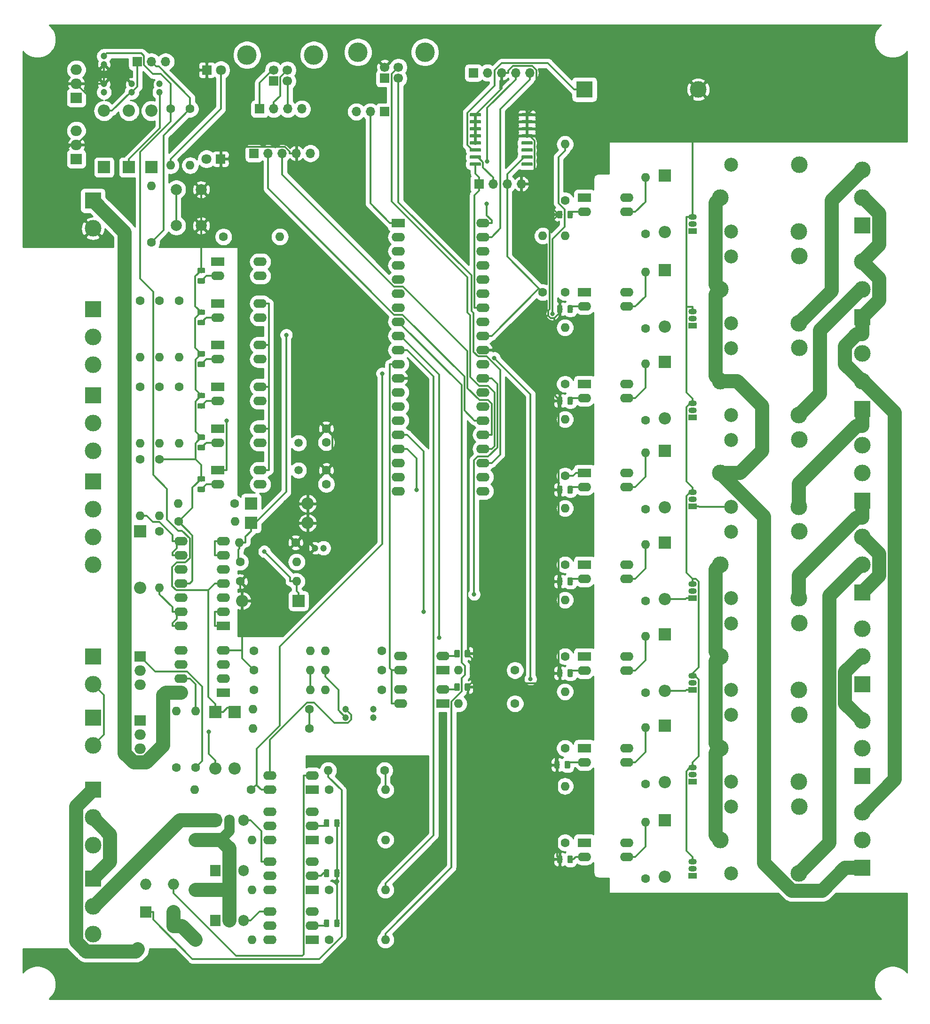
<source format=gbr>
G04 #@! TF.GenerationSoftware,KiCad,Pcbnew,(5.1.4)-1*
G04 #@! TF.CreationDate,2021-06-13T20:18:53-03:00*
G04 #@! TF.ProjectId,_autosave-PLC_Pic18f4550,5f617574-6f73-4617-9665-2d504c435f50,rev?*
G04 #@! TF.SameCoordinates,Original*
G04 #@! TF.FileFunction,Copper,L1,Top*
G04 #@! TF.FilePolarity,Positive*
%FSLAX46Y46*%
G04 Gerber Fmt 4.6, Leading zero omitted, Abs format (unit mm)*
G04 Created by KiCad (PCBNEW (5.1.4)-1) date 2021-06-13 20:18:53*
%MOMM*%
%LPD*%
G04 APERTURE LIST*
%ADD10C,3.000000*%
%ADD11C,2.500000*%
%ADD12C,0.100000*%
%ADD13C,0.975000*%
%ADD14R,3.000000X3.000000*%
%ADD15C,1.500000*%
%ADD16O,2.000000X1.905000*%
%ADD17R,2.000000X1.905000*%
%ADD18O,2.400000X1.600000*%
%ADD19R,2.400000X1.600000*%
%ADD20C,0.600000*%
%ADD21C,2.000000*%
%ADD22O,1.600000X1.600000*%
%ADD23C,1.600000*%
%ADD24O,1.905000X2.000000*%
%ADD25R,1.905000X2.000000*%
%ADD26R,1.500000X1.050000*%
%ADD27O,1.500000X1.050000*%
%ADD28O,1.700000X1.700000*%
%ADD29R,1.700000X1.700000*%
%ADD30C,3.500000*%
%ADD31C,1.700000*%
%ADD32C,1.800000*%
%ADD33R,1.800000X1.800000*%
%ADD34O,2.200000X2.200000*%
%ADD35R,2.200000X2.200000*%
%ADD36R,2.000000X2.000000*%
%ADD37O,2.000000X2.000000*%
%ADD38C,1.200000*%
%ADD39C,0.800000*%
%ADD40C,0.900000*%
%ADD41C,0.300000*%
%ADD42C,2.500000*%
%ADD43C,1.904800*%
%ADD44C,0.254000*%
G04 APERTURE END LIST*
D10*
X185000000Y-164500000D03*
D11*
X186950000Y-158550000D03*
D10*
X199200000Y-158500000D03*
X199150000Y-170550000D03*
D11*
X186950000Y-170550000D03*
D10*
X185000000Y-148000000D03*
D11*
X186950000Y-142050000D03*
D10*
X199200000Y-142000000D03*
X199150000Y-154050000D03*
D11*
X186950000Y-154050000D03*
D10*
X185000000Y-131500000D03*
D11*
X186950000Y-125550000D03*
D10*
X199200000Y-125500000D03*
X199150000Y-137550000D03*
D11*
X186950000Y-137550000D03*
D10*
X185000000Y-115000000D03*
D11*
X186950000Y-109050000D03*
D10*
X199200000Y-109000000D03*
X199150000Y-121050000D03*
D11*
X186950000Y-121050000D03*
D10*
X185000000Y-98500000D03*
D11*
X186950000Y-92550000D03*
D10*
X199200000Y-92500000D03*
X199150000Y-104550000D03*
D11*
X186950000Y-104550000D03*
D10*
X185000000Y-82000000D03*
D11*
X186950000Y-76050000D03*
D10*
X199200000Y-76000000D03*
X199150000Y-88050000D03*
D11*
X186950000Y-88050000D03*
D10*
X185000000Y-65500000D03*
D11*
X186950000Y-59550000D03*
D10*
X199200000Y-59500000D03*
X199150000Y-71550000D03*
D11*
X186950000Y-71550000D03*
D10*
X185000000Y-49000000D03*
D11*
X186950000Y-43050000D03*
D10*
X199200000Y-43000000D03*
X199150000Y-55050000D03*
D11*
X186950000Y-55050000D03*
D12*
G36*
X137830142Y-130301174D02*
G01*
X137853803Y-130304684D01*
X137877007Y-130310496D01*
X137899529Y-130318554D01*
X137921153Y-130328782D01*
X137941670Y-130341079D01*
X137960883Y-130355329D01*
X137978607Y-130371393D01*
X137994671Y-130389117D01*
X138008921Y-130408330D01*
X138021218Y-130428847D01*
X138031446Y-130450471D01*
X138039504Y-130472993D01*
X138045316Y-130496197D01*
X138048826Y-130519858D01*
X138050000Y-130543750D01*
X138050000Y-131456250D01*
X138048826Y-131480142D01*
X138045316Y-131503803D01*
X138039504Y-131527007D01*
X138031446Y-131549529D01*
X138021218Y-131571153D01*
X138008921Y-131591670D01*
X137994671Y-131610883D01*
X137978607Y-131628607D01*
X137960883Y-131644671D01*
X137941670Y-131658921D01*
X137921153Y-131671218D01*
X137899529Y-131681446D01*
X137877007Y-131689504D01*
X137853803Y-131695316D01*
X137830142Y-131698826D01*
X137806250Y-131700000D01*
X137318750Y-131700000D01*
X137294858Y-131698826D01*
X137271197Y-131695316D01*
X137247993Y-131689504D01*
X137225471Y-131681446D01*
X137203847Y-131671218D01*
X137183330Y-131658921D01*
X137164117Y-131644671D01*
X137146393Y-131628607D01*
X137130329Y-131610883D01*
X137116079Y-131591670D01*
X137103782Y-131571153D01*
X137093554Y-131549529D01*
X137085496Y-131527007D01*
X137079684Y-131503803D01*
X137076174Y-131480142D01*
X137075000Y-131456250D01*
X137075000Y-130543750D01*
X137076174Y-130519858D01*
X137079684Y-130496197D01*
X137085496Y-130472993D01*
X137093554Y-130450471D01*
X137103782Y-130428847D01*
X137116079Y-130408330D01*
X137130329Y-130389117D01*
X137146393Y-130371393D01*
X137164117Y-130355329D01*
X137183330Y-130341079D01*
X137203847Y-130328782D01*
X137225471Y-130318554D01*
X137247993Y-130310496D01*
X137271197Y-130304684D01*
X137294858Y-130301174D01*
X137318750Y-130300000D01*
X137806250Y-130300000D01*
X137830142Y-130301174D01*
X137830142Y-130301174D01*
G37*
D13*
X137562500Y-131000000D03*
D12*
G36*
X139705142Y-130301174D02*
G01*
X139728803Y-130304684D01*
X139752007Y-130310496D01*
X139774529Y-130318554D01*
X139796153Y-130328782D01*
X139816670Y-130341079D01*
X139835883Y-130355329D01*
X139853607Y-130371393D01*
X139869671Y-130389117D01*
X139883921Y-130408330D01*
X139896218Y-130428847D01*
X139906446Y-130450471D01*
X139914504Y-130472993D01*
X139920316Y-130496197D01*
X139923826Y-130519858D01*
X139925000Y-130543750D01*
X139925000Y-131456250D01*
X139923826Y-131480142D01*
X139920316Y-131503803D01*
X139914504Y-131527007D01*
X139906446Y-131549529D01*
X139896218Y-131571153D01*
X139883921Y-131591670D01*
X139869671Y-131610883D01*
X139853607Y-131628607D01*
X139835883Y-131644671D01*
X139816670Y-131658921D01*
X139796153Y-131671218D01*
X139774529Y-131681446D01*
X139752007Y-131689504D01*
X139728803Y-131695316D01*
X139705142Y-131698826D01*
X139681250Y-131700000D01*
X139193750Y-131700000D01*
X139169858Y-131698826D01*
X139146197Y-131695316D01*
X139122993Y-131689504D01*
X139100471Y-131681446D01*
X139078847Y-131671218D01*
X139058330Y-131658921D01*
X139039117Y-131644671D01*
X139021393Y-131628607D01*
X139005329Y-131610883D01*
X138991079Y-131591670D01*
X138978782Y-131571153D01*
X138968554Y-131549529D01*
X138960496Y-131527007D01*
X138954684Y-131503803D01*
X138951174Y-131480142D01*
X138950000Y-131456250D01*
X138950000Y-130543750D01*
X138951174Y-130519858D01*
X138954684Y-130496197D01*
X138960496Y-130472993D01*
X138968554Y-130450471D01*
X138978782Y-130428847D01*
X138991079Y-130408330D01*
X139005329Y-130389117D01*
X139021393Y-130371393D01*
X139039117Y-130355329D01*
X139058330Y-130341079D01*
X139078847Y-130328782D01*
X139100471Y-130318554D01*
X139122993Y-130310496D01*
X139146197Y-130304684D01*
X139169858Y-130301174D01*
X139193750Y-130300000D01*
X139681250Y-130300000D01*
X139705142Y-130301174D01*
X139705142Y-130301174D01*
G37*
D13*
X139437500Y-131000000D03*
D12*
G36*
X137830142Y-136301174D02*
G01*
X137853803Y-136304684D01*
X137877007Y-136310496D01*
X137899529Y-136318554D01*
X137921153Y-136328782D01*
X137941670Y-136341079D01*
X137960883Y-136355329D01*
X137978607Y-136371393D01*
X137994671Y-136389117D01*
X138008921Y-136408330D01*
X138021218Y-136428847D01*
X138031446Y-136450471D01*
X138039504Y-136472993D01*
X138045316Y-136496197D01*
X138048826Y-136519858D01*
X138050000Y-136543750D01*
X138050000Y-137456250D01*
X138048826Y-137480142D01*
X138045316Y-137503803D01*
X138039504Y-137527007D01*
X138031446Y-137549529D01*
X138021218Y-137571153D01*
X138008921Y-137591670D01*
X137994671Y-137610883D01*
X137978607Y-137628607D01*
X137960883Y-137644671D01*
X137941670Y-137658921D01*
X137921153Y-137671218D01*
X137899529Y-137681446D01*
X137877007Y-137689504D01*
X137853803Y-137695316D01*
X137830142Y-137698826D01*
X137806250Y-137700000D01*
X137318750Y-137700000D01*
X137294858Y-137698826D01*
X137271197Y-137695316D01*
X137247993Y-137689504D01*
X137225471Y-137681446D01*
X137203847Y-137671218D01*
X137183330Y-137658921D01*
X137164117Y-137644671D01*
X137146393Y-137628607D01*
X137130329Y-137610883D01*
X137116079Y-137591670D01*
X137103782Y-137571153D01*
X137093554Y-137549529D01*
X137085496Y-137527007D01*
X137079684Y-137503803D01*
X137076174Y-137480142D01*
X137075000Y-137456250D01*
X137075000Y-136543750D01*
X137076174Y-136519858D01*
X137079684Y-136496197D01*
X137085496Y-136472993D01*
X137093554Y-136450471D01*
X137103782Y-136428847D01*
X137116079Y-136408330D01*
X137130329Y-136389117D01*
X137146393Y-136371393D01*
X137164117Y-136355329D01*
X137183330Y-136341079D01*
X137203847Y-136328782D01*
X137225471Y-136318554D01*
X137247993Y-136310496D01*
X137271197Y-136304684D01*
X137294858Y-136301174D01*
X137318750Y-136300000D01*
X137806250Y-136300000D01*
X137830142Y-136301174D01*
X137830142Y-136301174D01*
G37*
D13*
X137562500Y-137000000D03*
D12*
G36*
X139705142Y-136301174D02*
G01*
X139728803Y-136304684D01*
X139752007Y-136310496D01*
X139774529Y-136318554D01*
X139796153Y-136328782D01*
X139816670Y-136341079D01*
X139835883Y-136355329D01*
X139853607Y-136371393D01*
X139869671Y-136389117D01*
X139883921Y-136408330D01*
X139896218Y-136428847D01*
X139906446Y-136450471D01*
X139914504Y-136472993D01*
X139920316Y-136496197D01*
X139923826Y-136519858D01*
X139925000Y-136543750D01*
X139925000Y-137456250D01*
X139923826Y-137480142D01*
X139920316Y-137503803D01*
X139914504Y-137527007D01*
X139906446Y-137549529D01*
X139896218Y-137571153D01*
X139883921Y-137591670D01*
X139869671Y-137610883D01*
X139853607Y-137628607D01*
X139835883Y-137644671D01*
X139816670Y-137658921D01*
X139796153Y-137671218D01*
X139774529Y-137681446D01*
X139752007Y-137689504D01*
X139728803Y-137695316D01*
X139705142Y-137698826D01*
X139681250Y-137700000D01*
X139193750Y-137700000D01*
X139169858Y-137698826D01*
X139146197Y-137695316D01*
X139122993Y-137689504D01*
X139100471Y-137681446D01*
X139078847Y-137671218D01*
X139058330Y-137658921D01*
X139039117Y-137644671D01*
X139021393Y-137628607D01*
X139005329Y-137610883D01*
X138991079Y-137591670D01*
X138978782Y-137571153D01*
X138968554Y-137549529D01*
X138960496Y-137527007D01*
X138954684Y-137503803D01*
X138951174Y-137480142D01*
X138950000Y-137456250D01*
X138950000Y-136543750D01*
X138951174Y-136519858D01*
X138954684Y-136496197D01*
X138960496Y-136472993D01*
X138968554Y-136450471D01*
X138978782Y-136428847D01*
X138991079Y-136408330D01*
X139005329Y-136389117D01*
X139021393Y-136371393D01*
X139039117Y-136355329D01*
X139058330Y-136341079D01*
X139078847Y-136328782D01*
X139100471Y-136318554D01*
X139122993Y-136310496D01*
X139146197Y-136304684D01*
X139169858Y-136301174D01*
X139193750Y-136300000D01*
X139681250Y-136300000D01*
X139705142Y-136301174D01*
X139705142Y-136301174D01*
G37*
D13*
X139437500Y-137000000D03*
D10*
X72000000Y-54500000D03*
D14*
X72000000Y-49500000D03*
D15*
X109000000Y-93100000D03*
X109000000Y-98000000D03*
D16*
X69000000Y-25920000D03*
X69000000Y-28460000D03*
D17*
X69000000Y-31000000D03*
D16*
X69000000Y-36920000D03*
X69000000Y-39460000D03*
D17*
X69000000Y-42000000D03*
D18*
X102120000Y-98000000D03*
X94500000Y-100540000D03*
X102120000Y-100540000D03*
D19*
X94500000Y-98000000D03*
D18*
X102120000Y-90500000D03*
X94500000Y-93040000D03*
X102120000Y-93040000D03*
D19*
X94500000Y-90500000D03*
D18*
X102120000Y-83000000D03*
X94500000Y-85540000D03*
X102120000Y-85540000D03*
D19*
X94500000Y-83000000D03*
D18*
X102120000Y-75500000D03*
X94500000Y-78040000D03*
X102120000Y-78040000D03*
D19*
X94500000Y-75500000D03*
D18*
X102120000Y-68000000D03*
X94500000Y-70540000D03*
X102120000Y-70540000D03*
D19*
X94500000Y-68000000D03*
D18*
X102120000Y-60500000D03*
X94500000Y-63040000D03*
X102120000Y-63040000D03*
D19*
X94500000Y-60500000D03*
D18*
X87880000Y-126000000D03*
X95500000Y-110760000D03*
X87880000Y-123460000D03*
X95500000Y-113300000D03*
X87880000Y-120920000D03*
X95500000Y-115840000D03*
X87880000Y-118380000D03*
X95500000Y-118380000D03*
X87880000Y-115840000D03*
X95500000Y-120920000D03*
X87880000Y-113300000D03*
X95500000Y-123460000D03*
X87880000Y-110760000D03*
D19*
X95500000Y-126000000D03*
D18*
X87880000Y-138000000D03*
X95500000Y-130380000D03*
X87880000Y-135460000D03*
X95500000Y-132920000D03*
X87880000Y-132920000D03*
X95500000Y-135460000D03*
X87880000Y-130380000D03*
D19*
X95500000Y-138000000D03*
D18*
X127380000Y-134000000D03*
X135000000Y-131460000D03*
X127380000Y-131460000D03*
D19*
X135000000Y-134000000D03*
D18*
X127380000Y-140000000D03*
X135000000Y-137460000D03*
X127380000Y-137460000D03*
D19*
X135000000Y-140000000D03*
D18*
X103880000Y-155500000D03*
X111500000Y-152960000D03*
X103880000Y-152960000D03*
D19*
X111500000Y-155500000D03*
D18*
X103880000Y-164500000D03*
X111500000Y-159420000D03*
X103880000Y-161960000D03*
X111500000Y-161960000D03*
X103880000Y-159420000D03*
D19*
X111500000Y-164500000D03*
D18*
X103880000Y-182500000D03*
X111500000Y-177420000D03*
X103880000Y-179960000D03*
X111500000Y-179960000D03*
X103880000Y-177420000D03*
D19*
X111500000Y-182500000D03*
D18*
X103880000Y-173500000D03*
X111500000Y-168420000D03*
X103880000Y-170960000D03*
X111500000Y-170960000D03*
X103880000Y-168420000D03*
D19*
X111500000Y-173500000D03*
X160500000Y-165000000D03*
D18*
X168120000Y-167540000D03*
X160500000Y-167540000D03*
X168120000Y-165000000D03*
X168120000Y-148000000D03*
X160500000Y-150540000D03*
X168120000Y-150540000D03*
D19*
X160500000Y-148000000D03*
D18*
X168120000Y-131500000D03*
X160500000Y-134040000D03*
X168120000Y-134040000D03*
D19*
X160500000Y-131500000D03*
D18*
X168120000Y-115000000D03*
X160500000Y-117540000D03*
X168120000Y-117540000D03*
D19*
X160500000Y-115000000D03*
D18*
X168120000Y-98500000D03*
X160500000Y-101040000D03*
X168120000Y-101040000D03*
D19*
X160500000Y-98500000D03*
D18*
X168120000Y-82500000D03*
X160500000Y-85040000D03*
X168120000Y-85040000D03*
D19*
X160500000Y-82500000D03*
D18*
X168120000Y-66000000D03*
X160500000Y-68540000D03*
X168120000Y-68540000D03*
D19*
X160500000Y-66000000D03*
D18*
X168120000Y-49000000D03*
X160500000Y-51540000D03*
X168120000Y-51540000D03*
D19*
X160500000Y-49000000D03*
D12*
G36*
X141739703Y-42645722D02*
G01*
X141754264Y-42647882D01*
X141768543Y-42651459D01*
X141782403Y-42656418D01*
X141795710Y-42662712D01*
X141808336Y-42670280D01*
X141820159Y-42679048D01*
X141831066Y-42688934D01*
X141840952Y-42699841D01*
X141849720Y-42711664D01*
X141857288Y-42724290D01*
X141863582Y-42737597D01*
X141868541Y-42751457D01*
X141872118Y-42765736D01*
X141874278Y-42780297D01*
X141875000Y-42795000D01*
X141875000Y-43095000D01*
X141874278Y-43109703D01*
X141872118Y-43124264D01*
X141868541Y-43138543D01*
X141863582Y-43152403D01*
X141857288Y-43165710D01*
X141849720Y-43178336D01*
X141840952Y-43190159D01*
X141831066Y-43201066D01*
X141820159Y-43210952D01*
X141808336Y-43219720D01*
X141795710Y-43227288D01*
X141782403Y-43233582D01*
X141768543Y-43238541D01*
X141754264Y-43242118D01*
X141739703Y-43244278D01*
X141725000Y-43245000D01*
X139975000Y-43245000D01*
X139960297Y-43244278D01*
X139945736Y-43242118D01*
X139931457Y-43238541D01*
X139917597Y-43233582D01*
X139904290Y-43227288D01*
X139891664Y-43219720D01*
X139879841Y-43210952D01*
X139868934Y-43201066D01*
X139859048Y-43190159D01*
X139850280Y-43178336D01*
X139842712Y-43165710D01*
X139836418Y-43152403D01*
X139831459Y-43138543D01*
X139827882Y-43124264D01*
X139825722Y-43109703D01*
X139825000Y-43095000D01*
X139825000Y-42795000D01*
X139825722Y-42780297D01*
X139827882Y-42765736D01*
X139831459Y-42751457D01*
X139836418Y-42737597D01*
X139842712Y-42724290D01*
X139850280Y-42711664D01*
X139859048Y-42699841D01*
X139868934Y-42688934D01*
X139879841Y-42679048D01*
X139891664Y-42670280D01*
X139904290Y-42662712D01*
X139917597Y-42656418D01*
X139931457Y-42651459D01*
X139945736Y-42647882D01*
X139960297Y-42645722D01*
X139975000Y-42645000D01*
X141725000Y-42645000D01*
X141739703Y-42645722D01*
X141739703Y-42645722D01*
G37*
D20*
X140850000Y-42945000D03*
D12*
G36*
X141739703Y-41375722D02*
G01*
X141754264Y-41377882D01*
X141768543Y-41381459D01*
X141782403Y-41386418D01*
X141795710Y-41392712D01*
X141808336Y-41400280D01*
X141820159Y-41409048D01*
X141831066Y-41418934D01*
X141840952Y-41429841D01*
X141849720Y-41441664D01*
X141857288Y-41454290D01*
X141863582Y-41467597D01*
X141868541Y-41481457D01*
X141872118Y-41495736D01*
X141874278Y-41510297D01*
X141875000Y-41525000D01*
X141875000Y-41825000D01*
X141874278Y-41839703D01*
X141872118Y-41854264D01*
X141868541Y-41868543D01*
X141863582Y-41882403D01*
X141857288Y-41895710D01*
X141849720Y-41908336D01*
X141840952Y-41920159D01*
X141831066Y-41931066D01*
X141820159Y-41940952D01*
X141808336Y-41949720D01*
X141795710Y-41957288D01*
X141782403Y-41963582D01*
X141768543Y-41968541D01*
X141754264Y-41972118D01*
X141739703Y-41974278D01*
X141725000Y-41975000D01*
X139975000Y-41975000D01*
X139960297Y-41974278D01*
X139945736Y-41972118D01*
X139931457Y-41968541D01*
X139917597Y-41963582D01*
X139904290Y-41957288D01*
X139891664Y-41949720D01*
X139879841Y-41940952D01*
X139868934Y-41931066D01*
X139859048Y-41920159D01*
X139850280Y-41908336D01*
X139842712Y-41895710D01*
X139836418Y-41882403D01*
X139831459Y-41868543D01*
X139827882Y-41854264D01*
X139825722Y-41839703D01*
X139825000Y-41825000D01*
X139825000Y-41525000D01*
X139825722Y-41510297D01*
X139827882Y-41495736D01*
X139831459Y-41481457D01*
X139836418Y-41467597D01*
X139842712Y-41454290D01*
X139850280Y-41441664D01*
X139859048Y-41429841D01*
X139868934Y-41418934D01*
X139879841Y-41409048D01*
X139891664Y-41400280D01*
X139904290Y-41392712D01*
X139917597Y-41386418D01*
X139931457Y-41381459D01*
X139945736Y-41377882D01*
X139960297Y-41375722D01*
X139975000Y-41375000D01*
X141725000Y-41375000D01*
X141739703Y-41375722D01*
X141739703Y-41375722D01*
G37*
D20*
X140850000Y-41675000D03*
D12*
G36*
X141739703Y-40105722D02*
G01*
X141754264Y-40107882D01*
X141768543Y-40111459D01*
X141782403Y-40116418D01*
X141795710Y-40122712D01*
X141808336Y-40130280D01*
X141820159Y-40139048D01*
X141831066Y-40148934D01*
X141840952Y-40159841D01*
X141849720Y-40171664D01*
X141857288Y-40184290D01*
X141863582Y-40197597D01*
X141868541Y-40211457D01*
X141872118Y-40225736D01*
X141874278Y-40240297D01*
X141875000Y-40255000D01*
X141875000Y-40555000D01*
X141874278Y-40569703D01*
X141872118Y-40584264D01*
X141868541Y-40598543D01*
X141863582Y-40612403D01*
X141857288Y-40625710D01*
X141849720Y-40638336D01*
X141840952Y-40650159D01*
X141831066Y-40661066D01*
X141820159Y-40670952D01*
X141808336Y-40679720D01*
X141795710Y-40687288D01*
X141782403Y-40693582D01*
X141768543Y-40698541D01*
X141754264Y-40702118D01*
X141739703Y-40704278D01*
X141725000Y-40705000D01*
X139975000Y-40705000D01*
X139960297Y-40704278D01*
X139945736Y-40702118D01*
X139931457Y-40698541D01*
X139917597Y-40693582D01*
X139904290Y-40687288D01*
X139891664Y-40679720D01*
X139879841Y-40670952D01*
X139868934Y-40661066D01*
X139859048Y-40650159D01*
X139850280Y-40638336D01*
X139842712Y-40625710D01*
X139836418Y-40612403D01*
X139831459Y-40598543D01*
X139827882Y-40584264D01*
X139825722Y-40569703D01*
X139825000Y-40555000D01*
X139825000Y-40255000D01*
X139825722Y-40240297D01*
X139827882Y-40225736D01*
X139831459Y-40211457D01*
X139836418Y-40197597D01*
X139842712Y-40184290D01*
X139850280Y-40171664D01*
X139859048Y-40159841D01*
X139868934Y-40148934D01*
X139879841Y-40139048D01*
X139891664Y-40130280D01*
X139904290Y-40122712D01*
X139917597Y-40116418D01*
X139931457Y-40111459D01*
X139945736Y-40107882D01*
X139960297Y-40105722D01*
X139975000Y-40105000D01*
X141725000Y-40105000D01*
X141739703Y-40105722D01*
X141739703Y-40105722D01*
G37*
D20*
X140850000Y-40405000D03*
D12*
G36*
X141739703Y-38835722D02*
G01*
X141754264Y-38837882D01*
X141768543Y-38841459D01*
X141782403Y-38846418D01*
X141795710Y-38852712D01*
X141808336Y-38860280D01*
X141820159Y-38869048D01*
X141831066Y-38878934D01*
X141840952Y-38889841D01*
X141849720Y-38901664D01*
X141857288Y-38914290D01*
X141863582Y-38927597D01*
X141868541Y-38941457D01*
X141872118Y-38955736D01*
X141874278Y-38970297D01*
X141875000Y-38985000D01*
X141875000Y-39285000D01*
X141874278Y-39299703D01*
X141872118Y-39314264D01*
X141868541Y-39328543D01*
X141863582Y-39342403D01*
X141857288Y-39355710D01*
X141849720Y-39368336D01*
X141840952Y-39380159D01*
X141831066Y-39391066D01*
X141820159Y-39400952D01*
X141808336Y-39409720D01*
X141795710Y-39417288D01*
X141782403Y-39423582D01*
X141768543Y-39428541D01*
X141754264Y-39432118D01*
X141739703Y-39434278D01*
X141725000Y-39435000D01*
X139975000Y-39435000D01*
X139960297Y-39434278D01*
X139945736Y-39432118D01*
X139931457Y-39428541D01*
X139917597Y-39423582D01*
X139904290Y-39417288D01*
X139891664Y-39409720D01*
X139879841Y-39400952D01*
X139868934Y-39391066D01*
X139859048Y-39380159D01*
X139850280Y-39368336D01*
X139842712Y-39355710D01*
X139836418Y-39342403D01*
X139831459Y-39328543D01*
X139827882Y-39314264D01*
X139825722Y-39299703D01*
X139825000Y-39285000D01*
X139825000Y-38985000D01*
X139825722Y-38970297D01*
X139827882Y-38955736D01*
X139831459Y-38941457D01*
X139836418Y-38927597D01*
X139842712Y-38914290D01*
X139850280Y-38901664D01*
X139859048Y-38889841D01*
X139868934Y-38878934D01*
X139879841Y-38869048D01*
X139891664Y-38860280D01*
X139904290Y-38852712D01*
X139917597Y-38846418D01*
X139931457Y-38841459D01*
X139945736Y-38837882D01*
X139960297Y-38835722D01*
X139975000Y-38835000D01*
X141725000Y-38835000D01*
X141739703Y-38835722D01*
X141739703Y-38835722D01*
G37*
D20*
X140850000Y-39135000D03*
D12*
G36*
X141739703Y-37565722D02*
G01*
X141754264Y-37567882D01*
X141768543Y-37571459D01*
X141782403Y-37576418D01*
X141795710Y-37582712D01*
X141808336Y-37590280D01*
X141820159Y-37599048D01*
X141831066Y-37608934D01*
X141840952Y-37619841D01*
X141849720Y-37631664D01*
X141857288Y-37644290D01*
X141863582Y-37657597D01*
X141868541Y-37671457D01*
X141872118Y-37685736D01*
X141874278Y-37700297D01*
X141875000Y-37715000D01*
X141875000Y-38015000D01*
X141874278Y-38029703D01*
X141872118Y-38044264D01*
X141868541Y-38058543D01*
X141863582Y-38072403D01*
X141857288Y-38085710D01*
X141849720Y-38098336D01*
X141840952Y-38110159D01*
X141831066Y-38121066D01*
X141820159Y-38130952D01*
X141808336Y-38139720D01*
X141795710Y-38147288D01*
X141782403Y-38153582D01*
X141768543Y-38158541D01*
X141754264Y-38162118D01*
X141739703Y-38164278D01*
X141725000Y-38165000D01*
X139975000Y-38165000D01*
X139960297Y-38164278D01*
X139945736Y-38162118D01*
X139931457Y-38158541D01*
X139917597Y-38153582D01*
X139904290Y-38147288D01*
X139891664Y-38139720D01*
X139879841Y-38130952D01*
X139868934Y-38121066D01*
X139859048Y-38110159D01*
X139850280Y-38098336D01*
X139842712Y-38085710D01*
X139836418Y-38072403D01*
X139831459Y-38058543D01*
X139827882Y-38044264D01*
X139825722Y-38029703D01*
X139825000Y-38015000D01*
X139825000Y-37715000D01*
X139825722Y-37700297D01*
X139827882Y-37685736D01*
X139831459Y-37671457D01*
X139836418Y-37657597D01*
X139842712Y-37644290D01*
X139850280Y-37631664D01*
X139859048Y-37619841D01*
X139868934Y-37608934D01*
X139879841Y-37599048D01*
X139891664Y-37590280D01*
X139904290Y-37582712D01*
X139917597Y-37576418D01*
X139931457Y-37571459D01*
X139945736Y-37567882D01*
X139960297Y-37565722D01*
X139975000Y-37565000D01*
X141725000Y-37565000D01*
X141739703Y-37565722D01*
X141739703Y-37565722D01*
G37*
D20*
X140850000Y-37865000D03*
D12*
G36*
X141739703Y-36295722D02*
G01*
X141754264Y-36297882D01*
X141768543Y-36301459D01*
X141782403Y-36306418D01*
X141795710Y-36312712D01*
X141808336Y-36320280D01*
X141820159Y-36329048D01*
X141831066Y-36338934D01*
X141840952Y-36349841D01*
X141849720Y-36361664D01*
X141857288Y-36374290D01*
X141863582Y-36387597D01*
X141868541Y-36401457D01*
X141872118Y-36415736D01*
X141874278Y-36430297D01*
X141875000Y-36445000D01*
X141875000Y-36745000D01*
X141874278Y-36759703D01*
X141872118Y-36774264D01*
X141868541Y-36788543D01*
X141863582Y-36802403D01*
X141857288Y-36815710D01*
X141849720Y-36828336D01*
X141840952Y-36840159D01*
X141831066Y-36851066D01*
X141820159Y-36860952D01*
X141808336Y-36869720D01*
X141795710Y-36877288D01*
X141782403Y-36883582D01*
X141768543Y-36888541D01*
X141754264Y-36892118D01*
X141739703Y-36894278D01*
X141725000Y-36895000D01*
X139975000Y-36895000D01*
X139960297Y-36894278D01*
X139945736Y-36892118D01*
X139931457Y-36888541D01*
X139917597Y-36883582D01*
X139904290Y-36877288D01*
X139891664Y-36869720D01*
X139879841Y-36860952D01*
X139868934Y-36851066D01*
X139859048Y-36840159D01*
X139850280Y-36828336D01*
X139842712Y-36815710D01*
X139836418Y-36802403D01*
X139831459Y-36788543D01*
X139827882Y-36774264D01*
X139825722Y-36759703D01*
X139825000Y-36745000D01*
X139825000Y-36445000D01*
X139825722Y-36430297D01*
X139827882Y-36415736D01*
X139831459Y-36401457D01*
X139836418Y-36387597D01*
X139842712Y-36374290D01*
X139850280Y-36361664D01*
X139859048Y-36349841D01*
X139868934Y-36338934D01*
X139879841Y-36329048D01*
X139891664Y-36320280D01*
X139904290Y-36312712D01*
X139917597Y-36306418D01*
X139931457Y-36301459D01*
X139945736Y-36297882D01*
X139960297Y-36295722D01*
X139975000Y-36295000D01*
X141725000Y-36295000D01*
X141739703Y-36295722D01*
X141739703Y-36295722D01*
G37*
D20*
X140850000Y-36595000D03*
D12*
G36*
X141739703Y-35025722D02*
G01*
X141754264Y-35027882D01*
X141768543Y-35031459D01*
X141782403Y-35036418D01*
X141795710Y-35042712D01*
X141808336Y-35050280D01*
X141820159Y-35059048D01*
X141831066Y-35068934D01*
X141840952Y-35079841D01*
X141849720Y-35091664D01*
X141857288Y-35104290D01*
X141863582Y-35117597D01*
X141868541Y-35131457D01*
X141872118Y-35145736D01*
X141874278Y-35160297D01*
X141875000Y-35175000D01*
X141875000Y-35475000D01*
X141874278Y-35489703D01*
X141872118Y-35504264D01*
X141868541Y-35518543D01*
X141863582Y-35532403D01*
X141857288Y-35545710D01*
X141849720Y-35558336D01*
X141840952Y-35570159D01*
X141831066Y-35581066D01*
X141820159Y-35590952D01*
X141808336Y-35599720D01*
X141795710Y-35607288D01*
X141782403Y-35613582D01*
X141768543Y-35618541D01*
X141754264Y-35622118D01*
X141739703Y-35624278D01*
X141725000Y-35625000D01*
X139975000Y-35625000D01*
X139960297Y-35624278D01*
X139945736Y-35622118D01*
X139931457Y-35618541D01*
X139917597Y-35613582D01*
X139904290Y-35607288D01*
X139891664Y-35599720D01*
X139879841Y-35590952D01*
X139868934Y-35581066D01*
X139859048Y-35570159D01*
X139850280Y-35558336D01*
X139842712Y-35545710D01*
X139836418Y-35532403D01*
X139831459Y-35518543D01*
X139827882Y-35504264D01*
X139825722Y-35489703D01*
X139825000Y-35475000D01*
X139825000Y-35175000D01*
X139825722Y-35160297D01*
X139827882Y-35145736D01*
X139831459Y-35131457D01*
X139836418Y-35117597D01*
X139842712Y-35104290D01*
X139850280Y-35091664D01*
X139859048Y-35079841D01*
X139868934Y-35068934D01*
X139879841Y-35059048D01*
X139891664Y-35050280D01*
X139904290Y-35042712D01*
X139917597Y-35036418D01*
X139931457Y-35031459D01*
X139945736Y-35027882D01*
X139960297Y-35025722D01*
X139975000Y-35025000D01*
X141725000Y-35025000D01*
X141739703Y-35025722D01*
X141739703Y-35025722D01*
G37*
D20*
X140850000Y-35325000D03*
D12*
G36*
X141739703Y-33755722D02*
G01*
X141754264Y-33757882D01*
X141768543Y-33761459D01*
X141782403Y-33766418D01*
X141795710Y-33772712D01*
X141808336Y-33780280D01*
X141820159Y-33789048D01*
X141831066Y-33798934D01*
X141840952Y-33809841D01*
X141849720Y-33821664D01*
X141857288Y-33834290D01*
X141863582Y-33847597D01*
X141868541Y-33861457D01*
X141872118Y-33875736D01*
X141874278Y-33890297D01*
X141875000Y-33905000D01*
X141875000Y-34205000D01*
X141874278Y-34219703D01*
X141872118Y-34234264D01*
X141868541Y-34248543D01*
X141863582Y-34262403D01*
X141857288Y-34275710D01*
X141849720Y-34288336D01*
X141840952Y-34300159D01*
X141831066Y-34311066D01*
X141820159Y-34320952D01*
X141808336Y-34329720D01*
X141795710Y-34337288D01*
X141782403Y-34343582D01*
X141768543Y-34348541D01*
X141754264Y-34352118D01*
X141739703Y-34354278D01*
X141725000Y-34355000D01*
X139975000Y-34355000D01*
X139960297Y-34354278D01*
X139945736Y-34352118D01*
X139931457Y-34348541D01*
X139917597Y-34343582D01*
X139904290Y-34337288D01*
X139891664Y-34329720D01*
X139879841Y-34320952D01*
X139868934Y-34311066D01*
X139859048Y-34300159D01*
X139850280Y-34288336D01*
X139842712Y-34275710D01*
X139836418Y-34262403D01*
X139831459Y-34248543D01*
X139827882Y-34234264D01*
X139825722Y-34219703D01*
X139825000Y-34205000D01*
X139825000Y-33905000D01*
X139825722Y-33890297D01*
X139827882Y-33875736D01*
X139831459Y-33861457D01*
X139836418Y-33847597D01*
X139842712Y-33834290D01*
X139850280Y-33821664D01*
X139859048Y-33809841D01*
X139868934Y-33798934D01*
X139879841Y-33789048D01*
X139891664Y-33780280D01*
X139904290Y-33772712D01*
X139917597Y-33766418D01*
X139931457Y-33761459D01*
X139945736Y-33757882D01*
X139960297Y-33755722D01*
X139975000Y-33755000D01*
X141725000Y-33755000D01*
X141739703Y-33755722D01*
X141739703Y-33755722D01*
G37*
D20*
X140850000Y-34055000D03*
D12*
G36*
X151039703Y-33755722D02*
G01*
X151054264Y-33757882D01*
X151068543Y-33761459D01*
X151082403Y-33766418D01*
X151095710Y-33772712D01*
X151108336Y-33780280D01*
X151120159Y-33789048D01*
X151131066Y-33798934D01*
X151140952Y-33809841D01*
X151149720Y-33821664D01*
X151157288Y-33834290D01*
X151163582Y-33847597D01*
X151168541Y-33861457D01*
X151172118Y-33875736D01*
X151174278Y-33890297D01*
X151175000Y-33905000D01*
X151175000Y-34205000D01*
X151174278Y-34219703D01*
X151172118Y-34234264D01*
X151168541Y-34248543D01*
X151163582Y-34262403D01*
X151157288Y-34275710D01*
X151149720Y-34288336D01*
X151140952Y-34300159D01*
X151131066Y-34311066D01*
X151120159Y-34320952D01*
X151108336Y-34329720D01*
X151095710Y-34337288D01*
X151082403Y-34343582D01*
X151068543Y-34348541D01*
X151054264Y-34352118D01*
X151039703Y-34354278D01*
X151025000Y-34355000D01*
X149275000Y-34355000D01*
X149260297Y-34354278D01*
X149245736Y-34352118D01*
X149231457Y-34348541D01*
X149217597Y-34343582D01*
X149204290Y-34337288D01*
X149191664Y-34329720D01*
X149179841Y-34320952D01*
X149168934Y-34311066D01*
X149159048Y-34300159D01*
X149150280Y-34288336D01*
X149142712Y-34275710D01*
X149136418Y-34262403D01*
X149131459Y-34248543D01*
X149127882Y-34234264D01*
X149125722Y-34219703D01*
X149125000Y-34205000D01*
X149125000Y-33905000D01*
X149125722Y-33890297D01*
X149127882Y-33875736D01*
X149131459Y-33861457D01*
X149136418Y-33847597D01*
X149142712Y-33834290D01*
X149150280Y-33821664D01*
X149159048Y-33809841D01*
X149168934Y-33798934D01*
X149179841Y-33789048D01*
X149191664Y-33780280D01*
X149204290Y-33772712D01*
X149217597Y-33766418D01*
X149231457Y-33761459D01*
X149245736Y-33757882D01*
X149260297Y-33755722D01*
X149275000Y-33755000D01*
X151025000Y-33755000D01*
X151039703Y-33755722D01*
X151039703Y-33755722D01*
G37*
D20*
X150150000Y-34055000D03*
D12*
G36*
X151039703Y-35025722D02*
G01*
X151054264Y-35027882D01*
X151068543Y-35031459D01*
X151082403Y-35036418D01*
X151095710Y-35042712D01*
X151108336Y-35050280D01*
X151120159Y-35059048D01*
X151131066Y-35068934D01*
X151140952Y-35079841D01*
X151149720Y-35091664D01*
X151157288Y-35104290D01*
X151163582Y-35117597D01*
X151168541Y-35131457D01*
X151172118Y-35145736D01*
X151174278Y-35160297D01*
X151175000Y-35175000D01*
X151175000Y-35475000D01*
X151174278Y-35489703D01*
X151172118Y-35504264D01*
X151168541Y-35518543D01*
X151163582Y-35532403D01*
X151157288Y-35545710D01*
X151149720Y-35558336D01*
X151140952Y-35570159D01*
X151131066Y-35581066D01*
X151120159Y-35590952D01*
X151108336Y-35599720D01*
X151095710Y-35607288D01*
X151082403Y-35613582D01*
X151068543Y-35618541D01*
X151054264Y-35622118D01*
X151039703Y-35624278D01*
X151025000Y-35625000D01*
X149275000Y-35625000D01*
X149260297Y-35624278D01*
X149245736Y-35622118D01*
X149231457Y-35618541D01*
X149217597Y-35613582D01*
X149204290Y-35607288D01*
X149191664Y-35599720D01*
X149179841Y-35590952D01*
X149168934Y-35581066D01*
X149159048Y-35570159D01*
X149150280Y-35558336D01*
X149142712Y-35545710D01*
X149136418Y-35532403D01*
X149131459Y-35518543D01*
X149127882Y-35504264D01*
X149125722Y-35489703D01*
X149125000Y-35475000D01*
X149125000Y-35175000D01*
X149125722Y-35160297D01*
X149127882Y-35145736D01*
X149131459Y-35131457D01*
X149136418Y-35117597D01*
X149142712Y-35104290D01*
X149150280Y-35091664D01*
X149159048Y-35079841D01*
X149168934Y-35068934D01*
X149179841Y-35059048D01*
X149191664Y-35050280D01*
X149204290Y-35042712D01*
X149217597Y-35036418D01*
X149231457Y-35031459D01*
X149245736Y-35027882D01*
X149260297Y-35025722D01*
X149275000Y-35025000D01*
X151025000Y-35025000D01*
X151039703Y-35025722D01*
X151039703Y-35025722D01*
G37*
D20*
X150150000Y-35325000D03*
D12*
G36*
X151039703Y-36295722D02*
G01*
X151054264Y-36297882D01*
X151068543Y-36301459D01*
X151082403Y-36306418D01*
X151095710Y-36312712D01*
X151108336Y-36320280D01*
X151120159Y-36329048D01*
X151131066Y-36338934D01*
X151140952Y-36349841D01*
X151149720Y-36361664D01*
X151157288Y-36374290D01*
X151163582Y-36387597D01*
X151168541Y-36401457D01*
X151172118Y-36415736D01*
X151174278Y-36430297D01*
X151175000Y-36445000D01*
X151175000Y-36745000D01*
X151174278Y-36759703D01*
X151172118Y-36774264D01*
X151168541Y-36788543D01*
X151163582Y-36802403D01*
X151157288Y-36815710D01*
X151149720Y-36828336D01*
X151140952Y-36840159D01*
X151131066Y-36851066D01*
X151120159Y-36860952D01*
X151108336Y-36869720D01*
X151095710Y-36877288D01*
X151082403Y-36883582D01*
X151068543Y-36888541D01*
X151054264Y-36892118D01*
X151039703Y-36894278D01*
X151025000Y-36895000D01*
X149275000Y-36895000D01*
X149260297Y-36894278D01*
X149245736Y-36892118D01*
X149231457Y-36888541D01*
X149217597Y-36883582D01*
X149204290Y-36877288D01*
X149191664Y-36869720D01*
X149179841Y-36860952D01*
X149168934Y-36851066D01*
X149159048Y-36840159D01*
X149150280Y-36828336D01*
X149142712Y-36815710D01*
X149136418Y-36802403D01*
X149131459Y-36788543D01*
X149127882Y-36774264D01*
X149125722Y-36759703D01*
X149125000Y-36745000D01*
X149125000Y-36445000D01*
X149125722Y-36430297D01*
X149127882Y-36415736D01*
X149131459Y-36401457D01*
X149136418Y-36387597D01*
X149142712Y-36374290D01*
X149150280Y-36361664D01*
X149159048Y-36349841D01*
X149168934Y-36338934D01*
X149179841Y-36329048D01*
X149191664Y-36320280D01*
X149204290Y-36312712D01*
X149217597Y-36306418D01*
X149231457Y-36301459D01*
X149245736Y-36297882D01*
X149260297Y-36295722D01*
X149275000Y-36295000D01*
X151025000Y-36295000D01*
X151039703Y-36295722D01*
X151039703Y-36295722D01*
G37*
D20*
X150150000Y-36595000D03*
D12*
G36*
X151039703Y-37565722D02*
G01*
X151054264Y-37567882D01*
X151068543Y-37571459D01*
X151082403Y-37576418D01*
X151095710Y-37582712D01*
X151108336Y-37590280D01*
X151120159Y-37599048D01*
X151131066Y-37608934D01*
X151140952Y-37619841D01*
X151149720Y-37631664D01*
X151157288Y-37644290D01*
X151163582Y-37657597D01*
X151168541Y-37671457D01*
X151172118Y-37685736D01*
X151174278Y-37700297D01*
X151175000Y-37715000D01*
X151175000Y-38015000D01*
X151174278Y-38029703D01*
X151172118Y-38044264D01*
X151168541Y-38058543D01*
X151163582Y-38072403D01*
X151157288Y-38085710D01*
X151149720Y-38098336D01*
X151140952Y-38110159D01*
X151131066Y-38121066D01*
X151120159Y-38130952D01*
X151108336Y-38139720D01*
X151095710Y-38147288D01*
X151082403Y-38153582D01*
X151068543Y-38158541D01*
X151054264Y-38162118D01*
X151039703Y-38164278D01*
X151025000Y-38165000D01*
X149275000Y-38165000D01*
X149260297Y-38164278D01*
X149245736Y-38162118D01*
X149231457Y-38158541D01*
X149217597Y-38153582D01*
X149204290Y-38147288D01*
X149191664Y-38139720D01*
X149179841Y-38130952D01*
X149168934Y-38121066D01*
X149159048Y-38110159D01*
X149150280Y-38098336D01*
X149142712Y-38085710D01*
X149136418Y-38072403D01*
X149131459Y-38058543D01*
X149127882Y-38044264D01*
X149125722Y-38029703D01*
X149125000Y-38015000D01*
X149125000Y-37715000D01*
X149125722Y-37700297D01*
X149127882Y-37685736D01*
X149131459Y-37671457D01*
X149136418Y-37657597D01*
X149142712Y-37644290D01*
X149150280Y-37631664D01*
X149159048Y-37619841D01*
X149168934Y-37608934D01*
X149179841Y-37599048D01*
X149191664Y-37590280D01*
X149204290Y-37582712D01*
X149217597Y-37576418D01*
X149231457Y-37571459D01*
X149245736Y-37567882D01*
X149260297Y-37565722D01*
X149275000Y-37565000D01*
X151025000Y-37565000D01*
X151039703Y-37565722D01*
X151039703Y-37565722D01*
G37*
D20*
X150150000Y-37865000D03*
D12*
G36*
X151039703Y-38835722D02*
G01*
X151054264Y-38837882D01*
X151068543Y-38841459D01*
X151082403Y-38846418D01*
X151095710Y-38852712D01*
X151108336Y-38860280D01*
X151120159Y-38869048D01*
X151131066Y-38878934D01*
X151140952Y-38889841D01*
X151149720Y-38901664D01*
X151157288Y-38914290D01*
X151163582Y-38927597D01*
X151168541Y-38941457D01*
X151172118Y-38955736D01*
X151174278Y-38970297D01*
X151175000Y-38985000D01*
X151175000Y-39285000D01*
X151174278Y-39299703D01*
X151172118Y-39314264D01*
X151168541Y-39328543D01*
X151163582Y-39342403D01*
X151157288Y-39355710D01*
X151149720Y-39368336D01*
X151140952Y-39380159D01*
X151131066Y-39391066D01*
X151120159Y-39400952D01*
X151108336Y-39409720D01*
X151095710Y-39417288D01*
X151082403Y-39423582D01*
X151068543Y-39428541D01*
X151054264Y-39432118D01*
X151039703Y-39434278D01*
X151025000Y-39435000D01*
X149275000Y-39435000D01*
X149260297Y-39434278D01*
X149245736Y-39432118D01*
X149231457Y-39428541D01*
X149217597Y-39423582D01*
X149204290Y-39417288D01*
X149191664Y-39409720D01*
X149179841Y-39400952D01*
X149168934Y-39391066D01*
X149159048Y-39380159D01*
X149150280Y-39368336D01*
X149142712Y-39355710D01*
X149136418Y-39342403D01*
X149131459Y-39328543D01*
X149127882Y-39314264D01*
X149125722Y-39299703D01*
X149125000Y-39285000D01*
X149125000Y-38985000D01*
X149125722Y-38970297D01*
X149127882Y-38955736D01*
X149131459Y-38941457D01*
X149136418Y-38927597D01*
X149142712Y-38914290D01*
X149150280Y-38901664D01*
X149159048Y-38889841D01*
X149168934Y-38878934D01*
X149179841Y-38869048D01*
X149191664Y-38860280D01*
X149204290Y-38852712D01*
X149217597Y-38846418D01*
X149231457Y-38841459D01*
X149245736Y-38837882D01*
X149260297Y-38835722D01*
X149275000Y-38835000D01*
X151025000Y-38835000D01*
X151039703Y-38835722D01*
X151039703Y-38835722D01*
G37*
D20*
X150150000Y-39135000D03*
D12*
G36*
X151039703Y-40105722D02*
G01*
X151054264Y-40107882D01*
X151068543Y-40111459D01*
X151082403Y-40116418D01*
X151095710Y-40122712D01*
X151108336Y-40130280D01*
X151120159Y-40139048D01*
X151131066Y-40148934D01*
X151140952Y-40159841D01*
X151149720Y-40171664D01*
X151157288Y-40184290D01*
X151163582Y-40197597D01*
X151168541Y-40211457D01*
X151172118Y-40225736D01*
X151174278Y-40240297D01*
X151175000Y-40255000D01*
X151175000Y-40555000D01*
X151174278Y-40569703D01*
X151172118Y-40584264D01*
X151168541Y-40598543D01*
X151163582Y-40612403D01*
X151157288Y-40625710D01*
X151149720Y-40638336D01*
X151140952Y-40650159D01*
X151131066Y-40661066D01*
X151120159Y-40670952D01*
X151108336Y-40679720D01*
X151095710Y-40687288D01*
X151082403Y-40693582D01*
X151068543Y-40698541D01*
X151054264Y-40702118D01*
X151039703Y-40704278D01*
X151025000Y-40705000D01*
X149275000Y-40705000D01*
X149260297Y-40704278D01*
X149245736Y-40702118D01*
X149231457Y-40698541D01*
X149217597Y-40693582D01*
X149204290Y-40687288D01*
X149191664Y-40679720D01*
X149179841Y-40670952D01*
X149168934Y-40661066D01*
X149159048Y-40650159D01*
X149150280Y-40638336D01*
X149142712Y-40625710D01*
X149136418Y-40612403D01*
X149131459Y-40598543D01*
X149127882Y-40584264D01*
X149125722Y-40569703D01*
X149125000Y-40555000D01*
X149125000Y-40255000D01*
X149125722Y-40240297D01*
X149127882Y-40225736D01*
X149131459Y-40211457D01*
X149136418Y-40197597D01*
X149142712Y-40184290D01*
X149150280Y-40171664D01*
X149159048Y-40159841D01*
X149168934Y-40148934D01*
X149179841Y-40139048D01*
X149191664Y-40130280D01*
X149204290Y-40122712D01*
X149217597Y-40116418D01*
X149231457Y-40111459D01*
X149245736Y-40107882D01*
X149260297Y-40105722D01*
X149275000Y-40105000D01*
X151025000Y-40105000D01*
X151039703Y-40105722D01*
X151039703Y-40105722D01*
G37*
D20*
X150150000Y-40405000D03*
D12*
G36*
X151039703Y-41375722D02*
G01*
X151054264Y-41377882D01*
X151068543Y-41381459D01*
X151082403Y-41386418D01*
X151095710Y-41392712D01*
X151108336Y-41400280D01*
X151120159Y-41409048D01*
X151131066Y-41418934D01*
X151140952Y-41429841D01*
X151149720Y-41441664D01*
X151157288Y-41454290D01*
X151163582Y-41467597D01*
X151168541Y-41481457D01*
X151172118Y-41495736D01*
X151174278Y-41510297D01*
X151175000Y-41525000D01*
X151175000Y-41825000D01*
X151174278Y-41839703D01*
X151172118Y-41854264D01*
X151168541Y-41868543D01*
X151163582Y-41882403D01*
X151157288Y-41895710D01*
X151149720Y-41908336D01*
X151140952Y-41920159D01*
X151131066Y-41931066D01*
X151120159Y-41940952D01*
X151108336Y-41949720D01*
X151095710Y-41957288D01*
X151082403Y-41963582D01*
X151068543Y-41968541D01*
X151054264Y-41972118D01*
X151039703Y-41974278D01*
X151025000Y-41975000D01*
X149275000Y-41975000D01*
X149260297Y-41974278D01*
X149245736Y-41972118D01*
X149231457Y-41968541D01*
X149217597Y-41963582D01*
X149204290Y-41957288D01*
X149191664Y-41949720D01*
X149179841Y-41940952D01*
X149168934Y-41931066D01*
X149159048Y-41920159D01*
X149150280Y-41908336D01*
X149142712Y-41895710D01*
X149136418Y-41882403D01*
X149131459Y-41868543D01*
X149127882Y-41854264D01*
X149125722Y-41839703D01*
X149125000Y-41825000D01*
X149125000Y-41525000D01*
X149125722Y-41510297D01*
X149127882Y-41495736D01*
X149131459Y-41481457D01*
X149136418Y-41467597D01*
X149142712Y-41454290D01*
X149150280Y-41441664D01*
X149159048Y-41429841D01*
X149168934Y-41418934D01*
X149179841Y-41409048D01*
X149191664Y-41400280D01*
X149204290Y-41392712D01*
X149217597Y-41386418D01*
X149231457Y-41381459D01*
X149245736Y-41377882D01*
X149260297Y-41375722D01*
X149275000Y-41375000D01*
X151025000Y-41375000D01*
X151039703Y-41375722D01*
X151039703Y-41375722D01*
G37*
D20*
X150150000Y-41675000D03*
D12*
G36*
X151039703Y-42645722D02*
G01*
X151054264Y-42647882D01*
X151068543Y-42651459D01*
X151082403Y-42656418D01*
X151095710Y-42662712D01*
X151108336Y-42670280D01*
X151120159Y-42679048D01*
X151131066Y-42688934D01*
X151140952Y-42699841D01*
X151149720Y-42711664D01*
X151157288Y-42724290D01*
X151163582Y-42737597D01*
X151168541Y-42751457D01*
X151172118Y-42765736D01*
X151174278Y-42780297D01*
X151175000Y-42795000D01*
X151175000Y-43095000D01*
X151174278Y-43109703D01*
X151172118Y-43124264D01*
X151168541Y-43138543D01*
X151163582Y-43152403D01*
X151157288Y-43165710D01*
X151149720Y-43178336D01*
X151140952Y-43190159D01*
X151131066Y-43201066D01*
X151120159Y-43210952D01*
X151108336Y-43219720D01*
X151095710Y-43227288D01*
X151082403Y-43233582D01*
X151068543Y-43238541D01*
X151054264Y-43242118D01*
X151039703Y-43244278D01*
X151025000Y-43245000D01*
X149275000Y-43245000D01*
X149260297Y-43244278D01*
X149245736Y-43242118D01*
X149231457Y-43238541D01*
X149217597Y-43233582D01*
X149204290Y-43227288D01*
X149191664Y-43219720D01*
X149179841Y-43210952D01*
X149168934Y-43201066D01*
X149159048Y-43190159D01*
X149150280Y-43178336D01*
X149142712Y-43165710D01*
X149136418Y-43152403D01*
X149131459Y-43138543D01*
X149127882Y-43124264D01*
X149125722Y-43109703D01*
X149125000Y-43095000D01*
X149125000Y-42795000D01*
X149125722Y-42780297D01*
X149127882Y-42765736D01*
X149131459Y-42751457D01*
X149136418Y-42737597D01*
X149142712Y-42724290D01*
X149150280Y-42711664D01*
X149159048Y-42699841D01*
X149168934Y-42688934D01*
X149179841Y-42679048D01*
X149191664Y-42670280D01*
X149204290Y-42662712D01*
X149217597Y-42656418D01*
X149231457Y-42651459D01*
X149245736Y-42647882D01*
X149260297Y-42645722D01*
X149275000Y-42645000D01*
X151025000Y-42645000D01*
X151039703Y-42645722D01*
X151039703Y-42645722D01*
G37*
D20*
X150150000Y-42945000D03*
D18*
X142240000Y-53500000D03*
X127000000Y-101760000D03*
X142240000Y-56040000D03*
X127000000Y-99220000D03*
X142240000Y-58580000D03*
X127000000Y-96680000D03*
X142240000Y-61120000D03*
X127000000Y-94140000D03*
X142240000Y-63660000D03*
X127000000Y-91600000D03*
X142240000Y-66200000D03*
X127000000Y-89060000D03*
X142240000Y-68740000D03*
X127000000Y-86520000D03*
X142240000Y-71280000D03*
X127000000Y-83980000D03*
X142240000Y-73820000D03*
X127000000Y-81440000D03*
X142240000Y-76360000D03*
X127000000Y-78900000D03*
X142240000Y-78900000D03*
X127000000Y-76360000D03*
X142240000Y-81440000D03*
X127000000Y-73820000D03*
X142240000Y-83980000D03*
X127000000Y-71280000D03*
X142240000Y-86520000D03*
X127000000Y-68740000D03*
X142240000Y-89060000D03*
X127000000Y-66200000D03*
X142240000Y-91600000D03*
X127000000Y-63660000D03*
X142240000Y-94140000D03*
X127000000Y-61120000D03*
X142240000Y-96680000D03*
X127000000Y-58580000D03*
X142240000Y-99220000D03*
X127000000Y-56040000D03*
X142240000Y-101760000D03*
D19*
X127000000Y-53500000D03*
D21*
X91500000Y-54000000D03*
X87000000Y-54000000D03*
X91500000Y-47500000D03*
X87000000Y-47500000D03*
D22*
X86000000Y-43160000D03*
D23*
X86000000Y-33000000D03*
D22*
X89500000Y-43160000D03*
D23*
X89500000Y-33000000D03*
D22*
X108660000Y-118000000D03*
D23*
X98500000Y-118000000D03*
D22*
X84000000Y-106160000D03*
D23*
X84000000Y-96000000D03*
D22*
X87500000Y-93160000D03*
D23*
X87500000Y-83000000D03*
D22*
X84000000Y-93160000D03*
D23*
X84000000Y-83000000D03*
D22*
X84000000Y-119160000D03*
D23*
X84000000Y-109000000D03*
D22*
X80500000Y-106160000D03*
D23*
X80500000Y-96000000D03*
D22*
X80500000Y-93160000D03*
D23*
X80500000Y-83000000D03*
D22*
X87500000Y-77660000D03*
D23*
X87500000Y-67500000D03*
D22*
X97560000Y-107250000D03*
D23*
X87400000Y-107250000D03*
D22*
X98340000Y-111000000D03*
D23*
X108500000Y-111000000D03*
D22*
X87340000Y-104000000D03*
D23*
X97500000Y-104000000D03*
D22*
X108660000Y-114500000D03*
D23*
X98500000Y-114500000D03*
D22*
X84000000Y-77660000D03*
D23*
X84000000Y-67500000D03*
D22*
X80500000Y-77660000D03*
D23*
X80500000Y-67500000D03*
D22*
X87000000Y-141340000D03*
D23*
X87000000Y-151500000D03*
D22*
X100840000Y-144500000D03*
D23*
X111000000Y-144500000D03*
D22*
X90500000Y-141340000D03*
D23*
X90500000Y-151500000D03*
D22*
X100840000Y-141000000D03*
D23*
X111000000Y-141000000D03*
D22*
X111160000Y-130500000D03*
D23*
X101000000Y-130500000D03*
D22*
X111160000Y-137500000D03*
D23*
X101000000Y-137500000D03*
D22*
X113840000Y-130500000D03*
D23*
X124000000Y-130500000D03*
D22*
X111160000Y-134000000D03*
D23*
X101000000Y-134000000D03*
D22*
X113840000Y-134000000D03*
D23*
X124000000Y-134000000D03*
D22*
X113840000Y-137500000D03*
D23*
X124000000Y-137500000D03*
D22*
X137840000Y-134000000D03*
D23*
X148000000Y-134000000D03*
D22*
X137840000Y-140000000D03*
D23*
X148000000Y-140000000D03*
D22*
X90340000Y-155500000D03*
D23*
X100500000Y-155500000D03*
D22*
X100660000Y-164500000D03*
D23*
X90500000Y-164500000D03*
D22*
X100660000Y-182500000D03*
D23*
X90500000Y-182500000D03*
D22*
X100660000Y-173500000D03*
D23*
X90500000Y-173500000D03*
D22*
X124660000Y-155500000D03*
D23*
X114500000Y-155500000D03*
D22*
X114340000Y-152000000D03*
D23*
X124500000Y-152000000D03*
D22*
X124660000Y-164500000D03*
D23*
X114500000Y-164500000D03*
D22*
X124660000Y-182500000D03*
D23*
X114500000Y-182500000D03*
D22*
X124660000Y-173500000D03*
D23*
X114500000Y-173500000D03*
X171500000Y-171500000D03*
D22*
X171500000Y-161340000D03*
X171500000Y-144340000D03*
D23*
X171500000Y-154500000D03*
X157000000Y-165000000D03*
D22*
X157000000Y-154840000D03*
X157000000Y-137840000D03*
D23*
X157000000Y-148000000D03*
D22*
X171500000Y-127840000D03*
D23*
X171500000Y-138000000D03*
D22*
X171500000Y-111340000D03*
D23*
X171500000Y-121500000D03*
D22*
X171500000Y-94840000D03*
D23*
X171500000Y-105000000D03*
D22*
X157000000Y-121340000D03*
D23*
X157000000Y-131500000D03*
D22*
X157000000Y-104840000D03*
D23*
X157000000Y-115000000D03*
D22*
X157000000Y-88840000D03*
D23*
X157000000Y-99000000D03*
D22*
X171500000Y-78840000D03*
D23*
X171500000Y-89000000D03*
D22*
X171500000Y-62340000D03*
D23*
X171500000Y-72500000D03*
D22*
X171500000Y-45340000D03*
D23*
X171500000Y-55500000D03*
D22*
X157000000Y-72340000D03*
D23*
X157000000Y-82500000D03*
D22*
X157000000Y-55840000D03*
D23*
X157000000Y-66000000D03*
D22*
X157000000Y-39340000D03*
D23*
X157000000Y-49500000D03*
D22*
X105660000Y-56000000D03*
D23*
X95500000Y-56000000D03*
D22*
X153000000Y-55840000D03*
D23*
X153000000Y-66000000D03*
D22*
X82500000Y-46840000D03*
D23*
X82500000Y-57000000D03*
D16*
X80500000Y-136580000D03*
X80500000Y-134040000D03*
D17*
X80500000Y-131500000D03*
D16*
X80500000Y-148080000D03*
X80500000Y-145540000D03*
D17*
X80500000Y-143000000D03*
D24*
X99080000Y-170000000D03*
X96540000Y-170000000D03*
D25*
X94000000Y-170000000D03*
D24*
X99080000Y-179000000D03*
X96540000Y-179000000D03*
D25*
X94000000Y-179000000D03*
D24*
X99080000Y-161000000D03*
X96540000Y-161000000D03*
D25*
X94000000Y-161000000D03*
D26*
X180000000Y-171000000D03*
D27*
X180000000Y-168460000D03*
X180000000Y-169730000D03*
D26*
X180000000Y-154000000D03*
D27*
X180000000Y-151460000D03*
X180000000Y-152730000D03*
D26*
X180000000Y-137500000D03*
D27*
X180000000Y-134960000D03*
X180000000Y-136230000D03*
D26*
X180000000Y-121000000D03*
D27*
X180000000Y-118460000D03*
X180000000Y-119730000D03*
D26*
X180000000Y-104500000D03*
D27*
X180000000Y-101960000D03*
X180000000Y-103230000D03*
D26*
X180000000Y-88500000D03*
D27*
X180000000Y-85960000D03*
X180000000Y-87230000D03*
D26*
X180000000Y-72000000D03*
D27*
X180000000Y-69460000D03*
X180000000Y-70730000D03*
D26*
X180000000Y-55000000D03*
D27*
X180000000Y-52460000D03*
X180000000Y-53730000D03*
D28*
X85080000Y-24500000D03*
X82540000Y-24500000D03*
D29*
X80000000Y-24500000D03*
D28*
X119420000Y-33500000D03*
X121960000Y-33500000D03*
D29*
X124500000Y-33500000D03*
D10*
X72000000Y-94500000D03*
X72000000Y-89500000D03*
D14*
X72000000Y-84500000D03*
D10*
X72000000Y-79000000D03*
X72000000Y-74000000D03*
D14*
X72000000Y-69000000D03*
D10*
X72000000Y-115000000D03*
X72000000Y-110000000D03*
X72000000Y-105000000D03*
D14*
X72000000Y-100000000D03*
D10*
X72000000Y-136500000D03*
D14*
X72000000Y-131500000D03*
D10*
X72000000Y-147500000D03*
D14*
X72000000Y-142500000D03*
D10*
X72000000Y-181500000D03*
X72000000Y-176500000D03*
D14*
X72000000Y-171500000D03*
D10*
X72000000Y-165500000D03*
X72000000Y-160500000D03*
D14*
X72000000Y-155500000D03*
D10*
X210500000Y-159500000D03*
X210500000Y-164500000D03*
D14*
X210500000Y-169500000D03*
D10*
X210500000Y-143000000D03*
X210500000Y-148000000D03*
D14*
X210500000Y-153000000D03*
D10*
X210500000Y-126500000D03*
X210500000Y-131500000D03*
D14*
X210500000Y-136500000D03*
D10*
X210500000Y-110000000D03*
X210500000Y-115000000D03*
D14*
X210500000Y-120000000D03*
D10*
X210500000Y-93500000D03*
X210500000Y-98500000D03*
D14*
X210500000Y-103500000D03*
D10*
X210500000Y-77000000D03*
X210500000Y-82000000D03*
D14*
X210500000Y-87000000D03*
D10*
X210500000Y-60500000D03*
X210500000Y-65500000D03*
D14*
X210500000Y-70500000D03*
D10*
X210500000Y-44000000D03*
X210500000Y-49000000D03*
D14*
X210500000Y-54000000D03*
D28*
X149120000Y-46500000D03*
X146580000Y-46500000D03*
X144040000Y-46500000D03*
D29*
X141500000Y-46500000D03*
D30*
X111770000Y-23290000D03*
X99730000Y-23290000D03*
D31*
X104500000Y-26000000D03*
X107000000Y-26000000D03*
X107000000Y-28000000D03*
D29*
X104500000Y-28000000D03*
D28*
X109620000Y-33000000D03*
X107080000Y-33000000D03*
X104540000Y-33000000D03*
D29*
X102000000Y-33000000D03*
D28*
X111160000Y-41000000D03*
X108620000Y-41000000D03*
X106080000Y-41000000D03*
X103540000Y-41000000D03*
D29*
X101000000Y-41000000D03*
D30*
X131770000Y-22790000D03*
X119730000Y-22790000D03*
D31*
X124500000Y-25500000D03*
X127000000Y-25500000D03*
X127000000Y-27500000D03*
D29*
X124500000Y-27500000D03*
D28*
X150660000Y-26500000D03*
X148120000Y-26500000D03*
X145580000Y-26500000D03*
X143040000Y-26500000D03*
D29*
X140500000Y-26500000D03*
D32*
X95040000Y-26000000D03*
D33*
X92500000Y-26000000D03*
D32*
X92460000Y-42000000D03*
D33*
X95000000Y-42000000D03*
D34*
X74000000Y-33340000D03*
D35*
X74000000Y-43500000D03*
D34*
X82500000Y-33340000D03*
D35*
X82500000Y-43500000D03*
D34*
X78500000Y-33340000D03*
D35*
X78500000Y-43500000D03*
D34*
X98840000Y-121500000D03*
D35*
X109000000Y-121500000D03*
D34*
X80500000Y-119160000D03*
D35*
X80500000Y-109000000D03*
D12*
G36*
X91980142Y-100951174D02*
G01*
X92003803Y-100954684D01*
X92027007Y-100960496D01*
X92049529Y-100968554D01*
X92071153Y-100978782D01*
X92091670Y-100991079D01*
X92110883Y-101005329D01*
X92128607Y-101021393D01*
X92144671Y-101039117D01*
X92158921Y-101058330D01*
X92171218Y-101078847D01*
X92181446Y-101100471D01*
X92189504Y-101122993D01*
X92195316Y-101146197D01*
X92198826Y-101169858D01*
X92200000Y-101193750D01*
X92200000Y-101681250D01*
X92198826Y-101705142D01*
X92195316Y-101728803D01*
X92189504Y-101752007D01*
X92181446Y-101774529D01*
X92171218Y-101796153D01*
X92158921Y-101816670D01*
X92144671Y-101835883D01*
X92128607Y-101853607D01*
X92110883Y-101869671D01*
X92091670Y-101883921D01*
X92071153Y-101896218D01*
X92049529Y-101906446D01*
X92027007Y-101914504D01*
X92003803Y-101920316D01*
X91980142Y-101923826D01*
X91956250Y-101925000D01*
X91043750Y-101925000D01*
X91019858Y-101923826D01*
X90996197Y-101920316D01*
X90972993Y-101914504D01*
X90950471Y-101906446D01*
X90928847Y-101896218D01*
X90908330Y-101883921D01*
X90889117Y-101869671D01*
X90871393Y-101853607D01*
X90855329Y-101835883D01*
X90841079Y-101816670D01*
X90828782Y-101796153D01*
X90818554Y-101774529D01*
X90810496Y-101752007D01*
X90804684Y-101728803D01*
X90801174Y-101705142D01*
X90800000Y-101681250D01*
X90800000Y-101193750D01*
X90801174Y-101169858D01*
X90804684Y-101146197D01*
X90810496Y-101122993D01*
X90818554Y-101100471D01*
X90828782Y-101078847D01*
X90841079Y-101058330D01*
X90855329Y-101039117D01*
X90871393Y-101021393D01*
X90889117Y-101005329D01*
X90908330Y-100991079D01*
X90928847Y-100978782D01*
X90950471Y-100968554D01*
X90972993Y-100960496D01*
X90996197Y-100954684D01*
X91019858Y-100951174D01*
X91043750Y-100950000D01*
X91956250Y-100950000D01*
X91980142Y-100951174D01*
X91980142Y-100951174D01*
G37*
D13*
X91500000Y-101437500D03*
D12*
G36*
X91980142Y-99076174D02*
G01*
X92003803Y-99079684D01*
X92027007Y-99085496D01*
X92049529Y-99093554D01*
X92071153Y-99103782D01*
X92091670Y-99116079D01*
X92110883Y-99130329D01*
X92128607Y-99146393D01*
X92144671Y-99164117D01*
X92158921Y-99183330D01*
X92171218Y-99203847D01*
X92181446Y-99225471D01*
X92189504Y-99247993D01*
X92195316Y-99271197D01*
X92198826Y-99294858D01*
X92200000Y-99318750D01*
X92200000Y-99806250D01*
X92198826Y-99830142D01*
X92195316Y-99853803D01*
X92189504Y-99877007D01*
X92181446Y-99899529D01*
X92171218Y-99921153D01*
X92158921Y-99941670D01*
X92144671Y-99960883D01*
X92128607Y-99978607D01*
X92110883Y-99994671D01*
X92091670Y-100008921D01*
X92071153Y-100021218D01*
X92049529Y-100031446D01*
X92027007Y-100039504D01*
X92003803Y-100045316D01*
X91980142Y-100048826D01*
X91956250Y-100050000D01*
X91043750Y-100050000D01*
X91019858Y-100048826D01*
X90996197Y-100045316D01*
X90972993Y-100039504D01*
X90950471Y-100031446D01*
X90928847Y-100021218D01*
X90908330Y-100008921D01*
X90889117Y-99994671D01*
X90871393Y-99978607D01*
X90855329Y-99960883D01*
X90841079Y-99941670D01*
X90828782Y-99921153D01*
X90818554Y-99899529D01*
X90810496Y-99877007D01*
X90804684Y-99853803D01*
X90801174Y-99830142D01*
X90800000Y-99806250D01*
X90800000Y-99318750D01*
X90801174Y-99294858D01*
X90804684Y-99271197D01*
X90810496Y-99247993D01*
X90818554Y-99225471D01*
X90828782Y-99203847D01*
X90841079Y-99183330D01*
X90855329Y-99164117D01*
X90871393Y-99146393D01*
X90889117Y-99130329D01*
X90908330Y-99116079D01*
X90928847Y-99103782D01*
X90950471Y-99093554D01*
X90972993Y-99085496D01*
X90996197Y-99079684D01*
X91019858Y-99076174D01*
X91043750Y-99075000D01*
X91956250Y-99075000D01*
X91980142Y-99076174D01*
X91980142Y-99076174D01*
G37*
D13*
X91500000Y-99562500D03*
D12*
G36*
X91980142Y-93451174D02*
G01*
X92003803Y-93454684D01*
X92027007Y-93460496D01*
X92049529Y-93468554D01*
X92071153Y-93478782D01*
X92091670Y-93491079D01*
X92110883Y-93505329D01*
X92128607Y-93521393D01*
X92144671Y-93539117D01*
X92158921Y-93558330D01*
X92171218Y-93578847D01*
X92181446Y-93600471D01*
X92189504Y-93622993D01*
X92195316Y-93646197D01*
X92198826Y-93669858D01*
X92200000Y-93693750D01*
X92200000Y-94181250D01*
X92198826Y-94205142D01*
X92195316Y-94228803D01*
X92189504Y-94252007D01*
X92181446Y-94274529D01*
X92171218Y-94296153D01*
X92158921Y-94316670D01*
X92144671Y-94335883D01*
X92128607Y-94353607D01*
X92110883Y-94369671D01*
X92091670Y-94383921D01*
X92071153Y-94396218D01*
X92049529Y-94406446D01*
X92027007Y-94414504D01*
X92003803Y-94420316D01*
X91980142Y-94423826D01*
X91956250Y-94425000D01*
X91043750Y-94425000D01*
X91019858Y-94423826D01*
X90996197Y-94420316D01*
X90972993Y-94414504D01*
X90950471Y-94406446D01*
X90928847Y-94396218D01*
X90908330Y-94383921D01*
X90889117Y-94369671D01*
X90871393Y-94353607D01*
X90855329Y-94335883D01*
X90841079Y-94316670D01*
X90828782Y-94296153D01*
X90818554Y-94274529D01*
X90810496Y-94252007D01*
X90804684Y-94228803D01*
X90801174Y-94205142D01*
X90800000Y-94181250D01*
X90800000Y-93693750D01*
X90801174Y-93669858D01*
X90804684Y-93646197D01*
X90810496Y-93622993D01*
X90818554Y-93600471D01*
X90828782Y-93578847D01*
X90841079Y-93558330D01*
X90855329Y-93539117D01*
X90871393Y-93521393D01*
X90889117Y-93505329D01*
X90908330Y-93491079D01*
X90928847Y-93478782D01*
X90950471Y-93468554D01*
X90972993Y-93460496D01*
X90996197Y-93454684D01*
X91019858Y-93451174D01*
X91043750Y-93450000D01*
X91956250Y-93450000D01*
X91980142Y-93451174D01*
X91980142Y-93451174D01*
G37*
D13*
X91500000Y-93937500D03*
D12*
G36*
X91980142Y-91576174D02*
G01*
X92003803Y-91579684D01*
X92027007Y-91585496D01*
X92049529Y-91593554D01*
X92071153Y-91603782D01*
X92091670Y-91616079D01*
X92110883Y-91630329D01*
X92128607Y-91646393D01*
X92144671Y-91664117D01*
X92158921Y-91683330D01*
X92171218Y-91703847D01*
X92181446Y-91725471D01*
X92189504Y-91747993D01*
X92195316Y-91771197D01*
X92198826Y-91794858D01*
X92200000Y-91818750D01*
X92200000Y-92306250D01*
X92198826Y-92330142D01*
X92195316Y-92353803D01*
X92189504Y-92377007D01*
X92181446Y-92399529D01*
X92171218Y-92421153D01*
X92158921Y-92441670D01*
X92144671Y-92460883D01*
X92128607Y-92478607D01*
X92110883Y-92494671D01*
X92091670Y-92508921D01*
X92071153Y-92521218D01*
X92049529Y-92531446D01*
X92027007Y-92539504D01*
X92003803Y-92545316D01*
X91980142Y-92548826D01*
X91956250Y-92550000D01*
X91043750Y-92550000D01*
X91019858Y-92548826D01*
X90996197Y-92545316D01*
X90972993Y-92539504D01*
X90950471Y-92531446D01*
X90928847Y-92521218D01*
X90908330Y-92508921D01*
X90889117Y-92494671D01*
X90871393Y-92478607D01*
X90855329Y-92460883D01*
X90841079Y-92441670D01*
X90828782Y-92421153D01*
X90818554Y-92399529D01*
X90810496Y-92377007D01*
X90804684Y-92353803D01*
X90801174Y-92330142D01*
X90800000Y-92306250D01*
X90800000Y-91818750D01*
X90801174Y-91794858D01*
X90804684Y-91771197D01*
X90810496Y-91747993D01*
X90818554Y-91725471D01*
X90828782Y-91703847D01*
X90841079Y-91683330D01*
X90855329Y-91664117D01*
X90871393Y-91646393D01*
X90889117Y-91630329D01*
X90908330Y-91616079D01*
X90928847Y-91603782D01*
X90950471Y-91593554D01*
X90972993Y-91585496D01*
X90996197Y-91579684D01*
X91019858Y-91576174D01*
X91043750Y-91575000D01*
X91956250Y-91575000D01*
X91980142Y-91576174D01*
X91980142Y-91576174D01*
G37*
D13*
X91500000Y-92062500D03*
D12*
G36*
X91980142Y-85951174D02*
G01*
X92003803Y-85954684D01*
X92027007Y-85960496D01*
X92049529Y-85968554D01*
X92071153Y-85978782D01*
X92091670Y-85991079D01*
X92110883Y-86005329D01*
X92128607Y-86021393D01*
X92144671Y-86039117D01*
X92158921Y-86058330D01*
X92171218Y-86078847D01*
X92181446Y-86100471D01*
X92189504Y-86122993D01*
X92195316Y-86146197D01*
X92198826Y-86169858D01*
X92200000Y-86193750D01*
X92200000Y-86681250D01*
X92198826Y-86705142D01*
X92195316Y-86728803D01*
X92189504Y-86752007D01*
X92181446Y-86774529D01*
X92171218Y-86796153D01*
X92158921Y-86816670D01*
X92144671Y-86835883D01*
X92128607Y-86853607D01*
X92110883Y-86869671D01*
X92091670Y-86883921D01*
X92071153Y-86896218D01*
X92049529Y-86906446D01*
X92027007Y-86914504D01*
X92003803Y-86920316D01*
X91980142Y-86923826D01*
X91956250Y-86925000D01*
X91043750Y-86925000D01*
X91019858Y-86923826D01*
X90996197Y-86920316D01*
X90972993Y-86914504D01*
X90950471Y-86906446D01*
X90928847Y-86896218D01*
X90908330Y-86883921D01*
X90889117Y-86869671D01*
X90871393Y-86853607D01*
X90855329Y-86835883D01*
X90841079Y-86816670D01*
X90828782Y-86796153D01*
X90818554Y-86774529D01*
X90810496Y-86752007D01*
X90804684Y-86728803D01*
X90801174Y-86705142D01*
X90800000Y-86681250D01*
X90800000Y-86193750D01*
X90801174Y-86169858D01*
X90804684Y-86146197D01*
X90810496Y-86122993D01*
X90818554Y-86100471D01*
X90828782Y-86078847D01*
X90841079Y-86058330D01*
X90855329Y-86039117D01*
X90871393Y-86021393D01*
X90889117Y-86005329D01*
X90908330Y-85991079D01*
X90928847Y-85978782D01*
X90950471Y-85968554D01*
X90972993Y-85960496D01*
X90996197Y-85954684D01*
X91019858Y-85951174D01*
X91043750Y-85950000D01*
X91956250Y-85950000D01*
X91980142Y-85951174D01*
X91980142Y-85951174D01*
G37*
D13*
X91500000Y-86437500D03*
D12*
G36*
X91980142Y-84076174D02*
G01*
X92003803Y-84079684D01*
X92027007Y-84085496D01*
X92049529Y-84093554D01*
X92071153Y-84103782D01*
X92091670Y-84116079D01*
X92110883Y-84130329D01*
X92128607Y-84146393D01*
X92144671Y-84164117D01*
X92158921Y-84183330D01*
X92171218Y-84203847D01*
X92181446Y-84225471D01*
X92189504Y-84247993D01*
X92195316Y-84271197D01*
X92198826Y-84294858D01*
X92200000Y-84318750D01*
X92200000Y-84806250D01*
X92198826Y-84830142D01*
X92195316Y-84853803D01*
X92189504Y-84877007D01*
X92181446Y-84899529D01*
X92171218Y-84921153D01*
X92158921Y-84941670D01*
X92144671Y-84960883D01*
X92128607Y-84978607D01*
X92110883Y-84994671D01*
X92091670Y-85008921D01*
X92071153Y-85021218D01*
X92049529Y-85031446D01*
X92027007Y-85039504D01*
X92003803Y-85045316D01*
X91980142Y-85048826D01*
X91956250Y-85050000D01*
X91043750Y-85050000D01*
X91019858Y-85048826D01*
X90996197Y-85045316D01*
X90972993Y-85039504D01*
X90950471Y-85031446D01*
X90928847Y-85021218D01*
X90908330Y-85008921D01*
X90889117Y-84994671D01*
X90871393Y-84978607D01*
X90855329Y-84960883D01*
X90841079Y-84941670D01*
X90828782Y-84921153D01*
X90818554Y-84899529D01*
X90810496Y-84877007D01*
X90804684Y-84853803D01*
X90801174Y-84830142D01*
X90800000Y-84806250D01*
X90800000Y-84318750D01*
X90801174Y-84294858D01*
X90804684Y-84271197D01*
X90810496Y-84247993D01*
X90818554Y-84225471D01*
X90828782Y-84203847D01*
X90841079Y-84183330D01*
X90855329Y-84164117D01*
X90871393Y-84146393D01*
X90889117Y-84130329D01*
X90908330Y-84116079D01*
X90928847Y-84103782D01*
X90950471Y-84093554D01*
X90972993Y-84085496D01*
X90996197Y-84079684D01*
X91019858Y-84076174D01*
X91043750Y-84075000D01*
X91956250Y-84075000D01*
X91980142Y-84076174D01*
X91980142Y-84076174D01*
G37*
D13*
X91500000Y-84562500D03*
D12*
G36*
X91980142Y-78451174D02*
G01*
X92003803Y-78454684D01*
X92027007Y-78460496D01*
X92049529Y-78468554D01*
X92071153Y-78478782D01*
X92091670Y-78491079D01*
X92110883Y-78505329D01*
X92128607Y-78521393D01*
X92144671Y-78539117D01*
X92158921Y-78558330D01*
X92171218Y-78578847D01*
X92181446Y-78600471D01*
X92189504Y-78622993D01*
X92195316Y-78646197D01*
X92198826Y-78669858D01*
X92200000Y-78693750D01*
X92200000Y-79181250D01*
X92198826Y-79205142D01*
X92195316Y-79228803D01*
X92189504Y-79252007D01*
X92181446Y-79274529D01*
X92171218Y-79296153D01*
X92158921Y-79316670D01*
X92144671Y-79335883D01*
X92128607Y-79353607D01*
X92110883Y-79369671D01*
X92091670Y-79383921D01*
X92071153Y-79396218D01*
X92049529Y-79406446D01*
X92027007Y-79414504D01*
X92003803Y-79420316D01*
X91980142Y-79423826D01*
X91956250Y-79425000D01*
X91043750Y-79425000D01*
X91019858Y-79423826D01*
X90996197Y-79420316D01*
X90972993Y-79414504D01*
X90950471Y-79406446D01*
X90928847Y-79396218D01*
X90908330Y-79383921D01*
X90889117Y-79369671D01*
X90871393Y-79353607D01*
X90855329Y-79335883D01*
X90841079Y-79316670D01*
X90828782Y-79296153D01*
X90818554Y-79274529D01*
X90810496Y-79252007D01*
X90804684Y-79228803D01*
X90801174Y-79205142D01*
X90800000Y-79181250D01*
X90800000Y-78693750D01*
X90801174Y-78669858D01*
X90804684Y-78646197D01*
X90810496Y-78622993D01*
X90818554Y-78600471D01*
X90828782Y-78578847D01*
X90841079Y-78558330D01*
X90855329Y-78539117D01*
X90871393Y-78521393D01*
X90889117Y-78505329D01*
X90908330Y-78491079D01*
X90928847Y-78478782D01*
X90950471Y-78468554D01*
X90972993Y-78460496D01*
X90996197Y-78454684D01*
X91019858Y-78451174D01*
X91043750Y-78450000D01*
X91956250Y-78450000D01*
X91980142Y-78451174D01*
X91980142Y-78451174D01*
G37*
D13*
X91500000Y-78937500D03*
D12*
G36*
X91980142Y-76576174D02*
G01*
X92003803Y-76579684D01*
X92027007Y-76585496D01*
X92049529Y-76593554D01*
X92071153Y-76603782D01*
X92091670Y-76616079D01*
X92110883Y-76630329D01*
X92128607Y-76646393D01*
X92144671Y-76664117D01*
X92158921Y-76683330D01*
X92171218Y-76703847D01*
X92181446Y-76725471D01*
X92189504Y-76747993D01*
X92195316Y-76771197D01*
X92198826Y-76794858D01*
X92200000Y-76818750D01*
X92200000Y-77306250D01*
X92198826Y-77330142D01*
X92195316Y-77353803D01*
X92189504Y-77377007D01*
X92181446Y-77399529D01*
X92171218Y-77421153D01*
X92158921Y-77441670D01*
X92144671Y-77460883D01*
X92128607Y-77478607D01*
X92110883Y-77494671D01*
X92091670Y-77508921D01*
X92071153Y-77521218D01*
X92049529Y-77531446D01*
X92027007Y-77539504D01*
X92003803Y-77545316D01*
X91980142Y-77548826D01*
X91956250Y-77550000D01*
X91043750Y-77550000D01*
X91019858Y-77548826D01*
X90996197Y-77545316D01*
X90972993Y-77539504D01*
X90950471Y-77531446D01*
X90928847Y-77521218D01*
X90908330Y-77508921D01*
X90889117Y-77494671D01*
X90871393Y-77478607D01*
X90855329Y-77460883D01*
X90841079Y-77441670D01*
X90828782Y-77421153D01*
X90818554Y-77399529D01*
X90810496Y-77377007D01*
X90804684Y-77353803D01*
X90801174Y-77330142D01*
X90800000Y-77306250D01*
X90800000Y-76818750D01*
X90801174Y-76794858D01*
X90804684Y-76771197D01*
X90810496Y-76747993D01*
X90818554Y-76725471D01*
X90828782Y-76703847D01*
X90841079Y-76683330D01*
X90855329Y-76664117D01*
X90871393Y-76646393D01*
X90889117Y-76630329D01*
X90908330Y-76616079D01*
X90928847Y-76603782D01*
X90950471Y-76593554D01*
X90972993Y-76585496D01*
X90996197Y-76579684D01*
X91019858Y-76576174D01*
X91043750Y-76575000D01*
X91956250Y-76575000D01*
X91980142Y-76576174D01*
X91980142Y-76576174D01*
G37*
D13*
X91500000Y-77062500D03*
D34*
X110660000Y-104000000D03*
D35*
X100500000Y-104000000D03*
D34*
X110660000Y-107500000D03*
D35*
X100500000Y-107500000D03*
D12*
G36*
X91980142Y-70951174D02*
G01*
X92003803Y-70954684D01*
X92027007Y-70960496D01*
X92049529Y-70968554D01*
X92071153Y-70978782D01*
X92091670Y-70991079D01*
X92110883Y-71005329D01*
X92128607Y-71021393D01*
X92144671Y-71039117D01*
X92158921Y-71058330D01*
X92171218Y-71078847D01*
X92181446Y-71100471D01*
X92189504Y-71122993D01*
X92195316Y-71146197D01*
X92198826Y-71169858D01*
X92200000Y-71193750D01*
X92200000Y-71681250D01*
X92198826Y-71705142D01*
X92195316Y-71728803D01*
X92189504Y-71752007D01*
X92181446Y-71774529D01*
X92171218Y-71796153D01*
X92158921Y-71816670D01*
X92144671Y-71835883D01*
X92128607Y-71853607D01*
X92110883Y-71869671D01*
X92091670Y-71883921D01*
X92071153Y-71896218D01*
X92049529Y-71906446D01*
X92027007Y-71914504D01*
X92003803Y-71920316D01*
X91980142Y-71923826D01*
X91956250Y-71925000D01*
X91043750Y-71925000D01*
X91019858Y-71923826D01*
X90996197Y-71920316D01*
X90972993Y-71914504D01*
X90950471Y-71906446D01*
X90928847Y-71896218D01*
X90908330Y-71883921D01*
X90889117Y-71869671D01*
X90871393Y-71853607D01*
X90855329Y-71835883D01*
X90841079Y-71816670D01*
X90828782Y-71796153D01*
X90818554Y-71774529D01*
X90810496Y-71752007D01*
X90804684Y-71728803D01*
X90801174Y-71705142D01*
X90800000Y-71681250D01*
X90800000Y-71193750D01*
X90801174Y-71169858D01*
X90804684Y-71146197D01*
X90810496Y-71122993D01*
X90818554Y-71100471D01*
X90828782Y-71078847D01*
X90841079Y-71058330D01*
X90855329Y-71039117D01*
X90871393Y-71021393D01*
X90889117Y-71005329D01*
X90908330Y-70991079D01*
X90928847Y-70978782D01*
X90950471Y-70968554D01*
X90972993Y-70960496D01*
X90996197Y-70954684D01*
X91019858Y-70951174D01*
X91043750Y-70950000D01*
X91956250Y-70950000D01*
X91980142Y-70951174D01*
X91980142Y-70951174D01*
G37*
D13*
X91500000Y-71437500D03*
D12*
G36*
X91980142Y-69076174D02*
G01*
X92003803Y-69079684D01*
X92027007Y-69085496D01*
X92049529Y-69093554D01*
X92071153Y-69103782D01*
X92091670Y-69116079D01*
X92110883Y-69130329D01*
X92128607Y-69146393D01*
X92144671Y-69164117D01*
X92158921Y-69183330D01*
X92171218Y-69203847D01*
X92181446Y-69225471D01*
X92189504Y-69247993D01*
X92195316Y-69271197D01*
X92198826Y-69294858D01*
X92200000Y-69318750D01*
X92200000Y-69806250D01*
X92198826Y-69830142D01*
X92195316Y-69853803D01*
X92189504Y-69877007D01*
X92181446Y-69899529D01*
X92171218Y-69921153D01*
X92158921Y-69941670D01*
X92144671Y-69960883D01*
X92128607Y-69978607D01*
X92110883Y-69994671D01*
X92091670Y-70008921D01*
X92071153Y-70021218D01*
X92049529Y-70031446D01*
X92027007Y-70039504D01*
X92003803Y-70045316D01*
X91980142Y-70048826D01*
X91956250Y-70050000D01*
X91043750Y-70050000D01*
X91019858Y-70048826D01*
X90996197Y-70045316D01*
X90972993Y-70039504D01*
X90950471Y-70031446D01*
X90928847Y-70021218D01*
X90908330Y-70008921D01*
X90889117Y-69994671D01*
X90871393Y-69978607D01*
X90855329Y-69960883D01*
X90841079Y-69941670D01*
X90828782Y-69921153D01*
X90818554Y-69899529D01*
X90810496Y-69877007D01*
X90804684Y-69853803D01*
X90801174Y-69830142D01*
X90800000Y-69806250D01*
X90800000Y-69318750D01*
X90801174Y-69294858D01*
X90804684Y-69271197D01*
X90810496Y-69247993D01*
X90818554Y-69225471D01*
X90828782Y-69203847D01*
X90841079Y-69183330D01*
X90855329Y-69164117D01*
X90871393Y-69146393D01*
X90889117Y-69130329D01*
X90908330Y-69116079D01*
X90928847Y-69103782D01*
X90950471Y-69093554D01*
X90972993Y-69085496D01*
X90996197Y-69079684D01*
X91019858Y-69076174D01*
X91043750Y-69075000D01*
X91956250Y-69075000D01*
X91980142Y-69076174D01*
X91980142Y-69076174D01*
G37*
D13*
X91500000Y-69562500D03*
D12*
G36*
X91980142Y-63451174D02*
G01*
X92003803Y-63454684D01*
X92027007Y-63460496D01*
X92049529Y-63468554D01*
X92071153Y-63478782D01*
X92091670Y-63491079D01*
X92110883Y-63505329D01*
X92128607Y-63521393D01*
X92144671Y-63539117D01*
X92158921Y-63558330D01*
X92171218Y-63578847D01*
X92181446Y-63600471D01*
X92189504Y-63622993D01*
X92195316Y-63646197D01*
X92198826Y-63669858D01*
X92200000Y-63693750D01*
X92200000Y-64181250D01*
X92198826Y-64205142D01*
X92195316Y-64228803D01*
X92189504Y-64252007D01*
X92181446Y-64274529D01*
X92171218Y-64296153D01*
X92158921Y-64316670D01*
X92144671Y-64335883D01*
X92128607Y-64353607D01*
X92110883Y-64369671D01*
X92091670Y-64383921D01*
X92071153Y-64396218D01*
X92049529Y-64406446D01*
X92027007Y-64414504D01*
X92003803Y-64420316D01*
X91980142Y-64423826D01*
X91956250Y-64425000D01*
X91043750Y-64425000D01*
X91019858Y-64423826D01*
X90996197Y-64420316D01*
X90972993Y-64414504D01*
X90950471Y-64406446D01*
X90928847Y-64396218D01*
X90908330Y-64383921D01*
X90889117Y-64369671D01*
X90871393Y-64353607D01*
X90855329Y-64335883D01*
X90841079Y-64316670D01*
X90828782Y-64296153D01*
X90818554Y-64274529D01*
X90810496Y-64252007D01*
X90804684Y-64228803D01*
X90801174Y-64205142D01*
X90800000Y-64181250D01*
X90800000Y-63693750D01*
X90801174Y-63669858D01*
X90804684Y-63646197D01*
X90810496Y-63622993D01*
X90818554Y-63600471D01*
X90828782Y-63578847D01*
X90841079Y-63558330D01*
X90855329Y-63539117D01*
X90871393Y-63521393D01*
X90889117Y-63505329D01*
X90908330Y-63491079D01*
X90928847Y-63478782D01*
X90950471Y-63468554D01*
X90972993Y-63460496D01*
X90996197Y-63454684D01*
X91019858Y-63451174D01*
X91043750Y-63450000D01*
X91956250Y-63450000D01*
X91980142Y-63451174D01*
X91980142Y-63451174D01*
G37*
D13*
X91500000Y-63937500D03*
D12*
G36*
X91980142Y-61576174D02*
G01*
X92003803Y-61579684D01*
X92027007Y-61585496D01*
X92049529Y-61593554D01*
X92071153Y-61603782D01*
X92091670Y-61616079D01*
X92110883Y-61630329D01*
X92128607Y-61646393D01*
X92144671Y-61664117D01*
X92158921Y-61683330D01*
X92171218Y-61703847D01*
X92181446Y-61725471D01*
X92189504Y-61747993D01*
X92195316Y-61771197D01*
X92198826Y-61794858D01*
X92200000Y-61818750D01*
X92200000Y-62306250D01*
X92198826Y-62330142D01*
X92195316Y-62353803D01*
X92189504Y-62377007D01*
X92181446Y-62399529D01*
X92171218Y-62421153D01*
X92158921Y-62441670D01*
X92144671Y-62460883D01*
X92128607Y-62478607D01*
X92110883Y-62494671D01*
X92091670Y-62508921D01*
X92071153Y-62521218D01*
X92049529Y-62531446D01*
X92027007Y-62539504D01*
X92003803Y-62545316D01*
X91980142Y-62548826D01*
X91956250Y-62550000D01*
X91043750Y-62550000D01*
X91019858Y-62548826D01*
X90996197Y-62545316D01*
X90972993Y-62539504D01*
X90950471Y-62531446D01*
X90928847Y-62521218D01*
X90908330Y-62508921D01*
X90889117Y-62494671D01*
X90871393Y-62478607D01*
X90855329Y-62460883D01*
X90841079Y-62441670D01*
X90828782Y-62421153D01*
X90818554Y-62399529D01*
X90810496Y-62377007D01*
X90804684Y-62353803D01*
X90801174Y-62330142D01*
X90800000Y-62306250D01*
X90800000Y-61818750D01*
X90801174Y-61794858D01*
X90804684Y-61771197D01*
X90810496Y-61747993D01*
X90818554Y-61725471D01*
X90828782Y-61703847D01*
X90841079Y-61683330D01*
X90855329Y-61664117D01*
X90871393Y-61646393D01*
X90889117Y-61630329D01*
X90908330Y-61616079D01*
X90928847Y-61603782D01*
X90950471Y-61593554D01*
X90972993Y-61585496D01*
X90996197Y-61579684D01*
X91019858Y-61576174D01*
X91043750Y-61575000D01*
X91956250Y-61575000D01*
X91980142Y-61576174D01*
X91980142Y-61576174D01*
G37*
D13*
X91500000Y-62062500D03*
D34*
X97500000Y-151660000D03*
D35*
X97500000Y-141500000D03*
D34*
X94000000Y-151660000D03*
D35*
X94000000Y-141500000D03*
D12*
G36*
X114330142Y-160801174D02*
G01*
X114353803Y-160804684D01*
X114377007Y-160810496D01*
X114399529Y-160818554D01*
X114421153Y-160828782D01*
X114441670Y-160841079D01*
X114460883Y-160855329D01*
X114478607Y-160871393D01*
X114494671Y-160889117D01*
X114508921Y-160908330D01*
X114521218Y-160928847D01*
X114531446Y-160950471D01*
X114539504Y-160972993D01*
X114545316Y-160996197D01*
X114548826Y-161019858D01*
X114550000Y-161043750D01*
X114550000Y-161956250D01*
X114548826Y-161980142D01*
X114545316Y-162003803D01*
X114539504Y-162027007D01*
X114531446Y-162049529D01*
X114521218Y-162071153D01*
X114508921Y-162091670D01*
X114494671Y-162110883D01*
X114478607Y-162128607D01*
X114460883Y-162144671D01*
X114441670Y-162158921D01*
X114421153Y-162171218D01*
X114399529Y-162181446D01*
X114377007Y-162189504D01*
X114353803Y-162195316D01*
X114330142Y-162198826D01*
X114306250Y-162200000D01*
X113818750Y-162200000D01*
X113794858Y-162198826D01*
X113771197Y-162195316D01*
X113747993Y-162189504D01*
X113725471Y-162181446D01*
X113703847Y-162171218D01*
X113683330Y-162158921D01*
X113664117Y-162144671D01*
X113646393Y-162128607D01*
X113630329Y-162110883D01*
X113616079Y-162091670D01*
X113603782Y-162071153D01*
X113593554Y-162049529D01*
X113585496Y-162027007D01*
X113579684Y-162003803D01*
X113576174Y-161980142D01*
X113575000Y-161956250D01*
X113575000Y-161043750D01*
X113576174Y-161019858D01*
X113579684Y-160996197D01*
X113585496Y-160972993D01*
X113593554Y-160950471D01*
X113603782Y-160928847D01*
X113616079Y-160908330D01*
X113630329Y-160889117D01*
X113646393Y-160871393D01*
X113664117Y-160855329D01*
X113683330Y-160841079D01*
X113703847Y-160828782D01*
X113725471Y-160818554D01*
X113747993Y-160810496D01*
X113771197Y-160804684D01*
X113794858Y-160801174D01*
X113818750Y-160800000D01*
X114306250Y-160800000D01*
X114330142Y-160801174D01*
X114330142Y-160801174D01*
G37*
D13*
X114062500Y-161500000D03*
D12*
G36*
X116205142Y-160801174D02*
G01*
X116228803Y-160804684D01*
X116252007Y-160810496D01*
X116274529Y-160818554D01*
X116296153Y-160828782D01*
X116316670Y-160841079D01*
X116335883Y-160855329D01*
X116353607Y-160871393D01*
X116369671Y-160889117D01*
X116383921Y-160908330D01*
X116396218Y-160928847D01*
X116406446Y-160950471D01*
X116414504Y-160972993D01*
X116420316Y-160996197D01*
X116423826Y-161019858D01*
X116425000Y-161043750D01*
X116425000Y-161956250D01*
X116423826Y-161980142D01*
X116420316Y-162003803D01*
X116414504Y-162027007D01*
X116406446Y-162049529D01*
X116396218Y-162071153D01*
X116383921Y-162091670D01*
X116369671Y-162110883D01*
X116353607Y-162128607D01*
X116335883Y-162144671D01*
X116316670Y-162158921D01*
X116296153Y-162171218D01*
X116274529Y-162181446D01*
X116252007Y-162189504D01*
X116228803Y-162195316D01*
X116205142Y-162198826D01*
X116181250Y-162200000D01*
X115693750Y-162200000D01*
X115669858Y-162198826D01*
X115646197Y-162195316D01*
X115622993Y-162189504D01*
X115600471Y-162181446D01*
X115578847Y-162171218D01*
X115558330Y-162158921D01*
X115539117Y-162144671D01*
X115521393Y-162128607D01*
X115505329Y-162110883D01*
X115491079Y-162091670D01*
X115478782Y-162071153D01*
X115468554Y-162049529D01*
X115460496Y-162027007D01*
X115454684Y-162003803D01*
X115451174Y-161980142D01*
X115450000Y-161956250D01*
X115450000Y-161043750D01*
X115451174Y-161019858D01*
X115454684Y-160996197D01*
X115460496Y-160972993D01*
X115468554Y-160950471D01*
X115478782Y-160928847D01*
X115491079Y-160908330D01*
X115505329Y-160889117D01*
X115521393Y-160871393D01*
X115539117Y-160855329D01*
X115558330Y-160841079D01*
X115578847Y-160828782D01*
X115600471Y-160818554D01*
X115622993Y-160810496D01*
X115646197Y-160804684D01*
X115669858Y-160801174D01*
X115693750Y-160800000D01*
X116181250Y-160800000D01*
X116205142Y-160801174D01*
X116205142Y-160801174D01*
G37*
D13*
X115937500Y-161500000D03*
D36*
X81500000Y-177500000D03*
D37*
X86500000Y-172500000D03*
X86500000Y-177500000D03*
X81500000Y-172500000D03*
D12*
G36*
X114330142Y-178801174D02*
G01*
X114353803Y-178804684D01*
X114377007Y-178810496D01*
X114399529Y-178818554D01*
X114421153Y-178828782D01*
X114441670Y-178841079D01*
X114460883Y-178855329D01*
X114478607Y-178871393D01*
X114494671Y-178889117D01*
X114508921Y-178908330D01*
X114521218Y-178928847D01*
X114531446Y-178950471D01*
X114539504Y-178972993D01*
X114545316Y-178996197D01*
X114548826Y-179019858D01*
X114550000Y-179043750D01*
X114550000Y-179956250D01*
X114548826Y-179980142D01*
X114545316Y-180003803D01*
X114539504Y-180027007D01*
X114531446Y-180049529D01*
X114521218Y-180071153D01*
X114508921Y-180091670D01*
X114494671Y-180110883D01*
X114478607Y-180128607D01*
X114460883Y-180144671D01*
X114441670Y-180158921D01*
X114421153Y-180171218D01*
X114399529Y-180181446D01*
X114377007Y-180189504D01*
X114353803Y-180195316D01*
X114330142Y-180198826D01*
X114306250Y-180200000D01*
X113818750Y-180200000D01*
X113794858Y-180198826D01*
X113771197Y-180195316D01*
X113747993Y-180189504D01*
X113725471Y-180181446D01*
X113703847Y-180171218D01*
X113683330Y-180158921D01*
X113664117Y-180144671D01*
X113646393Y-180128607D01*
X113630329Y-180110883D01*
X113616079Y-180091670D01*
X113603782Y-180071153D01*
X113593554Y-180049529D01*
X113585496Y-180027007D01*
X113579684Y-180003803D01*
X113576174Y-179980142D01*
X113575000Y-179956250D01*
X113575000Y-179043750D01*
X113576174Y-179019858D01*
X113579684Y-178996197D01*
X113585496Y-178972993D01*
X113593554Y-178950471D01*
X113603782Y-178928847D01*
X113616079Y-178908330D01*
X113630329Y-178889117D01*
X113646393Y-178871393D01*
X113664117Y-178855329D01*
X113683330Y-178841079D01*
X113703847Y-178828782D01*
X113725471Y-178818554D01*
X113747993Y-178810496D01*
X113771197Y-178804684D01*
X113794858Y-178801174D01*
X113818750Y-178800000D01*
X114306250Y-178800000D01*
X114330142Y-178801174D01*
X114330142Y-178801174D01*
G37*
D13*
X114062500Y-179500000D03*
D12*
G36*
X116205142Y-178801174D02*
G01*
X116228803Y-178804684D01*
X116252007Y-178810496D01*
X116274529Y-178818554D01*
X116296153Y-178828782D01*
X116316670Y-178841079D01*
X116335883Y-178855329D01*
X116353607Y-178871393D01*
X116369671Y-178889117D01*
X116383921Y-178908330D01*
X116396218Y-178928847D01*
X116406446Y-178950471D01*
X116414504Y-178972993D01*
X116420316Y-178996197D01*
X116423826Y-179019858D01*
X116425000Y-179043750D01*
X116425000Y-179956250D01*
X116423826Y-179980142D01*
X116420316Y-180003803D01*
X116414504Y-180027007D01*
X116406446Y-180049529D01*
X116396218Y-180071153D01*
X116383921Y-180091670D01*
X116369671Y-180110883D01*
X116353607Y-180128607D01*
X116335883Y-180144671D01*
X116316670Y-180158921D01*
X116296153Y-180171218D01*
X116274529Y-180181446D01*
X116252007Y-180189504D01*
X116228803Y-180195316D01*
X116205142Y-180198826D01*
X116181250Y-180200000D01*
X115693750Y-180200000D01*
X115669858Y-180198826D01*
X115646197Y-180195316D01*
X115622993Y-180189504D01*
X115600471Y-180181446D01*
X115578847Y-180171218D01*
X115558330Y-180158921D01*
X115539117Y-180144671D01*
X115521393Y-180128607D01*
X115505329Y-180110883D01*
X115491079Y-180091670D01*
X115478782Y-180071153D01*
X115468554Y-180049529D01*
X115460496Y-180027007D01*
X115454684Y-180003803D01*
X115451174Y-179980142D01*
X115450000Y-179956250D01*
X115450000Y-179043750D01*
X115451174Y-179019858D01*
X115454684Y-178996197D01*
X115460496Y-178972993D01*
X115468554Y-178950471D01*
X115478782Y-178928847D01*
X115491079Y-178908330D01*
X115505329Y-178889117D01*
X115521393Y-178871393D01*
X115539117Y-178855329D01*
X115558330Y-178841079D01*
X115578847Y-178828782D01*
X115600471Y-178818554D01*
X115622993Y-178810496D01*
X115646197Y-178804684D01*
X115669858Y-178801174D01*
X115693750Y-178800000D01*
X116181250Y-178800000D01*
X116205142Y-178801174D01*
X116205142Y-178801174D01*
G37*
D13*
X115937500Y-179500000D03*
D12*
G36*
X114330142Y-169801174D02*
G01*
X114353803Y-169804684D01*
X114377007Y-169810496D01*
X114399529Y-169818554D01*
X114421153Y-169828782D01*
X114441670Y-169841079D01*
X114460883Y-169855329D01*
X114478607Y-169871393D01*
X114494671Y-169889117D01*
X114508921Y-169908330D01*
X114521218Y-169928847D01*
X114531446Y-169950471D01*
X114539504Y-169972993D01*
X114545316Y-169996197D01*
X114548826Y-170019858D01*
X114550000Y-170043750D01*
X114550000Y-170956250D01*
X114548826Y-170980142D01*
X114545316Y-171003803D01*
X114539504Y-171027007D01*
X114531446Y-171049529D01*
X114521218Y-171071153D01*
X114508921Y-171091670D01*
X114494671Y-171110883D01*
X114478607Y-171128607D01*
X114460883Y-171144671D01*
X114441670Y-171158921D01*
X114421153Y-171171218D01*
X114399529Y-171181446D01*
X114377007Y-171189504D01*
X114353803Y-171195316D01*
X114330142Y-171198826D01*
X114306250Y-171200000D01*
X113818750Y-171200000D01*
X113794858Y-171198826D01*
X113771197Y-171195316D01*
X113747993Y-171189504D01*
X113725471Y-171181446D01*
X113703847Y-171171218D01*
X113683330Y-171158921D01*
X113664117Y-171144671D01*
X113646393Y-171128607D01*
X113630329Y-171110883D01*
X113616079Y-171091670D01*
X113603782Y-171071153D01*
X113593554Y-171049529D01*
X113585496Y-171027007D01*
X113579684Y-171003803D01*
X113576174Y-170980142D01*
X113575000Y-170956250D01*
X113575000Y-170043750D01*
X113576174Y-170019858D01*
X113579684Y-169996197D01*
X113585496Y-169972993D01*
X113593554Y-169950471D01*
X113603782Y-169928847D01*
X113616079Y-169908330D01*
X113630329Y-169889117D01*
X113646393Y-169871393D01*
X113664117Y-169855329D01*
X113683330Y-169841079D01*
X113703847Y-169828782D01*
X113725471Y-169818554D01*
X113747993Y-169810496D01*
X113771197Y-169804684D01*
X113794858Y-169801174D01*
X113818750Y-169800000D01*
X114306250Y-169800000D01*
X114330142Y-169801174D01*
X114330142Y-169801174D01*
G37*
D13*
X114062500Y-170500000D03*
D12*
G36*
X116205142Y-169801174D02*
G01*
X116228803Y-169804684D01*
X116252007Y-169810496D01*
X116274529Y-169818554D01*
X116296153Y-169828782D01*
X116316670Y-169841079D01*
X116335883Y-169855329D01*
X116353607Y-169871393D01*
X116369671Y-169889117D01*
X116383921Y-169908330D01*
X116396218Y-169928847D01*
X116406446Y-169950471D01*
X116414504Y-169972993D01*
X116420316Y-169996197D01*
X116423826Y-170019858D01*
X116425000Y-170043750D01*
X116425000Y-170956250D01*
X116423826Y-170980142D01*
X116420316Y-171003803D01*
X116414504Y-171027007D01*
X116406446Y-171049529D01*
X116396218Y-171071153D01*
X116383921Y-171091670D01*
X116369671Y-171110883D01*
X116353607Y-171128607D01*
X116335883Y-171144671D01*
X116316670Y-171158921D01*
X116296153Y-171171218D01*
X116274529Y-171181446D01*
X116252007Y-171189504D01*
X116228803Y-171195316D01*
X116205142Y-171198826D01*
X116181250Y-171200000D01*
X115693750Y-171200000D01*
X115669858Y-171198826D01*
X115646197Y-171195316D01*
X115622993Y-171189504D01*
X115600471Y-171181446D01*
X115578847Y-171171218D01*
X115558330Y-171158921D01*
X115539117Y-171144671D01*
X115521393Y-171128607D01*
X115505329Y-171110883D01*
X115491079Y-171091670D01*
X115478782Y-171071153D01*
X115468554Y-171049529D01*
X115460496Y-171027007D01*
X115454684Y-171003803D01*
X115451174Y-170980142D01*
X115450000Y-170956250D01*
X115450000Y-170043750D01*
X115451174Y-170019858D01*
X115454684Y-169996197D01*
X115460496Y-169972993D01*
X115468554Y-169950471D01*
X115478782Y-169928847D01*
X115491079Y-169908330D01*
X115505329Y-169889117D01*
X115521393Y-169871393D01*
X115539117Y-169855329D01*
X115558330Y-169841079D01*
X115578847Y-169828782D01*
X115600471Y-169818554D01*
X115622993Y-169810496D01*
X115646197Y-169804684D01*
X115669858Y-169801174D01*
X115693750Y-169800000D01*
X116181250Y-169800000D01*
X116205142Y-169801174D01*
X116205142Y-169801174D01*
G37*
D13*
X115937500Y-170500000D03*
D34*
X175000000Y-171160000D03*
D35*
X175000000Y-161000000D03*
D34*
X175000000Y-154160000D03*
D35*
X175000000Y-144000000D03*
D12*
G36*
X156330142Y-167301174D02*
G01*
X156353803Y-167304684D01*
X156377007Y-167310496D01*
X156399529Y-167318554D01*
X156421153Y-167328782D01*
X156441670Y-167341079D01*
X156460883Y-167355329D01*
X156478607Y-167371393D01*
X156494671Y-167389117D01*
X156508921Y-167408330D01*
X156521218Y-167428847D01*
X156531446Y-167450471D01*
X156539504Y-167472993D01*
X156545316Y-167496197D01*
X156548826Y-167519858D01*
X156550000Y-167543750D01*
X156550000Y-168456250D01*
X156548826Y-168480142D01*
X156545316Y-168503803D01*
X156539504Y-168527007D01*
X156531446Y-168549529D01*
X156521218Y-168571153D01*
X156508921Y-168591670D01*
X156494671Y-168610883D01*
X156478607Y-168628607D01*
X156460883Y-168644671D01*
X156441670Y-168658921D01*
X156421153Y-168671218D01*
X156399529Y-168681446D01*
X156377007Y-168689504D01*
X156353803Y-168695316D01*
X156330142Y-168698826D01*
X156306250Y-168700000D01*
X155818750Y-168700000D01*
X155794858Y-168698826D01*
X155771197Y-168695316D01*
X155747993Y-168689504D01*
X155725471Y-168681446D01*
X155703847Y-168671218D01*
X155683330Y-168658921D01*
X155664117Y-168644671D01*
X155646393Y-168628607D01*
X155630329Y-168610883D01*
X155616079Y-168591670D01*
X155603782Y-168571153D01*
X155593554Y-168549529D01*
X155585496Y-168527007D01*
X155579684Y-168503803D01*
X155576174Y-168480142D01*
X155575000Y-168456250D01*
X155575000Y-167543750D01*
X155576174Y-167519858D01*
X155579684Y-167496197D01*
X155585496Y-167472993D01*
X155593554Y-167450471D01*
X155603782Y-167428847D01*
X155616079Y-167408330D01*
X155630329Y-167389117D01*
X155646393Y-167371393D01*
X155664117Y-167355329D01*
X155683330Y-167341079D01*
X155703847Y-167328782D01*
X155725471Y-167318554D01*
X155747993Y-167310496D01*
X155771197Y-167304684D01*
X155794858Y-167301174D01*
X155818750Y-167300000D01*
X156306250Y-167300000D01*
X156330142Y-167301174D01*
X156330142Y-167301174D01*
G37*
D13*
X156062500Y-168000000D03*
D12*
G36*
X158205142Y-167301174D02*
G01*
X158228803Y-167304684D01*
X158252007Y-167310496D01*
X158274529Y-167318554D01*
X158296153Y-167328782D01*
X158316670Y-167341079D01*
X158335883Y-167355329D01*
X158353607Y-167371393D01*
X158369671Y-167389117D01*
X158383921Y-167408330D01*
X158396218Y-167428847D01*
X158406446Y-167450471D01*
X158414504Y-167472993D01*
X158420316Y-167496197D01*
X158423826Y-167519858D01*
X158425000Y-167543750D01*
X158425000Y-168456250D01*
X158423826Y-168480142D01*
X158420316Y-168503803D01*
X158414504Y-168527007D01*
X158406446Y-168549529D01*
X158396218Y-168571153D01*
X158383921Y-168591670D01*
X158369671Y-168610883D01*
X158353607Y-168628607D01*
X158335883Y-168644671D01*
X158316670Y-168658921D01*
X158296153Y-168671218D01*
X158274529Y-168681446D01*
X158252007Y-168689504D01*
X158228803Y-168695316D01*
X158205142Y-168698826D01*
X158181250Y-168700000D01*
X157693750Y-168700000D01*
X157669858Y-168698826D01*
X157646197Y-168695316D01*
X157622993Y-168689504D01*
X157600471Y-168681446D01*
X157578847Y-168671218D01*
X157558330Y-168658921D01*
X157539117Y-168644671D01*
X157521393Y-168628607D01*
X157505329Y-168610883D01*
X157491079Y-168591670D01*
X157478782Y-168571153D01*
X157468554Y-168549529D01*
X157460496Y-168527007D01*
X157454684Y-168503803D01*
X157451174Y-168480142D01*
X157450000Y-168456250D01*
X157450000Y-167543750D01*
X157451174Y-167519858D01*
X157454684Y-167496197D01*
X157460496Y-167472993D01*
X157468554Y-167450471D01*
X157478782Y-167428847D01*
X157491079Y-167408330D01*
X157505329Y-167389117D01*
X157521393Y-167371393D01*
X157539117Y-167355329D01*
X157558330Y-167341079D01*
X157578847Y-167328782D01*
X157600471Y-167318554D01*
X157622993Y-167310496D01*
X157646197Y-167304684D01*
X157669858Y-167301174D01*
X157693750Y-167300000D01*
X158181250Y-167300000D01*
X158205142Y-167301174D01*
X158205142Y-167301174D01*
G37*
D13*
X157937500Y-168000000D03*
D12*
G36*
X157705142Y-150301174D02*
G01*
X157728803Y-150304684D01*
X157752007Y-150310496D01*
X157774529Y-150318554D01*
X157796153Y-150328782D01*
X157816670Y-150341079D01*
X157835883Y-150355329D01*
X157853607Y-150371393D01*
X157869671Y-150389117D01*
X157883921Y-150408330D01*
X157896218Y-150428847D01*
X157906446Y-150450471D01*
X157914504Y-150472993D01*
X157920316Y-150496197D01*
X157923826Y-150519858D01*
X157925000Y-150543750D01*
X157925000Y-151456250D01*
X157923826Y-151480142D01*
X157920316Y-151503803D01*
X157914504Y-151527007D01*
X157906446Y-151549529D01*
X157896218Y-151571153D01*
X157883921Y-151591670D01*
X157869671Y-151610883D01*
X157853607Y-151628607D01*
X157835883Y-151644671D01*
X157816670Y-151658921D01*
X157796153Y-151671218D01*
X157774529Y-151681446D01*
X157752007Y-151689504D01*
X157728803Y-151695316D01*
X157705142Y-151698826D01*
X157681250Y-151700000D01*
X157193750Y-151700000D01*
X157169858Y-151698826D01*
X157146197Y-151695316D01*
X157122993Y-151689504D01*
X157100471Y-151681446D01*
X157078847Y-151671218D01*
X157058330Y-151658921D01*
X157039117Y-151644671D01*
X157021393Y-151628607D01*
X157005329Y-151610883D01*
X156991079Y-151591670D01*
X156978782Y-151571153D01*
X156968554Y-151549529D01*
X156960496Y-151527007D01*
X156954684Y-151503803D01*
X156951174Y-151480142D01*
X156950000Y-151456250D01*
X156950000Y-150543750D01*
X156951174Y-150519858D01*
X156954684Y-150496197D01*
X156960496Y-150472993D01*
X156968554Y-150450471D01*
X156978782Y-150428847D01*
X156991079Y-150408330D01*
X157005329Y-150389117D01*
X157021393Y-150371393D01*
X157039117Y-150355329D01*
X157058330Y-150341079D01*
X157078847Y-150328782D01*
X157100471Y-150318554D01*
X157122993Y-150310496D01*
X157146197Y-150304684D01*
X157169858Y-150301174D01*
X157193750Y-150300000D01*
X157681250Y-150300000D01*
X157705142Y-150301174D01*
X157705142Y-150301174D01*
G37*
D13*
X157437500Y-151000000D03*
D12*
G36*
X155830142Y-150301174D02*
G01*
X155853803Y-150304684D01*
X155877007Y-150310496D01*
X155899529Y-150318554D01*
X155921153Y-150328782D01*
X155941670Y-150341079D01*
X155960883Y-150355329D01*
X155978607Y-150371393D01*
X155994671Y-150389117D01*
X156008921Y-150408330D01*
X156021218Y-150428847D01*
X156031446Y-150450471D01*
X156039504Y-150472993D01*
X156045316Y-150496197D01*
X156048826Y-150519858D01*
X156050000Y-150543750D01*
X156050000Y-151456250D01*
X156048826Y-151480142D01*
X156045316Y-151503803D01*
X156039504Y-151527007D01*
X156031446Y-151549529D01*
X156021218Y-151571153D01*
X156008921Y-151591670D01*
X155994671Y-151610883D01*
X155978607Y-151628607D01*
X155960883Y-151644671D01*
X155941670Y-151658921D01*
X155921153Y-151671218D01*
X155899529Y-151681446D01*
X155877007Y-151689504D01*
X155853803Y-151695316D01*
X155830142Y-151698826D01*
X155806250Y-151700000D01*
X155318750Y-151700000D01*
X155294858Y-151698826D01*
X155271197Y-151695316D01*
X155247993Y-151689504D01*
X155225471Y-151681446D01*
X155203847Y-151671218D01*
X155183330Y-151658921D01*
X155164117Y-151644671D01*
X155146393Y-151628607D01*
X155130329Y-151610883D01*
X155116079Y-151591670D01*
X155103782Y-151571153D01*
X155093554Y-151549529D01*
X155085496Y-151527007D01*
X155079684Y-151503803D01*
X155076174Y-151480142D01*
X155075000Y-151456250D01*
X155075000Y-150543750D01*
X155076174Y-150519858D01*
X155079684Y-150496197D01*
X155085496Y-150472993D01*
X155093554Y-150450471D01*
X155103782Y-150428847D01*
X155116079Y-150408330D01*
X155130329Y-150389117D01*
X155146393Y-150371393D01*
X155164117Y-150355329D01*
X155183330Y-150341079D01*
X155203847Y-150328782D01*
X155225471Y-150318554D01*
X155247993Y-150310496D01*
X155271197Y-150304684D01*
X155294858Y-150301174D01*
X155318750Y-150300000D01*
X155806250Y-150300000D01*
X155830142Y-150301174D01*
X155830142Y-150301174D01*
G37*
D13*
X155562500Y-151000000D03*
D34*
X175000000Y-137660000D03*
D35*
X175000000Y-127500000D03*
D34*
X175000000Y-121160000D03*
D35*
X175000000Y-111000000D03*
D34*
X175000000Y-104660000D03*
D35*
X175000000Y-94500000D03*
D12*
G36*
X158205142Y-133801174D02*
G01*
X158228803Y-133804684D01*
X158252007Y-133810496D01*
X158274529Y-133818554D01*
X158296153Y-133828782D01*
X158316670Y-133841079D01*
X158335883Y-133855329D01*
X158353607Y-133871393D01*
X158369671Y-133889117D01*
X158383921Y-133908330D01*
X158396218Y-133928847D01*
X158406446Y-133950471D01*
X158414504Y-133972993D01*
X158420316Y-133996197D01*
X158423826Y-134019858D01*
X158425000Y-134043750D01*
X158425000Y-134956250D01*
X158423826Y-134980142D01*
X158420316Y-135003803D01*
X158414504Y-135027007D01*
X158406446Y-135049529D01*
X158396218Y-135071153D01*
X158383921Y-135091670D01*
X158369671Y-135110883D01*
X158353607Y-135128607D01*
X158335883Y-135144671D01*
X158316670Y-135158921D01*
X158296153Y-135171218D01*
X158274529Y-135181446D01*
X158252007Y-135189504D01*
X158228803Y-135195316D01*
X158205142Y-135198826D01*
X158181250Y-135200000D01*
X157693750Y-135200000D01*
X157669858Y-135198826D01*
X157646197Y-135195316D01*
X157622993Y-135189504D01*
X157600471Y-135181446D01*
X157578847Y-135171218D01*
X157558330Y-135158921D01*
X157539117Y-135144671D01*
X157521393Y-135128607D01*
X157505329Y-135110883D01*
X157491079Y-135091670D01*
X157478782Y-135071153D01*
X157468554Y-135049529D01*
X157460496Y-135027007D01*
X157454684Y-135003803D01*
X157451174Y-134980142D01*
X157450000Y-134956250D01*
X157450000Y-134043750D01*
X157451174Y-134019858D01*
X157454684Y-133996197D01*
X157460496Y-133972993D01*
X157468554Y-133950471D01*
X157478782Y-133928847D01*
X157491079Y-133908330D01*
X157505329Y-133889117D01*
X157521393Y-133871393D01*
X157539117Y-133855329D01*
X157558330Y-133841079D01*
X157578847Y-133828782D01*
X157600471Y-133818554D01*
X157622993Y-133810496D01*
X157646197Y-133804684D01*
X157669858Y-133801174D01*
X157693750Y-133800000D01*
X158181250Y-133800000D01*
X158205142Y-133801174D01*
X158205142Y-133801174D01*
G37*
D13*
X157937500Y-134500000D03*
D12*
G36*
X156330142Y-133801174D02*
G01*
X156353803Y-133804684D01*
X156377007Y-133810496D01*
X156399529Y-133818554D01*
X156421153Y-133828782D01*
X156441670Y-133841079D01*
X156460883Y-133855329D01*
X156478607Y-133871393D01*
X156494671Y-133889117D01*
X156508921Y-133908330D01*
X156521218Y-133928847D01*
X156531446Y-133950471D01*
X156539504Y-133972993D01*
X156545316Y-133996197D01*
X156548826Y-134019858D01*
X156550000Y-134043750D01*
X156550000Y-134956250D01*
X156548826Y-134980142D01*
X156545316Y-135003803D01*
X156539504Y-135027007D01*
X156531446Y-135049529D01*
X156521218Y-135071153D01*
X156508921Y-135091670D01*
X156494671Y-135110883D01*
X156478607Y-135128607D01*
X156460883Y-135144671D01*
X156441670Y-135158921D01*
X156421153Y-135171218D01*
X156399529Y-135181446D01*
X156377007Y-135189504D01*
X156353803Y-135195316D01*
X156330142Y-135198826D01*
X156306250Y-135200000D01*
X155818750Y-135200000D01*
X155794858Y-135198826D01*
X155771197Y-135195316D01*
X155747993Y-135189504D01*
X155725471Y-135181446D01*
X155703847Y-135171218D01*
X155683330Y-135158921D01*
X155664117Y-135144671D01*
X155646393Y-135128607D01*
X155630329Y-135110883D01*
X155616079Y-135091670D01*
X155603782Y-135071153D01*
X155593554Y-135049529D01*
X155585496Y-135027007D01*
X155579684Y-135003803D01*
X155576174Y-134980142D01*
X155575000Y-134956250D01*
X155575000Y-134043750D01*
X155576174Y-134019858D01*
X155579684Y-133996197D01*
X155585496Y-133972993D01*
X155593554Y-133950471D01*
X155603782Y-133928847D01*
X155616079Y-133908330D01*
X155630329Y-133889117D01*
X155646393Y-133871393D01*
X155664117Y-133855329D01*
X155683330Y-133841079D01*
X155703847Y-133828782D01*
X155725471Y-133818554D01*
X155747993Y-133810496D01*
X155771197Y-133804684D01*
X155794858Y-133801174D01*
X155818750Y-133800000D01*
X156306250Y-133800000D01*
X156330142Y-133801174D01*
X156330142Y-133801174D01*
G37*
D13*
X156062500Y-134500000D03*
D12*
G36*
X158205142Y-117301174D02*
G01*
X158228803Y-117304684D01*
X158252007Y-117310496D01*
X158274529Y-117318554D01*
X158296153Y-117328782D01*
X158316670Y-117341079D01*
X158335883Y-117355329D01*
X158353607Y-117371393D01*
X158369671Y-117389117D01*
X158383921Y-117408330D01*
X158396218Y-117428847D01*
X158406446Y-117450471D01*
X158414504Y-117472993D01*
X158420316Y-117496197D01*
X158423826Y-117519858D01*
X158425000Y-117543750D01*
X158425000Y-118456250D01*
X158423826Y-118480142D01*
X158420316Y-118503803D01*
X158414504Y-118527007D01*
X158406446Y-118549529D01*
X158396218Y-118571153D01*
X158383921Y-118591670D01*
X158369671Y-118610883D01*
X158353607Y-118628607D01*
X158335883Y-118644671D01*
X158316670Y-118658921D01*
X158296153Y-118671218D01*
X158274529Y-118681446D01*
X158252007Y-118689504D01*
X158228803Y-118695316D01*
X158205142Y-118698826D01*
X158181250Y-118700000D01*
X157693750Y-118700000D01*
X157669858Y-118698826D01*
X157646197Y-118695316D01*
X157622993Y-118689504D01*
X157600471Y-118681446D01*
X157578847Y-118671218D01*
X157558330Y-118658921D01*
X157539117Y-118644671D01*
X157521393Y-118628607D01*
X157505329Y-118610883D01*
X157491079Y-118591670D01*
X157478782Y-118571153D01*
X157468554Y-118549529D01*
X157460496Y-118527007D01*
X157454684Y-118503803D01*
X157451174Y-118480142D01*
X157450000Y-118456250D01*
X157450000Y-117543750D01*
X157451174Y-117519858D01*
X157454684Y-117496197D01*
X157460496Y-117472993D01*
X157468554Y-117450471D01*
X157478782Y-117428847D01*
X157491079Y-117408330D01*
X157505329Y-117389117D01*
X157521393Y-117371393D01*
X157539117Y-117355329D01*
X157558330Y-117341079D01*
X157578847Y-117328782D01*
X157600471Y-117318554D01*
X157622993Y-117310496D01*
X157646197Y-117304684D01*
X157669858Y-117301174D01*
X157693750Y-117300000D01*
X158181250Y-117300000D01*
X158205142Y-117301174D01*
X158205142Y-117301174D01*
G37*
D13*
X157937500Y-118000000D03*
D12*
G36*
X156330142Y-117301174D02*
G01*
X156353803Y-117304684D01*
X156377007Y-117310496D01*
X156399529Y-117318554D01*
X156421153Y-117328782D01*
X156441670Y-117341079D01*
X156460883Y-117355329D01*
X156478607Y-117371393D01*
X156494671Y-117389117D01*
X156508921Y-117408330D01*
X156521218Y-117428847D01*
X156531446Y-117450471D01*
X156539504Y-117472993D01*
X156545316Y-117496197D01*
X156548826Y-117519858D01*
X156550000Y-117543750D01*
X156550000Y-118456250D01*
X156548826Y-118480142D01*
X156545316Y-118503803D01*
X156539504Y-118527007D01*
X156531446Y-118549529D01*
X156521218Y-118571153D01*
X156508921Y-118591670D01*
X156494671Y-118610883D01*
X156478607Y-118628607D01*
X156460883Y-118644671D01*
X156441670Y-118658921D01*
X156421153Y-118671218D01*
X156399529Y-118681446D01*
X156377007Y-118689504D01*
X156353803Y-118695316D01*
X156330142Y-118698826D01*
X156306250Y-118700000D01*
X155818750Y-118700000D01*
X155794858Y-118698826D01*
X155771197Y-118695316D01*
X155747993Y-118689504D01*
X155725471Y-118681446D01*
X155703847Y-118671218D01*
X155683330Y-118658921D01*
X155664117Y-118644671D01*
X155646393Y-118628607D01*
X155630329Y-118610883D01*
X155616079Y-118591670D01*
X155603782Y-118571153D01*
X155593554Y-118549529D01*
X155585496Y-118527007D01*
X155579684Y-118503803D01*
X155576174Y-118480142D01*
X155575000Y-118456250D01*
X155575000Y-117543750D01*
X155576174Y-117519858D01*
X155579684Y-117496197D01*
X155585496Y-117472993D01*
X155593554Y-117450471D01*
X155603782Y-117428847D01*
X155616079Y-117408330D01*
X155630329Y-117389117D01*
X155646393Y-117371393D01*
X155664117Y-117355329D01*
X155683330Y-117341079D01*
X155703847Y-117328782D01*
X155725471Y-117318554D01*
X155747993Y-117310496D01*
X155771197Y-117304684D01*
X155794858Y-117301174D01*
X155818750Y-117300000D01*
X156306250Y-117300000D01*
X156330142Y-117301174D01*
X156330142Y-117301174D01*
G37*
D13*
X156062500Y-118000000D03*
D12*
G36*
X158205142Y-100801174D02*
G01*
X158228803Y-100804684D01*
X158252007Y-100810496D01*
X158274529Y-100818554D01*
X158296153Y-100828782D01*
X158316670Y-100841079D01*
X158335883Y-100855329D01*
X158353607Y-100871393D01*
X158369671Y-100889117D01*
X158383921Y-100908330D01*
X158396218Y-100928847D01*
X158406446Y-100950471D01*
X158414504Y-100972993D01*
X158420316Y-100996197D01*
X158423826Y-101019858D01*
X158425000Y-101043750D01*
X158425000Y-101956250D01*
X158423826Y-101980142D01*
X158420316Y-102003803D01*
X158414504Y-102027007D01*
X158406446Y-102049529D01*
X158396218Y-102071153D01*
X158383921Y-102091670D01*
X158369671Y-102110883D01*
X158353607Y-102128607D01*
X158335883Y-102144671D01*
X158316670Y-102158921D01*
X158296153Y-102171218D01*
X158274529Y-102181446D01*
X158252007Y-102189504D01*
X158228803Y-102195316D01*
X158205142Y-102198826D01*
X158181250Y-102200000D01*
X157693750Y-102200000D01*
X157669858Y-102198826D01*
X157646197Y-102195316D01*
X157622993Y-102189504D01*
X157600471Y-102181446D01*
X157578847Y-102171218D01*
X157558330Y-102158921D01*
X157539117Y-102144671D01*
X157521393Y-102128607D01*
X157505329Y-102110883D01*
X157491079Y-102091670D01*
X157478782Y-102071153D01*
X157468554Y-102049529D01*
X157460496Y-102027007D01*
X157454684Y-102003803D01*
X157451174Y-101980142D01*
X157450000Y-101956250D01*
X157450000Y-101043750D01*
X157451174Y-101019858D01*
X157454684Y-100996197D01*
X157460496Y-100972993D01*
X157468554Y-100950471D01*
X157478782Y-100928847D01*
X157491079Y-100908330D01*
X157505329Y-100889117D01*
X157521393Y-100871393D01*
X157539117Y-100855329D01*
X157558330Y-100841079D01*
X157578847Y-100828782D01*
X157600471Y-100818554D01*
X157622993Y-100810496D01*
X157646197Y-100804684D01*
X157669858Y-100801174D01*
X157693750Y-100800000D01*
X158181250Y-100800000D01*
X158205142Y-100801174D01*
X158205142Y-100801174D01*
G37*
D13*
X157937500Y-101500000D03*
D12*
G36*
X156330142Y-100801174D02*
G01*
X156353803Y-100804684D01*
X156377007Y-100810496D01*
X156399529Y-100818554D01*
X156421153Y-100828782D01*
X156441670Y-100841079D01*
X156460883Y-100855329D01*
X156478607Y-100871393D01*
X156494671Y-100889117D01*
X156508921Y-100908330D01*
X156521218Y-100928847D01*
X156531446Y-100950471D01*
X156539504Y-100972993D01*
X156545316Y-100996197D01*
X156548826Y-101019858D01*
X156550000Y-101043750D01*
X156550000Y-101956250D01*
X156548826Y-101980142D01*
X156545316Y-102003803D01*
X156539504Y-102027007D01*
X156531446Y-102049529D01*
X156521218Y-102071153D01*
X156508921Y-102091670D01*
X156494671Y-102110883D01*
X156478607Y-102128607D01*
X156460883Y-102144671D01*
X156441670Y-102158921D01*
X156421153Y-102171218D01*
X156399529Y-102181446D01*
X156377007Y-102189504D01*
X156353803Y-102195316D01*
X156330142Y-102198826D01*
X156306250Y-102200000D01*
X155818750Y-102200000D01*
X155794858Y-102198826D01*
X155771197Y-102195316D01*
X155747993Y-102189504D01*
X155725471Y-102181446D01*
X155703847Y-102171218D01*
X155683330Y-102158921D01*
X155664117Y-102144671D01*
X155646393Y-102128607D01*
X155630329Y-102110883D01*
X155616079Y-102091670D01*
X155603782Y-102071153D01*
X155593554Y-102049529D01*
X155585496Y-102027007D01*
X155579684Y-102003803D01*
X155576174Y-101980142D01*
X155575000Y-101956250D01*
X155575000Y-101043750D01*
X155576174Y-101019858D01*
X155579684Y-100996197D01*
X155585496Y-100972993D01*
X155593554Y-100950471D01*
X155603782Y-100928847D01*
X155616079Y-100908330D01*
X155630329Y-100889117D01*
X155646393Y-100871393D01*
X155664117Y-100855329D01*
X155683330Y-100841079D01*
X155703847Y-100828782D01*
X155725471Y-100818554D01*
X155747993Y-100810496D01*
X155771197Y-100804684D01*
X155794858Y-100801174D01*
X155818750Y-100800000D01*
X156306250Y-100800000D01*
X156330142Y-100801174D01*
X156330142Y-100801174D01*
G37*
D13*
X156062500Y-101500000D03*
D34*
X175000000Y-88660000D03*
D35*
X175000000Y-78500000D03*
D34*
X175000000Y-72160000D03*
D35*
X175000000Y-62000000D03*
D34*
X175000000Y-55160000D03*
D35*
X175000000Y-45000000D03*
D12*
G36*
X158205142Y-84801174D02*
G01*
X158228803Y-84804684D01*
X158252007Y-84810496D01*
X158274529Y-84818554D01*
X158296153Y-84828782D01*
X158316670Y-84841079D01*
X158335883Y-84855329D01*
X158353607Y-84871393D01*
X158369671Y-84889117D01*
X158383921Y-84908330D01*
X158396218Y-84928847D01*
X158406446Y-84950471D01*
X158414504Y-84972993D01*
X158420316Y-84996197D01*
X158423826Y-85019858D01*
X158425000Y-85043750D01*
X158425000Y-85956250D01*
X158423826Y-85980142D01*
X158420316Y-86003803D01*
X158414504Y-86027007D01*
X158406446Y-86049529D01*
X158396218Y-86071153D01*
X158383921Y-86091670D01*
X158369671Y-86110883D01*
X158353607Y-86128607D01*
X158335883Y-86144671D01*
X158316670Y-86158921D01*
X158296153Y-86171218D01*
X158274529Y-86181446D01*
X158252007Y-86189504D01*
X158228803Y-86195316D01*
X158205142Y-86198826D01*
X158181250Y-86200000D01*
X157693750Y-86200000D01*
X157669858Y-86198826D01*
X157646197Y-86195316D01*
X157622993Y-86189504D01*
X157600471Y-86181446D01*
X157578847Y-86171218D01*
X157558330Y-86158921D01*
X157539117Y-86144671D01*
X157521393Y-86128607D01*
X157505329Y-86110883D01*
X157491079Y-86091670D01*
X157478782Y-86071153D01*
X157468554Y-86049529D01*
X157460496Y-86027007D01*
X157454684Y-86003803D01*
X157451174Y-85980142D01*
X157450000Y-85956250D01*
X157450000Y-85043750D01*
X157451174Y-85019858D01*
X157454684Y-84996197D01*
X157460496Y-84972993D01*
X157468554Y-84950471D01*
X157478782Y-84928847D01*
X157491079Y-84908330D01*
X157505329Y-84889117D01*
X157521393Y-84871393D01*
X157539117Y-84855329D01*
X157558330Y-84841079D01*
X157578847Y-84828782D01*
X157600471Y-84818554D01*
X157622993Y-84810496D01*
X157646197Y-84804684D01*
X157669858Y-84801174D01*
X157693750Y-84800000D01*
X158181250Y-84800000D01*
X158205142Y-84801174D01*
X158205142Y-84801174D01*
G37*
D13*
X157937500Y-85500000D03*
D12*
G36*
X156330142Y-84801174D02*
G01*
X156353803Y-84804684D01*
X156377007Y-84810496D01*
X156399529Y-84818554D01*
X156421153Y-84828782D01*
X156441670Y-84841079D01*
X156460883Y-84855329D01*
X156478607Y-84871393D01*
X156494671Y-84889117D01*
X156508921Y-84908330D01*
X156521218Y-84928847D01*
X156531446Y-84950471D01*
X156539504Y-84972993D01*
X156545316Y-84996197D01*
X156548826Y-85019858D01*
X156550000Y-85043750D01*
X156550000Y-85956250D01*
X156548826Y-85980142D01*
X156545316Y-86003803D01*
X156539504Y-86027007D01*
X156531446Y-86049529D01*
X156521218Y-86071153D01*
X156508921Y-86091670D01*
X156494671Y-86110883D01*
X156478607Y-86128607D01*
X156460883Y-86144671D01*
X156441670Y-86158921D01*
X156421153Y-86171218D01*
X156399529Y-86181446D01*
X156377007Y-86189504D01*
X156353803Y-86195316D01*
X156330142Y-86198826D01*
X156306250Y-86200000D01*
X155818750Y-86200000D01*
X155794858Y-86198826D01*
X155771197Y-86195316D01*
X155747993Y-86189504D01*
X155725471Y-86181446D01*
X155703847Y-86171218D01*
X155683330Y-86158921D01*
X155664117Y-86144671D01*
X155646393Y-86128607D01*
X155630329Y-86110883D01*
X155616079Y-86091670D01*
X155603782Y-86071153D01*
X155593554Y-86049529D01*
X155585496Y-86027007D01*
X155579684Y-86003803D01*
X155576174Y-85980142D01*
X155575000Y-85956250D01*
X155575000Y-85043750D01*
X155576174Y-85019858D01*
X155579684Y-84996197D01*
X155585496Y-84972993D01*
X155593554Y-84950471D01*
X155603782Y-84928847D01*
X155616079Y-84908330D01*
X155630329Y-84889117D01*
X155646393Y-84871393D01*
X155664117Y-84855329D01*
X155683330Y-84841079D01*
X155703847Y-84828782D01*
X155725471Y-84818554D01*
X155747993Y-84810496D01*
X155771197Y-84804684D01*
X155794858Y-84801174D01*
X155818750Y-84800000D01*
X156306250Y-84800000D01*
X156330142Y-84801174D01*
X156330142Y-84801174D01*
G37*
D13*
X156062500Y-85500000D03*
D12*
G36*
X158205142Y-68301174D02*
G01*
X158228803Y-68304684D01*
X158252007Y-68310496D01*
X158274529Y-68318554D01*
X158296153Y-68328782D01*
X158316670Y-68341079D01*
X158335883Y-68355329D01*
X158353607Y-68371393D01*
X158369671Y-68389117D01*
X158383921Y-68408330D01*
X158396218Y-68428847D01*
X158406446Y-68450471D01*
X158414504Y-68472993D01*
X158420316Y-68496197D01*
X158423826Y-68519858D01*
X158425000Y-68543750D01*
X158425000Y-69456250D01*
X158423826Y-69480142D01*
X158420316Y-69503803D01*
X158414504Y-69527007D01*
X158406446Y-69549529D01*
X158396218Y-69571153D01*
X158383921Y-69591670D01*
X158369671Y-69610883D01*
X158353607Y-69628607D01*
X158335883Y-69644671D01*
X158316670Y-69658921D01*
X158296153Y-69671218D01*
X158274529Y-69681446D01*
X158252007Y-69689504D01*
X158228803Y-69695316D01*
X158205142Y-69698826D01*
X158181250Y-69700000D01*
X157693750Y-69700000D01*
X157669858Y-69698826D01*
X157646197Y-69695316D01*
X157622993Y-69689504D01*
X157600471Y-69681446D01*
X157578847Y-69671218D01*
X157558330Y-69658921D01*
X157539117Y-69644671D01*
X157521393Y-69628607D01*
X157505329Y-69610883D01*
X157491079Y-69591670D01*
X157478782Y-69571153D01*
X157468554Y-69549529D01*
X157460496Y-69527007D01*
X157454684Y-69503803D01*
X157451174Y-69480142D01*
X157450000Y-69456250D01*
X157450000Y-68543750D01*
X157451174Y-68519858D01*
X157454684Y-68496197D01*
X157460496Y-68472993D01*
X157468554Y-68450471D01*
X157478782Y-68428847D01*
X157491079Y-68408330D01*
X157505329Y-68389117D01*
X157521393Y-68371393D01*
X157539117Y-68355329D01*
X157558330Y-68341079D01*
X157578847Y-68328782D01*
X157600471Y-68318554D01*
X157622993Y-68310496D01*
X157646197Y-68304684D01*
X157669858Y-68301174D01*
X157693750Y-68300000D01*
X158181250Y-68300000D01*
X158205142Y-68301174D01*
X158205142Y-68301174D01*
G37*
D13*
X157937500Y-69000000D03*
D12*
G36*
X156330142Y-68301174D02*
G01*
X156353803Y-68304684D01*
X156377007Y-68310496D01*
X156399529Y-68318554D01*
X156421153Y-68328782D01*
X156441670Y-68341079D01*
X156460883Y-68355329D01*
X156478607Y-68371393D01*
X156494671Y-68389117D01*
X156508921Y-68408330D01*
X156521218Y-68428847D01*
X156531446Y-68450471D01*
X156539504Y-68472993D01*
X156545316Y-68496197D01*
X156548826Y-68519858D01*
X156550000Y-68543750D01*
X156550000Y-69456250D01*
X156548826Y-69480142D01*
X156545316Y-69503803D01*
X156539504Y-69527007D01*
X156531446Y-69549529D01*
X156521218Y-69571153D01*
X156508921Y-69591670D01*
X156494671Y-69610883D01*
X156478607Y-69628607D01*
X156460883Y-69644671D01*
X156441670Y-69658921D01*
X156421153Y-69671218D01*
X156399529Y-69681446D01*
X156377007Y-69689504D01*
X156353803Y-69695316D01*
X156330142Y-69698826D01*
X156306250Y-69700000D01*
X155818750Y-69700000D01*
X155794858Y-69698826D01*
X155771197Y-69695316D01*
X155747993Y-69689504D01*
X155725471Y-69681446D01*
X155703847Y-69671218D01*
X155683330Y-69658921D01*
X155664117Y-69644671D01*
X155646393Y-69628607D01*
X155630329Y-69610883D01*
X155616079Y-69591670D01*
X155603782Y-69571153D01*
X155593554Y-69549529D01*
X155585496Y-69527007D01*
X155579684Y-69503803D01*
X155576174Y-69480142D01*
X155575000Y-69456250D01*
X155575000Y-68543750D01*
X155576174Y-68519858D01*
X155579684Y-68496197D01*
X155585496Y-68472993D01*
X155593554Y-68450471D01*
X155603782Y-68428847D01*
X155616079Y-68408330D01*
X155630329Y-68389117D01*
X155646393Y-68371393D01*
X155664117Y-68355329D01*
X155683330Y-68341079D01*
X155703847Y-68328782D01*
X155725471Y-68318554D01*
X155747993Y-68310496D01*
X155771197Y-68304684D01*
X155794858Y-68301174D01*
X155818750Y-68300000D01*
X156306250Y-68300000D01*
X156330142Y-68301174D01*
X156330142Y-68301174D01*
G37*
D13*
X156062500Y-69000000D03*
D12*
G36*
X158205142Y-51301174D02*
G01*
X158228803Y-51304684D01*
X158252007Y-51310496D01*
X158274529Y-51318554D01*
X158296153Y-51328782D01*
X158316670Y-51341079D01*
X158335883Y-51355329D01*
X158353607Y-51371393D01*
X158369671Y-51389117D01*
X158383921Y-51408330D01*
X158396218Y-51428847D01*
X158406446Y-51450471D01*
X158414504Y-51472993D01*
X158420316Y-51496197D01*
X158423826Y-51519858D01*
X158425000Y-51543750D01*
X158425000Y-52456250D01*
X158423826Y-52480142D01*
X158420316Y-52503803D01*
X158414504Y-52527007D01*
X158406446Y-52549529D01*
X158396218Y-52571153D01*
X158383921Y-52591670D01*
X158369671Y-52610883D01*
X158353607Y-52628607D01*
X158335883Y-52644671D01*
X158316670Y-52658921D01*
X158296153Y-52671218D01*
X158274529Y-52681446D01*
X158252007Y-52689504D01*
X158228803Y-52695316D01*
X158205142Y-52698826D01*
X158181250Y-52700000D01*
X157693750Y-52700000D01*
X157669858Y-52698826D01*
X157646197Y-52695316D01*
X157622993Y-52689504D01*
X157600471Y-52681446D01*
X157578847Y-52671218D01*
X157558330Y-52658921D01*
X157539117Y-52644671D01*
X157521393Y-52628607D01*
X157505329Y-52610883D01*
X157491079Y-52591670D01*
X157478782Y-52571153D01*
X157468554Y-52549529D01*
X157460496Y-52527007D01*
X157454684Y-52503803D01*
X157451174Y-52480142D01*
X157450000Y-52456250D01*
X157450000Y-51543750D01*
X157451174Y-51519858D01*
X157454684Y-51496197D01*
X157460496Y-51472993D01*
X157468554Y-51450471D01*
X157478782Y-51428847D01*
X157491079Y-51408330D01*
X157505329Y-51389117D01*
X157521393Y-51371393D01*
X157539117Y-51355329D01*
X157558330Y-51341079D01*
X157578847Y-51328782D01*
X157600471Y-51318554D01*
X157622993Y-51310496D01*
X157646197Y-51304684D01*
X157669858Y-51301174D01*
X157693750Y-51300000D01*
X158181250Y-51300000D01*
X158205142Y-51301174D01*
X158205142Y-51301174D01*
G37*
D13*
X157937500Y-52000000D03*
D12*
G36*
X156330142Y-51301174D02*
G01*
X156353803Y-51304684D01*
X156377007Y-51310496D01*
X156399529Y-51318554D01*
X156421153Y-51328782D01*
X156441670Y-51341079D01*
X156460883Y-51355329D01*
X156478607Y-51371393D01*
X156494671Y-51389117D01*
X156508921Y-51408330D01*
X156521218Y-51428847D01*
X156531446Y-51450471D01*
X156539504Y-51472993D01*
X156545316Y-51496197D01*
X156548826Y-51519858D01*
X156550000Y-51543750D01*
X156550000Y-52456250D01*
X156548826Y-52480142D01*
X156545316Y-52503803D01*
X156539504Y-52527007D01*
X156531446Y-52549529D01*
X156521218Y-52571153D01*
X156508921Y-52591670D01*
X156494671Y-52610883D01*
X156478607Y-52628607D01*
X156460883Y-52644671D01*
X156441670Y-52658921D01*
X156421153Y-52671218D01*
X156399529Y-52681446D01*
X156377007Y-52689504D01*
X156353803Y-52695316D01*
X156330142Y-52698826D01*
X156306250Y-52700000D01*
X155818750Y-52700000D01*
X155794858Y-52698826D01*
X155771197Y-52695316D01*
X155747993Y-52689504D01*
X155725471Y-52681446D01*
X155703847Y-52671218D01*
X155683330Y-52658921D01*
X155664117Y-52644671D01*
X155646393Y-52628607D01*
X155630329Y-52610883D01*
X155616079Y-52591670D01*
X155603782Y-52571153D01*
X155593554Y-52549529D01*
X155585496Y-52527007D01*
X155579684Y-52503803D01*
X155576174Y-52480142D01*
X155575000Y-52456250D01*
X155575000Y-51543750D01*
X155576174Y-51519858D01*
X155579684Y-51496197D01*
X155585496Y-51472993D01*
X155593554Y-51450471D01*
X155603782Y-51428847D01*
X155616079Y-51408330D01*
X155630329Y-51389117D01*
X155646393Y-51371393D01*
X155664117Y-51355329D01*
X155683330Y-51341079D01*
X155703847Y-51328782D01*
X155725471Y-51318554D01*
X155747993Y-51310496D01*
X155771197Y-51304684D01*
X155794858Y-51301174D01*
X155818750Y-51300000D01*
X156306250Y-51300000D01*
X156330142Y-51301174D01*
X156330142Y-51301174D01*
G37*
D13*
X156062500Y-52000000D03*
D38*
X74000000Y-25000000D03*
X74000000Y-23500000D03*
X79000000Y-28500000D03*
X79000000Y-30000000D03*
X74000000Y-28500000D03*
X74000000Y-30000000D03*
X84000000Y-28500000D03*
X84000000Y-30000000D03*
X117500000Y-142500000D03*
X117500000Y-141000000D03*
X122500000Y-141000000D03*
X122500000Y-142500000D03*
X113500000Y-112000000D03*
X112000000Y-112000000D03*
D23*
X114000000Y-98000000D03*
X114000000Y-100500000D03*
X114000000Y-90500000D03*
X114000000Y-93000000D03*
D14*
X160500000Y-29500000D03*
D10*
X180990000Y-29500000D03*
D39*
X115937500Y-171950400D03*
X92813300Y-145028600D03*
X106810400Y-73652000D03*
X102861800Y-112618200D03*
X142909000Y-50067800D03*
X143002700Y-42457900D03*
D40*
X80079100Y-184201300D03*
D39*
X154736700Y-69899800D03*
X140640900Y-120330600D03*
X144271600Y-77816100D03*
X150797300Y-135549700D03*
X134355900Y-128144100D03*
X124075300Y-80596900D03*
X131509200Y-123509200D03*
X130265800Y-101561700D03*
X96050300Y-89095000D03*
D41*
X140850000Y-40405000D02*
X140365400Y-40405000D01*
X140365400Y-40405000D02*
X139424700Y-39464300D01*
X139424700Y-39464300D02*
X139424700Y-33712600D01*
X139424700Y-33712600D02*
X144321200Y-28816100D01*
X144321200Y-28816100D02*
X144321200Y-26060900D01*
X144321200Y-26060900D02*
X145600600Y-24781500D01*
X145600600Y-24781500D02*
X153931200Y-24781500D01*
X153931200Y-24781500D02*
X158649700Y-29500000D01*
X160500000Y-29500000D02*
X158649700Y-29500000D01*
X108620000Y-41000000D02*
X107419700Y-41000000D01*
X95000000Y-42000000D02*
X96250300Y-42000000D01*
X96250300Y-42000000D02*
X98465600Y-39784700D01*
X98465600Y-39784700D02*
X106577400Y-39784700D01*
X106577400Y-39784700D02*
X107419700Y-40627000D01*
X107419700Y-40627000D02*
X107419700Y-41000000D01*
X91500000Y-47500000D02*
X95000000Y-44000000D01*
X95000000Y-44000000D02*
X95000000Y-42000000D01*
X98840000Y-130380000D02*
X98840000Y-131840000D01*
X98840000Y-131840000D02*
X101000000Y-134000000D01*
X98840000Y-121500000D02*
X98840000Y-130380000D01*
X98840000Y-130380000D02*
X97050300Y-130380000D01*
X95500000Y-130380000D02*
X97050300Y-130380000D01*
X98840000Y-120774800D02*
X98840000Y-121500000D01*
X98840000Y-120774800D02*
X98840000Y-120049700D01*
X91500000Y-77062500D02*
X90411200Y-75973700D01*
X90411200Y-75973700D02*
X90411200Y-70651300D01*
X90411200Y-70651300D02*
X91500000Y-69562500D01*
X91500000Y-69562500D02*
X90432900Y-68495400D01*
X90432900Y-68495400D02*
X90432900Y-63129600D01*
X90432900Y-63129600D02*
X91500000Y-62062500D01*
X91500000Y-84562500D02*
X90448700Y-83511200D01*
X90448700Y-83511200D02*
X90448700Y-78113800D01*
X90448700Y-78113800D02*
X91500000Y-77062500D01*
X89430300Y-118380000D02*
X89930600Y-117879700D01*
X89930600Y-117879700D02*
X89930600Y-109780600D01*
X89930600Y-109780600D02*
X87400000Y-107250000D01*
X180000000Y-168460000D02*
X180000000Y-167584700D01*
X180000000Y-151022300D02*
X178890700Y-152131600D01*
X178890700Y-152131600D02*
X178890700Y-166475400D01*
X178890700Y-166475400D02*
X180000000Y-167584700D01*
X180000000Y-151022300D02*
X180000000Y-150584700D01*
X180000000Y-151460000D02*
X180000000Y-151022300D01*
X180000000Y-134522300D02*
X181100400Y-135622700D01*
X181100400Y-135622700D02*
X181100400Y-149484300D01*
X181100400Y-149484300D02*
X180000000Y-150584700D01*
X180000000Y-117584700D02*
X180601800Y-117584700D01*
X180601800Y-117584700D02*
X181100400Y-118083300D01*
X181100400Y-118083300D02*
X181100400Y-133421900D01*
X181100400Y-133421900D02*
X180000000Y-134522300D01*
X180000000Y-101522300D02*
X178899600Y-102622700D01*
X178899600Y-102622700D02*
X178899600Y-116484300D01*
X178899600Y-116484300D02*
X180000000Y-117584700D01*
X180000000Y-101522300D02*
X180000000Y-101084700D01*
X180000000Y-101960000D02*
X180000000Y-101522300D01*
X180000000Y-85522300D02*
X178899600Y-86622700D01*
X178899600Y-86622700D02*
X178899600Y-99984300D01*
X178899600Y-99984300D02*
X180000000Y-101084700D01*
X180000000Y-85522300D02*
X180000000Y-85084700D01*
X180000000Y-85960000D02*
X180000000Y-85522300D01*
X178899700Y-68584700D02*
X178899700Y-83984400D01*
X178899700Y-83984400D02*
X180000000Y-85084700D01*
X178899700Y-52460000D02*
X178899700Y-68584700D01*
X178899700Y-68584700D02*
X180000000Y-68584700D01*
X155043400Y-70674200D02*
X156062500Y-69655100D01*
X156062500Y-69655100D02*
X156062500Y-69000000D01*
X153977400Y-70232900D02*
X154418700Y-70674200D01*
X154418700Y-70674200D02*
X155043400Y-70674200D01*
X156062500Y-85500000D02*
X155043400Y-84480900D01*
X155043400Y-84480900D02*
X155043400Y-70674200D01*
X156062500Y-85500000D02*
X155849600Y-85712900D01*
X155849600Y-85712900D02*
X155849600Y-101287100D01*
X155849600Y-101287100D02*
X156062500Y-101500000D01*
X155820300Y-52000000D02*
X154236100Y-53584200D01*
X154236100Y-53584200D02*
X154236100Y-68995100D01*
X154236100Y-68995100D02*
X153977400Y-69253800D01*
X153977400Y-69253800D02*
X153977400Y-70232900D01*
X153977400Y-70232900D02*
X149917400Y-70232900D01*
X149917400Y-70232900D02*
X143790300Y-76360000D01*
X142240000Y-76360000D02*
X143790300Y-76360000D01*
X155820300Y-52000000D02*
X156062500Y-52000000D01*
X150320300Y-46500000D02*
X155820300Y-52000000D01*
X117500000Y-141000000D02*
X118478000Y-141978000D01*
X118478000Y-141978000D02*
X118478000Y-142866200D01*
X118478000Y-142866200D02*
X117876500Y-143467700D01*
X117876500Y-143467700D02*
X115500700Y-143467700D01*
X115500700Y-143467700D02*
X111839400Y-139806400D01*
X111839400Y-139806400D02*
X110543700Y-139806400D01*
X110543700Y-139806400D02*
X103880000Y-146470100D01*
X103880000Y-146470100D02*
X103880000Y-152960000D01*
X91500000Y-54000000D02*
X91500000Y-62062500D01*
X91500000Y-92062500D02*
X90448700Y-91011200D01*
X90448700Y-91011200D02*
X90448700Y-85613800D01*
X90448700Y-85613800D02*
X91500000Y-84562500D01*
X91500000Y-92062500D02*
X90445100Y-93117400D01*
X90445100Y-93117400D02*
X90445100Y-96000000D01*
X70350400Y-29810400D02*
X71660800Y-28500000D01*
X71660800Y-28500000D02*
X74000000Y-28500000D01*
X70350400Y-29810400D02*
X69000000Y-28460000D01*
X180000000Y-118460000D02*
X180000000Y-117584700D01*
X180000000Y-134960000D02*
X180000000Y-134522300D01*
X156062500Y-118000000D02*
X155849600Y-117787100D01*
X155849600Y-117787100D02*
X155849600Y-101712900D01*
X155849600Y-101712900D02*
X156062500Y-101500000D01*
X156062500Y-134500000D02*
X155804000Y-134241500D01*
X155804000Y-134241500D02*
X155804000Y-118258500D01*
X155804000Y-118258500D02*
X156062500Y-118000000D01*
X156062500Y-134500000D02*
X156062500Y-135604500D01*
X156062500Y-135604500D02*
X155367000Y-136300000D01*
X115937500Y-171950400D02*
X115937500Y-170500000D01*
X115937500Y-179500000D02*
X115937500Y-171950400D01*
X156062500Y-168000000D02*
X155562500Y-167500000D01*
X155562500Y-167500000D02*
X155562500Y-151000000D01*
X155367000Y-136300000D02*
X155367000Y-150804500D01*
X155367000Y-150804500D02*
X155562500Y-151000000D01*
X140299700Y-136137800D02*
X140461900Y-136300000D01*
X140461900Y-136300000D02*
X155367000Y-136300000D01*
X115937500Y-170500000D02*
X115937500Y-161500000D01*
X114000000Y-90500000D02*
X115154400Y-91654400D01*
X115154400Y-91654400D02*
X115154400Y-96845600D01*
X115154400Y-96845600D02*
X114000000Y-98000000D01*
X114000000Y-98000000D02*
X110660000Y-101340000D01*
X110660000Y-101340000D02*
X110660000Y-104000000D01*
X91500000Y-99562500D02*
X89929000Y-101133500D01*
X89929000Y-101133500D02*
X89929000Y-104721000D01*
X89929000Y-104721000D02*
X87400000Y-107250000D01*
X90445100Y-96000000D02*
X91500000Y-97054900D01*
X91500000Y-97054900D02*
X91500000Y-99562500D01*
X90445100Y-96000000D02*
X84000000Y-96000000D01*
X145580000Y-26500000D02*
X146780300Y-26500000D01*
X146780300Y-26500000D02*
X146780300Y-26123600D01*
X146780300Y-26123600D02*
X147622100Y-25281800D01*
X147622100Y-25281800D02*
X151145900Y-25281800D01*
X151145900Y-25281800D02*
X151888500Y-26024400D01*
X151888500Y-26024400D02*
X151888500Y-32316500D01*
X151888500Y-32316500D02*
X150150000Y-34055000D01*
X140850000Y-34055000D02*
X145580000Y-29325000D01*
X145580000Y-29325000D02*
X145580000Y-26500000D01*
X140299700Y-136137800D02*
X140299700Y-131862200D01*
X140299700Y-131862200D02*
X139437500Y-131000000D01*
X139437500Y-137000000D02*
X140299700Y-136137800D01*
X72000000Y-147500000D02*
X73950400Y-145549600D01*
X73950400Y-145549600D02*
X73950400Y-138450400D01*
X73950400Y-138450400D02*
X72000000Y-136500000D01*
X87880000Y-118380000D02*
X89430300Y-118380000D01*
X140850000Y-37865000D02*
X140850000Y-39135000D01*
X140850000Y-36595000D02*
X140850000Y-37865000D01*
X140850000Y-35325000D02*
X140850000Y-36595000D01*
X140850000Y-34055000D02*
X140850000Y-35325000D01*
X150150000Y-37865000D02*
X150701600Y-37865000D01*
X150701600Y-37865000D02*
X151530100Y-38693500D01*
X151530100Y-38693500D02*
X151530100Y-45290200D01*
X151530100Y-45290200D02*
X150320300Y-46500000D01*
X150150000Y-37865000D02*
X150150000Y-36595000D01*
X150150000Y-35325000D02*
X150150000Y-34055000D01*
X150150000Y-36595000D02*
X150150000Y-35325000D01*
X91500000Y-47500000D02*
X91500000Y-54000000D01*
X180000000Y-52460000D02*
X178899700Y-52460000D01*
X180990000Y-29500000D02*
X180000000Y-30490000D01*
X180000000Y-30490000D02*
X180000000Y-52460000D01*
X180000000Y-69460000D02*
X180000000Y-68584700D01*
X149120000Y-46500000D02*
X150320300Y-46500000D01*
X98840000Y-120049700D02*
X98500000Y-119709700D01*
X98500000Y-119709700D02*
X98500000Y-118000000D01*
X110660000Y-107500000D02*
X110660000Y-104000000D01*
X74000000Y-28500000D02*
X74000000Y-25000000D01*
X71000000Y-30460000D02*
X70350400Y-29810400D01*
X69000000Y-39460000D02*
X71000000Y-37460000D01*
X71000000Y-37460000D02*
X71000000Y-30460000D01*
X68040000Y-39460000D02*
X69000000Y-39460000D01*
X67000000Y-40500000D02*
X68040000Y-39460000D01*
X72000000Y-54500000D02*
X67000000Y-49500000D01*
X67000000Y-49500000D02*
X67000000Y-40500000D01*
X113840000Y-134000000D02*
X113840000Y-135150300D01*
X117500000Y-142500000D02*
X116189600Y-141189600D01*
X116189600Y-141189600D02*
X116189600Y-137499900D01*
X116189600Y-137499900D02*
X113840000Y-135150300D01*
X84000000Y-30000000D02*
X84087800Y-30087800D01*
X84087800Y-30087800D02*
X84087800Y-36461900D01*
X84087800Y-36461900D02*
X78500000Y-42049700D01*
X78500000Y-43500000D02*
X78500000Y-42049700D01*
X79000000Y-30000000D02*
X78790300Y-30000000D01*
X78790300Y-30000000D02*
X75450300Y-33340000D01*
X80000000Y-24500000D02*
X80000000Y-29000000D01*
X80000000Y-29000000D02*
X79000000Y-30000000D01*
X74000000Y-33340000D02*
X75450300Y-33340000D01*
X93949700Y-118380000D02*
X92756800Y-119572900D01*
X92756800Y-119572900D02*
X92756800Y-138806500D01*
X92756800Y-138806500D02*
X94000000Y-140049700D01*
X94000000Y-141500000D02*
X94000000Y-140049700D01*
X95500000Y-118380000D02*
X93949700Y-118380000D01*
X94000000Y-141500000D02*
X95450300Y-141500000D01*
X97500000Y-140774800D02*
X96175500Y-140774800D01*
X96175500Y-140774800D02*
X95450300Y-141500000D01*
X97500000Y-141500000D02*
X97500000Y-140774800D01*
X86000000Y-35265600D02*
X86000000Y-33000000D01*
X88648300Y-114570000D02*
X89430300Y-113788000D01*
X87109200Y-114570000D02*
X88648300Y-114570000D01*
X88047000Y-108896200D02*
X87372900Y-108896200D01*
X82849600Y-65856600D02*
X80500000Y-63507000D01*
X86291900Y-118879500D02*
X86291900Y-115387300D01*
X92756800Y-119572900D02*
X86985300Y-119572900D01*
X80500000Y-40765600D02*
X86000000Y-35265600D01*
X86291900Y-115387300D02*
X87109200Y-114570000D01*
X86985300Y-119572900D02*
X86291900Y-118879500D01*
X89430300Y-113788000D02*
X89430300Y-110279500D01*
X85338000Y-101339900D02*
X82849600Y-98851500D01*
X89430300Y-110279500D02*
X88047000Y-108896200D01*
X87372900Y-108896200D02*
X85338000Y-106861300D01*
X85338000Y-106861300D02*
X85338000Y-101339900D01*
X82849600Y-98851500D02*
X82849600Y-65856600D01*
X80500000Y-63507000D02*
X80500000Y-40765600D01*
X84198100Y-26698100D02*
X86000000Y-28500000D01*
X81200400Y-25111700D02*
X82786800Y-26698100D01*
X86000000Y-28500000D02*
X86000000Y-33000000D01*
X80750200Y-23000000D02*
X81200400Y-23450200D01*
X81200400Y-23450200D02*
X81200400Y-25111700D01*
X74000000Y-23500000D02*
X74500000Y-23000000D01*
X82786800Y-26698100D02*
X84198100Y-26698100D01*
X74500000Y-23000000D02*
X80750200Y-23000000D01*
X160500000Y-51540000D02*
X158397500Y-51540000D01*
X158397500Y-51540000D02*
X157937500Y-52000000D01*
X160500000Y-68540000D02*
X158397500Y-68540000D01*
X158397500Y-68540000D02*
X157937500Y-69000000D01*
X160500000Y-85040000D02*
X158397500Y-85040000D01*
X158397500Y-85040000D02*
X157937500Y-85500000D01*
X152305200Y-65305100D02*
X152048300Y-65048300D01*
X152048300Y-65048300D02*
X152048300Y-65048200D01*
X152048300Y-65048200D02*
X146580000Y-59579900D01*
X146580000Y-59579900D02*
X146580000Y-46500000D01*
X153000000Y-66000000D02*
X152305200Y-65305100D01*
X152305200Y-65305100D02*
X143790300Y-73820000D01*
X142240000Y-73820000D02*
X143790300Y-73820000D01*
X103670300Y-83000000D02*
X103670300Y-90500000D01*
X103545200Y-83000000D02*
X103670300Y-83000000D01*
X103670300Y-75500000D02*
X103670300Y-83000000D01*
X103545200Y-75500000D02*
X103670300Y-75500000D01*
X102120000Y-75500000D02*
X103545200Y-75500000D01*
X102120000Y-68000000D02*
X103670300Y-68000000D01*
X103670300Y-68000000D02*
X103670300Y-75500000D01*
X127380000Y-140000000D02*
X125829700Y-140000000D01*
X125829700Y-140000000D02*
X125829700Y-134000000D01*
X127380000Y-134000000D02*
X125829700Y-134000000D01*
X127000000Y-78900000D02*
X125449700Y-78900000D01*
X125449700Y-78900000D02*
X125449700Y-133620000D01*
X125449700Y-133620000D02*
X125829700Y-134000000D01*
X103670300Y-90500000D02*
X103670300Y-98000000D01*
X103545200Y-90500000D02*
X103670300Y-90500000D01*
X102120000Y-83000000D02*
X103545200Y-83000000D01*
X102120000Y-98000000D02*
X103670300Y-98000000D01*
X102120000Y-90500000D02*
X103545200Y-90500000D01*
X89500000Y-33000000D02*
X84702900Y-37797100D01*
X84702900Y-37797100D02*
X84702900Y-54797100D01*
X84702900Y-54797100D02*
X82500000Y-57000000D01*
X146580000Y-46500000D02*
X146580000Y-44728400D01*
X146580000Y-44728400D02*
X149633400Y-41675000D01*
X149633400Y-41675000D02*
X150150000Y-41675000D01*
X83389999Y-25349999D02*
X82540000Y-24500000D01*
X83849999Y-25349999D02*
X83389999Y-25349999D01*
X89500000Y-33000000D02*
X89500000Y-31000000D01*
X89500000Y-31000000D02*
X83849999Y-25349999D01*
X160500000Y-101040000D02*
X158397500Y-101040000D01*
X158397500Y-101040000D02*
X157937500Y-101500000D01*
X160500000Y-117540000D02*
X158397500Y-117540000D01*
X158397500Y-117540000D02*
X157937500Y-118000000D01*
X160500000Y-134040000D02*
X158397500Y-134040000D01*
X158397500Y-134040000D02*
X157937500Y-134500000D01*
X180000000Y-104500000D02*
X181100300Y-104500000D01*
X181100300Y-104500000D02*
X181150300Y-104550000D01*
X181150300Y-104550000D02*
X186950000Y-104550000D01*
X180000000Y-121000000D02*
X178899700Y-121000000D01*
X175000000Y-121160000D02*
X178739700Y-121160000D01*
X178739700Y-121160000D02*
X178899700Y-121000000D01*
X180000000Y-137500000D02*
X178899700Y-137500000D01*
X175000000Y-137660000D02*
X178739700Y-137660000D01*
X178739700Y-137660000D02*
X178899700Y-137500000D01*
X160500000Y-150540000D02*
X157897500Y-150540000D01*
X157897500Y-150540000D02*
X157437500Y-151000000D01*
X160500000Y-167540000D02*
X158949700Y-167540000D01*
X157937500Y-168000000D02*
X158489700Y-168000000D01*
X158489700Y-168000000D02*
X158949700Y-167540000D01*
X111500000Y-170960000D02*
X113050300Y-170960000D01*
X113050300Y-170960000D02*
X113510300Y-170500000D01*
X113510300Y-170500000D02*
X114062500Y-170500000D01*
X111500000Y-179960000D02*
X113602500Y-179960000D01*
X113602500Y-179960000D02*
X114062500Y-179500000D01*
X82850300Y-177500000D02*
X82850300Y-178850300D01*
X82850300Y-178850300D02*
X89921200Y-185921200D01*
X89921200Y-185921200D02*
X112725900Y-185921200D01*
X112725900Y-185921200D02*
X116788500Y-181858600D01*
X116788500Y-181858600D02*
X116788500Y-155598800D01*
X116788500Y-155598800D02*
X114340000Y-153150300D01*
X114340000Y-152000000D02*
X114340000Y-153150300D01*
X81500000Y-177500000D02*
X82850300Y-177500000D01*
X111500000Y-152960000D02*
X109949700Y-152960000D01*
X86500000Y-172500000D02*
X86500000Y-174094400D01*
X86500000Y-174094400D02*
X97791200Y-185385600D01*
X97791200Y-185385600D02*
X109662000Y-185385600D01*
X109662000Y-185385600D02*
X109949700Y-185097900D01*
X109949700Y-185097900D02*
X109949700Y-152960000D01*
D42*
X96540000Y-173500000D02*
X96540000Y-170000000D01*
X185000000Y-82000000D02*
X184093300Y-81093300D01*
X184093300Y-81093300D02*
X184093300Y-66406700D01*
X184093300Y-66406700D02*
X185000000Y-65500000D01*
X185000000Y-98500000D02*
X192873300Y-106373300D01*
X192873300Y-106373300D02*
X192873300Y-168670600D01*
X192873300Y-168670600D02*
X197843300Y-173640600D01*
X197843300Y-173640600D02*
X203309100Y-173640600D01*
X203309100Y-173640600D02*
X207449700Y-169500000D01*
X185000000Y-49000000D02*
X184130000Y-49870000D01*
X184130000Y-49870000D02*
X184130000Y-64630000D01*
X184130000Y-64630000D02*
X185000000Y-65500000D01*
X96540000Y-177724800D02*
X96540000Y-173500000D01*
X90500000Y-173500000D02*
X96540000Y-173500000D01*
X96540000Y-179000000D02*
X96540000Y-177724800D01*
X210500000Y-169500000D02*
X207449700Y-169500000D01*
X86500000Y-177500000D02*
X86500000Y-180050300D01*
X86500000Y-180050300D02*
X88050300Y-180050300D01*
X88050300Y-180050300D02*
X90500000Y-182500000D01*
X96540000Y-166040000D02*
X95000000Y-164500000D01*
X96540000Y-170000000D02*
X96540000Y-166040000D01*
X90500000Y-164500000D02*
X95000000Y-164500000D01*
D43*
X96540000Y-162960000D02*
X95000000Y-164500000D01*
X96540000Y-161000000D02*
X96540000Y-162960000D01*
D42*
X188000000Y-82000000D02*
X185000000Y-82000000D01*
X192500000Y-86500000D02*
X188000000Y-82000000D01*
X192500000Y-94500000D02*
X192500000Y-86500000D01*
X185000000Y-98500000D02*
X188500000Y-98500000D01*
X188500000Y-98500000D02*
X192500000Y-94500000D01*
X72000000Y-160500000D02*
X75066700Y-163566700D01*
X75066700Y-163566700D02*
X75066700Y-168433300D01*
X75066700Y-168433300D02*
X72000000Y-171500000D01*
X210500000Y-159500000D02*
X216350700Y-153649300D01*
X216350700Y-153649300D02*
X216350700Y-87638600D01*
X216350700Y-87638600D02*
X210712100Y-82000000D01*
X210712100Y-82000000D02*
X210500000Y-82000000D01*
X210500000Y-73550300D02*
X209546800Y-73550300D01*
X209546800Y-73550300D02*
X207415300Y-75681800D01*
X207415300Y-75681800D02*
X207415300Y-78915300D01*
X207415300Y-78915300D02*
X210500000Y-82000000D01*
X210500000Y-70500000D02*
X210500000Y-73550300D01*
X210500000Y-60500000D02*
X213550400Y-63550400D01*
X213550400Y-63550400D02*
X213550400Y-67449600D01*
X213550400Y-67449600D02*
X210500000Y-70500000D01*
X210500000Y-49000000D02*
X210714600Y-49000000D01*
X210714600Y-49000000D02*
X213550400Y-51835800D01*
X213550400Y-51835800D02*
X213550400Y-57449600D01*
X213550400Y-57449600D02*
X210500000Y-60500000D01*
D41*
X111500000Y-161960000D02*
X113602500Y-161960000D01*
X113602500Y-161960000D02*
X114062500Y-161500000D01*
X135000000Y-137460000D02*
X137102500Y-137460000D01*
X137102500Y-137460000D02*
X137562500Y-137000000D01*
X135000000Y-131460000D02*
X137102500Y-131460000D01*
X137102500Y-131460000D02*
X137562500Y-131000000D01*
X94000000Y-151660000D02*
X94000000Y-150209700D01*
X94000000Y-150209700D02*
X92813300Y-149023000D01*
X92813300Y-149023000D02*
X92813300Y-145028600D01*
X100500000Y-108225100D02*
X106810400Y-101914700D01*
X106810400Y-101914700D02*
X106810400Y-73652000D01*
X100500000Y-108225100D02*
X100500000Y-108950300D01*
X100500000Y-107500000D02*
X100500000Y-108225100D01*
X98340000Y-111000000D02*
X98340000Y-112150300D01*
X98340000Y-112150300D02*
X98227200Y-112263100D01*
X98227200Y-112263100D02*
X98227200Y-114227200D01*
X98227200Y-114227200D02*
X98500000Y-114500000D01*
X98340000Y-111000000D02*
X99490300Y-111000000D01*
X100500000Y-108950300D02*
X99490300Y-109960000D01*
X99490300Y-109960000D02*
X99490300Y-111000000D01*
X94500000Y-78040000D02*
X92397500Y-78040000D01*
X92397500Y-78040000D02*
X91500000Y-78937500D01*
X94500000Y-85540000D02*
X92397500Y-85540000D01*
X92397500Y-85540000D02*
X91500000Y-86437500D01*
X108660000Y-118000000D02*
X107509700Y-118000000D01*
X107509700Y-118000000D02*
X107509700Y-117266100D01*
X107509700Y-117266100D02*
X102861800Y-112618200D01*
X109000000Y-120049700D02*
X108660000Y-119709700D01*
X108660000Y-119709700D02*
X108660000Y-118000000D01*
X109000000Y-121500000D02*
X109000000Y-120049700D01*
D42*
X72000000Y-49500000D02*
X77701800Y-55201800D01*
X77701800Y-55201800D02*
X77701800Y-148929700D01*
X77701800Y-148929700D02*
X79377600Y-150605500D01*
X79377600Y-150605500D02*
X81563000Y-150605500D01*
X81563000Y-150605500D02*
X84649600Y-147518900D01*
X84649600Y-147518900D02*
X84649600Y-138480100D01*
X84649600Y-138480100D02*
X85129700Y-138000000D01*
X87880000Y-138000000D02*
X85129700Y-138000000D01*
D41*
X143790300Y-56040000D02*
X145338400Y-54491900D01*
X145338400Y-54491900D02*
X145338400Y-33021900D01*
X145338400Y-33021900D02*
X150660000Y-27700300D01*
X142240000Y-56040000D02*
X143790300Y-56040000D01*
X150660000Y-26500000D02*
X150660000Y-27700300D01*
X148120000Y-26500000D02*
X148120000Y-27700300D01*
X142240000Y-53500000D02*
X143790300Y-53500000D01*
X142909000Y-50067800D02*
X142909000Y-52142300D01*
X142909000Y-52142300D02*
X142909100Y-52142300D01*
X142909100Y-52142300D02*
X143790300Y-53023500D01*
X143790300Y-53023500D02*
X143790300Y-53500000D01*
X148120000Y-27700300D02*
X143002700Y-32817600D01*
X143002700Y-32817600D02*
X143002700Y-42457900D01*
X127000000Y-25500000D02*
X125762900Y-26737100D01*
X125762900Y-26737100D02*
X125762900Y-49599400D01*
X125762900Y-49599400D02*
X139438900Y-63275400D01*
X139438900Y-63275400D02*
X139438900Y-69654700D01*
X139438900Y-69654700D02*
X139939200Y-70155000D01*
X139939200Y-70155000D02*
X139939200Y-81234100D01*
X139939200Y-81234100D02*
X141534800Y-82829700D01*
X141534800Y-82829700D02*
X143116500Y-82829700D01*
X143116500Y-82829700D02*
X144290600Y-84003800D01*
X144290600Y-84003800D02*
X144290600Y-93639700D01*
X144290600Y-93639700D02*
X143790300Y-94140000D01*
X142240000Y-94140000D02*
X143790300Y-94140000D01*
X142240000Y-96680000D02*
X143790300Y-96680000D01*
X127000000Y-27500000D02*
X127000000Y-49775400D01*
X127000000Y-49775400D02*
X140189300Y-62964700D01*
X140189300Y-62964700D02*
X140189300Y-69344000D01*
X140189300Y-69344000D02*
X140559200Y-69713900D01*
X140559200Y-69713900D02*
X140559200Y-76718400D01*
X140559200Y-76718400D02*
X141351200Y-77510400D01*
X141351200Y-77510400D02*
X142882000Y-77510400D01*
X142882000Y-77510400D02*
X145308500Y-79936900D01*
X145308500Y-79936900D02*
X145308500Y-95161800D01*
X145308500Y-95161800D02*
X143790300Y-96680000D01*
X143790300Y-91600000D02*
X143790300Y-86043500D01*
X143790300Y-86043500D02*
X143116500Y-85369700D01*
X143116500Y-85369700D02*
X141581700Y-85369700D01*
X141581700Y-85369700D02*
X139438900Y-83226900D01*
X139438900Y-83226900D02*
X139438900Y-76580300D01*
X139438900Y-76580300D02*
X127788600Y-64930000D01*
X127788600Y-64930000D02*
X126180500Y-64930000D01*
X126180500Y-64930000D02*
X106080000Y-44829500D01*
X106080000Y-44829500D02*
X106080000Y-42200300D01*
X106080000Y-41000000D02*
X106080000Y-42200300D01*
X142240000Y-91600000D02*
X143790300Y-91600000D01*
X142240000Y-89060000D02*
X140689700Y-89060000D01*
X103540000Y-41000000D02*
X103540000Y-47307000D01*
X103540000Y-47307000D02*
X126243000Y-70010000D01*
X126243000Y-70010000D02*
X127757200Y-70010000D01*
X127757200Y-70010000D02*
X138901700Y-81154500D01*
X138901700Y-81154500D02*
X138901700Y-87272000D01*
X138901700Y-87272000D02*
X140689700Y-89060000D01*
X107000000Y-28000000D02*
X107080000Y-28080000D01*
X107080000Y-28080000D02*
X107080000Y-33000000D01*
X104540000Y-33000000D02*
X104540000Y-31799700D01*
X107000000Y-26000000D02*
X105700400Y-27299600D01*
X105700400Y-27299600D02*
X105700400Y-30639300D01*
X105700400Y-30639300D02*
X104540000Y-31799700D01*
X104500000Y-26000000D02*
X104276100Y-26000000D01*
X104276100Y-26000000D02*
X102000000Y-28276100D01*
X102000000Y-28276100D02*
X102000000Y-33000000D01*
X144040000Y-46500000D02*
X144040000Y-45299700D01*
X144040000Y-45299700D02*
X142252300Y-43512000D01*
X142252300Y-43512000D02*
X142252300Y-42587700D01*
X142252300Y-42587700D02*
X141339600Y-41675000D01*
X141339600Y-41675000D02*
X140850000Y-41675000D01*
X141500000Y-46500000D02*
X141500000Y-47700300D01*
X142240000Y-68740000D02*
X140689700Y-68740000D01*
X140689700Y-68740000D02*
X140689700Y-48510600D01*
X140689700Y-48510600D02*
X141500000Y-47700300D01*
X141500000Y-46500000D02*
X141500000Y-45299700D01*
X141500000Y-45299700D02*
X140850000Y-44649700D01*
X140850000Y-44649700D02*
X140850000Y-42945000D01*
D42*
X205000000Y-65700000D02*
X199150000Y-71550000D01*
X210500000Y-44000000D02*
X205000000Y-49500000D01*
X205000000Y-49500000D02*
X205000000Y-65700000D01*
X210500000Y-65500000D02*
X210248800Y-65500000D01*
X210248800Y-65500000D02*
X202949400Y-72799400D01*
X202949400Y-72799400D02*
X202949400Y-84250600D01*
X202949400Y-84250600D02*
X199150000Y-88050000D01*
X210500000Y-87000000D02*
X210500000Y-90050300D01*
X210500000Y-90050300D02*
X209546800Y-90050300D01*
X209546800Y-90050300D02*
X199150000Y-100447100D01*
X199150000Y-100447100D02*
X199150000Y-104550000D01*
X210500000Y-131500000D02*
X210249900Y-131500000D01*
X210249900Y-131500000D02*
X207449600Y-134300300D01*
X207449600Y-134300300D02*
X207449600Y-139949600D01*
X207449600Y-139949600D02*
X210500000Y-143000000D01*
X210500000Y-110000000D02*
X213550400Y-113050400D01*
X213550400Y-113050400D02*
X213550400Y-116949600D01*
X213550400Y-116949600D02*
X210500000Y-120000000D01*
X210500000Y-103500000D02*
X210500000Y-106550300D01*
X210500000Y-106550300D02*
X209546800Y-106550300D01*
X209546800Y-106550300D02*
X199150000Y-116947100D01*
X199150000Y-116947100D02*
X199150000Y-121050000D01*
X210500000Y-115000000D02*
X210232200Y-115000000D01*
X210232200Y-115000000D02*
X204632300Y-120599900D01*
X204632300Y-120599900D02*
X204632300Y-165067700D01*
X204632300Y-165067700D02*
X199150000Y-170550000D01*
X185000000Y-131500000D02*
X184131300Y-130631300D01*
X184131300Y-130631300D02*
X184131300Y-115868700D01*
X184131300Y-115868700D02*
X185000000Y-115000000D01*
X185000000Y-148000000D02*
X184149600Y-147149600D01*
X184149600Y-147149600D02*
X184149600Y-132350400D01*
X184149600Y-132350400D02*
X185000000Y-131500000D01*
X185000000Y-164500000D02*
X184149600Y-163649600D01*
X184149600Y-163649600D02*
X184149600Y-148850400D01*
X184149600Y-148850400D02*
X185000000Y-148000000D01*
X72000000Y-155500000D02*
X68949600Y-158550400D01*
X68949600Y-158550400D02*
X68949600Y-182763600D01*
X68949600Y-182763600D02*
X70744200Y-184558200D01*
X70744200Y-184558200D02*
X79722200Y-184558200D01*
X79722200Y-184558200D02*
X80079100Y-184201300D01*
X72000000Y-176500000D02*
X72213300Y-176500000D01*
X72213300Y-176500000D02*
X87713300Y-161000000D01*
X87713300Y-161000000D02*
X94000000Y-161000000D01*
D41*
X87000000Y-47500000D02*
X87000000Y-54000000D01*
X127000000Y-53500000D02*
X125449700Y-53500000D01*
X121960000Y-33500000D02*
X121960000Y-50010300D01*
X121960000Y-50010300D02*
X125449700Y-53500000D01*
X99080000Y-161000000D02*
X100382800Y-161000000D01*
X103880000Y-168420000D02*
X102329700Y-168420000D01*
X102329700Y-168420000D02*
X102329700Y-162946900D01*
X102329700Y-162946900D02*
X100382800Y-161000000D01*
X99080000Y-179000000D02*
X100382800Y-179000000D01*
X103880000Y-177420000D02*
X101962800Y-177420000D01*
X101962800Y-177420000D02*
X100382800Y-179000000D01*
X111000000Y-141000000D02*
X111000000Y-144500000D01*
X90500000Y-151500000D02*
X91690400Y-150309600D01*
X91690400Y-150309600D02*
X91690400Y-136959900D01*
X91690400Y-136959900D02*
X88920500Y-134190000D01*
X88920500Y-134190000D02*
X83190000Y-134190000D01*
X83190000Y-134190000D02*
X80500000Y-131500000D01*
X157000000Y-40490300D02*
X155829600Y-41660700D01*
X155829600Y-41660700D02*
X155829600Y-49956700D01*
X155829600Y-49956700D02*
X156910900Y-51038000D01*
X156910900Y-51038000D02*
X156910900Y-54198100D01*
X156910900Y-54198100D02*
X154736700Y-56372300D01*
X154736700Y-56372300D02*
X154736700Y-69899800D01*
X157000000Y-39340000D02*
X157000000Y-40490300D01*
X168120000Y-51540000D02*
X169670300Y-51540000D01*
X171500000Y-45340000D02*
X171500000Y-49710300D01*
X171500000Y-49710300D02*
X169670300Y-51540000D01*
X168120000Y-68540000D02*
X169670300Y-68540000D01*
X171500000Y-62340000D02*
X171500000Y-66710300D01*
X171500000Y-66710300D02*
X169670300Y-68540000D01*
X168120000Y-85040000D02*
X169670300Y-85040000D01*
X171500000Y-78840000D02*
X171500000Y-83210300D01*
X171500000Y-83210300D02*
X169670300Y-85040000D01*
X160500000Y-98500000D02*
X158949700Y-98500000D01*
X157000000Y-99000000D02*
X158449700Y-99000000D01*
X158449700Y-99000000D02*
X158949700Y-98500000D01*
X168120000Y-101040000D02*
X169670300Y-101040000D01*
X171500000Y-94840000D02*
X171500000Y-99210300D01*
X171500000Y-99210300D02*
X169670300Y-101040000D01*
X168120000Y-117540000D02*
X169670300Y-117540000D01*
X171500000Y-111340000D02*
X171500000Y-115710300D01*
X171500000Y-115710300D02*
X169670300Y-117540000D01*
X168120000Y-134040000D02*
X169670300Y-134040000D01*
X171500000Y-127840000D02*
X171500000Y-132210300D01*
X171500000Y-132210300D02*
X169670300Y-134040000D01*
X143790300Y-81440000D02*
X144808100Y-82457800D01*
X144808100Y-82457800D02*
X144808100Y-93902900D01*
X144808100Y-93902900D02*
X143181400Y-95529600D01*
X143181400Y-95529600D02*
X141291300Y-95529600D01*
X141291300Y-95529600D02*
X140640900Y-96180000D01*
X140640900Y-96180000D02*
X140640900Y-120330600D01*
X142240000Y-81440000D02*
X143790300Y-81440000D01*
X150797300Y-135549700D02*
X150797300Y-84341800D01*
X150797300Y-84341800D02*
X144271600Y-77816100D01*
X168120000Y-150540000D02*
X169670300Y-150540000D01*
X171500000Y-144340000D02*
X171500000Y-148710300D01*
X171500000Y-148710300D02*
X169670300Y-150540000D01*
X168120000Y-167540000D02*
X169670300Y-167540000D01*
X171500000Y-161340000D02*
X171500000Y-165710300D01*
X171500000Y-165710300D02*
X169670300Y-167540000D01*
X128550300Y-76360000D02*
X133350300Y-81160000D01*
X133350300Y-81160000D02*
X133350300Y-163659400D01*
X133350300Y-163659400D02*
X124660000Y-172349700D01*
X127000000Y-76360000D02*
X128550300Y-76360000D01*
X124660000Y-173500000D02*
X124660000Y-172349700D01*
X127000000Y-71280000D02*
X138401300Y-82681300D01*
X138401300Y-82681300D02*
X138401300Y-132652200D01*
X138401300Y-132652200D02*
X138992700Y-133243600D01*
X138992700Y-133243600D02*
X138992700Y-134856800D01*
X138992700Y-134856800D02*
X138401300Y-135448200D01*
X138401300Y-135448200D02*
X138401300Y-137799100D01*
X138401300Y-137799100D02*
X136550400Y-139650000D01*
X136550400Y-139650000D02*
X136550400Y-169459300D01*
X136550400Y-169459300D02*
X124660000Y-181349700D01*
X124660000Y-182500000D02*
X124660000Y-181349700D01*
X127000000Y-73820000D02*
X127400000Y-73820000D01*
X127400000Y-73820000D02*
X134355900Y-80775900D01*
X134355900Y-127578415D02*
X134355900Y-128144100D01*
X134355900Y-80775900D02*
X134355900Y-127578415D01*
X124500000Y-152000000D02*
X124660000Y-152160000D01*
X124660000Y-152160000D02*
X124660000Y-155500000D01*
X101509700Y-154680000D02*
X102329700Y-155500000D01*
X100500000Y-155500000D02*
X101320000Y-154680000D01*
X101320000Y-154680000D02*
X101509700Y-154680000D01*
X101509700Y-154680000D02*
X101509700Y-148132700D01*
X101509700Y-148132700D02*
X105674900Y-143967500D01*
X105674900Y-143967500D02*
X105674900Y-129720500D01*
X105674900Y-129720500D02*
X124075300Y-111320100D01*
X124075300Y-111320100D02*
X124075300Y-80596900D01*
X103880000Y-155500000D02*
X102329700Y-155500000D01*
X128550300Y-91600000D02*
X131509200Y-94558900D01*
X131509200Y-94558900D02*
X131509200Y-123509200D01*
X127000000Y-91600000D02*
X128550300Y-91600000D01*
X127000000Y-94140000D02*
X128550300Y-94140000D01*
X130265800Y-101561700D02*
X130265800Y-95855500D01*
X130265800Y-95855500D02*
X128550300Y-94140000D01*
X111160000Y-134000000D02*
X111160000Y-137500000D01*
X89430300Y-135460000D02*
X90500000Y-136529700D01*
X90500000Y-136529700D02*
X90500000Y-141340000D01*
X87880000Y-135460000D02*
X89430300Y-135460000D01*
X95500000Y-123460000D02*
X93949700Y-123460000D01*
X95500000Y-126000000D02*
X93949700Y-126000000D01*
X93949700Y-126000000D02*
X93949700Y-123460000D01*
X95500000Y-113300000D02*
X93949700Y-113300000D01*
X95500000Y-110760000D02*
X93949700Y-110760000D01*
X93949700Y-113300000D02*
X93949700Y-110760000D01*
X87880000Y-113300000D02*
X86329700Y-113300000D01*
X87104900Y-110760000D02*
X87104900Y-112048400D01*
X87104900Y-112048400D02*
X87104800Y-112048400D01*
X87104800Y-112048400D02*
X86329700Y-112823500D01*
X86329700Y-112823500D02*
X86329700Y-113300000D01*
X87104900Y-110760000D02*
X86329700Y-110760000D01*
X87880000Y-110760000D02*
X87104900Y-110760000D01*
X80500000Y-106160000D02*
X81650300Y-106160000D01*
X81650300Y-106160000D02*
X82800600Y-107310300D01*
X82800600Y-107310300D02*
X83956000Y-107310300D01*
X83956000Y-107310300D02*
X86329700Y-109684000D01*
X86329700Y-109684000D02*
X86329700Y-110760000D01*
X87880000Y-126000000D02*
X86329700Y-126000000D01*
X87104900Y-123460000D02*
X87104900Y-124748400D01*
X87104900Y-124748400D02*
X87104800Y-124748400D01*
X87104800Y-124748400D02*
X86329700Y-125523500D01*
X86329700Y-125523500D02*
X86329700Y-126000000D01*
X87104900Y-123460000D02*
X86329700Y-123460000D01*
X87880000Y-123460000D02*
X87104900Y-123460000D01*
X84000000Y-119160000D02*
X84000000Y-120310300D01*
X84000000Y-120310300D02*
X86329700Y-122640000D01*
X86329700Y-122640000D02*
X86329700Y-123460000D01*
X96050300Y-98000000D02*
X96050300Y-89095000D01*
X94500000Y-98000000D02*
X96050300Y-98000000D01*
X95040000Y-26000000D02*
X95040000Y-32969700D01*
X95040000Y-32969700D02*
X86000000Y-42009700D01*
X86000000Y-43160000D02*
X86000000Y-42009700D01*
X94500000Y-63040000D02*
X92397500Y-63040000D01*
X92397500Y-63040000D02*
X91500000Y-63937500D01*
X94500000Y-70540000D02*
X92397500Y-70540000D01*
X92397500Y-70540000D02*
X91500000Y-71437500D01*
X94500000Y-93040000D02*
X92397500Y-93040000D01*
X92397500Y-93040000D02*
X91500000Y-93937500D01*
X94500000Y-100540000D02*
X92397500Y-100540000D01*
X92397500Y-100540000D02*
X91500000Y-101437500D01*
D44*
G36*
X155736227Y-67037152D02*
G01*
X155962848Y-67263773D01*
X156229327Y-67441828D01*
X156525422Y-67564475D01*
X156839755Y-67627000D01*
X157139918Y-67627000D01*
X157096650Y-67650127D01*
X156933786Y-67783786D01*
X156929021Y-67789592D01*
X156904494Y-67769463D01*
X156794180Y-67710498D01*
X156674482Y-67674188D01*
X156550000Y-67661928D01*
X156348250Y-67665000D01*
X156189500Y-67823750D01*
X156189500Y-68873000D01*
X156209500Y-68873000D01*
X156209500Y-69127000D01*
X156189500Y-69127000D01*
X156189500Y-70176250D01*
X156348250Y-70335000D01*
X156550000Y-70338072D01*
X156674482Y-70325812D01*
X156794180Y-70289502D01*
X156904494Y-70230537D01*
X156929021Y-70210408D01*
X156933786Y-70216214D01*
X157096650Y-70349873D01*
X157282461Y-70449190D01*
X157484076Y-70510350D01*
X157693750Y-70531001D01*
X158181250Y-70531001D01*
X158390924Y-70510350D01*
X158592539Y-70449190D01*
X158778350Y-70349873D01*
X158941214Y-70216214D01*
X159074873Y-70053350D01*
X159167716Y-69879651D01*
X159191714Y-69899346D01*
X159474362Y-70050425D01*
X159781052Y-70143458D01*
X160020075Y-70167000D01*
X160979925Y-70167000D01*
X161218948Y-70143458D01*
X161525638Y-70050425D01*
X161808286Y-69899346D01*
X162056029Y-69696029D01*
X162148001Y-69583961D01*
X162148001Y-81001737D01*
X162018010Y-80932255D01*
X161862120Y-80884966D01*
X161700000Y-80868999D01*
X159300000Y-80868999D01*
X159137880Y-80884966D01*
X158981990Y-80932255D01*
X158838321Y-81009048D01*
X158712394Y-81112394D01*
X158609048Y-81238321D01*
X158532255Y-81381990D01*
X158484966Y-81537880D01*
X158468999Y-81700000D01*
X158468999Y-81794923D01*
X158441828Y-81729327D01*
X158263773Y-81462848D01*
X158037152Y-81236227D01*
X157770673Y-81058172D01*
X157474578Y-80935525D01*
X157160245Y-80873000D01*
X156839755Y-80873000D01*
X156525422Y-80935525D01*
X156229327Y-81058172D01*
X155962848Y-81236227D01*
X155736227Y-81462848D01*
X155558172Y-81729327D01*
X155435525Y-82025422D01*
X155373000Y-82339755D01*
X155373000Y-82660245D01*
X155435525Y-82974578D01*
X155558172Y-83270673D01*
X155736227Y-83537152D01*
X155962848Y-83763773D01*
X156229327Y-83941828D01*
X156525422Y-84064475D01*
X156839755Y-84127000D01*
X157139918Y-84127000D01*
X157096650Y-84150127D01*
X156933786Y-84283786D01*
X156929021Y-84289592D01*
X156904494Y-84269463D01*
X156794180Y-84210498D01*
X156674482Y-84174188D01*
X156550000Y-84161928D01*
X156348250Y-84165000D01*
X156189500Y-84323750D01*
X156189500Y-85373000D01*
X156209500Y-85373000D01*
X156209500Y-85627000D01*
X156189500Y-85627000D01*
X156189500Y-86676250D01*
X156348250Y-86835000D01*
X156550000Y-86838072D01*
X156674482Y-86825812D01*
X156794180Y-86789502D01*
X156904494Y-86730537D01*
X156929021Y-86710408D01*
X156933786Y-86716214D01*
X157096650Y-86849873D01*
X157282461Y-86949190D01*
X157484076Y-87010350D01*
X157693750Y-87031001D01*
X158181250Y-87031001D01*
X158390924Y-87010350D01*
X158592539Y-86949190D01*
X158778350Y-86849873D01*
X158941214Y-86716214D01*
X159074873Y-86553350D01*
X159167716Y-86379651D01*
X159191714Y-86399346D01*
X159474362Y-86550425D01*
X159781052Y-86643458D01*
X160020075Y-86667000D01*
X160979925Y-86667000D01*
X161218948Y-86643458D01*
X161525638Y-86550425D01*
X161808286Y-86399346D01*
X162056029Y-86196029D01*
X162148001Y-86083961D01*
X162148001Y-97001737D01*
X162018010Y-96932255D01*
X161862120Y-96884966D01*
X161700000Y-96868999D01*
X159300000Y-96868999D01*
X159137880Y-96884966D01*
X158981990Y-96932255D01*
X158838321Y-97009048D01*
X158712394Y-97112394D01*
X158609048Y-97238321D01*
X158532255Y-97381990D01*
X158484966Y-97537880D01*
X158474287Y-97646305D01*
X158404282Y-97683724D01*
X158255514Y-97805814D01*
X158224912Y-97843103D01*
X158184470Y-97883545D01*
X158037152Y-97736227D01*
X157770673Y-97558172D01*
X157474578Y-97435525D01*
X157160245Y-97373000D01*
X156839755Y-97373000D01*
X156525422Y-97435525D01*
X156229327Y-97558172D01*
X155962848Y-97736227D01*
X155736227Y-97962848D01*
X155558172Y-98229327D01*
X155435525Y-98525422D01*
X155373000Y-98839755D01*
X155373000Y-99160245D01*
X155435525Y-99474578D01*
X155558172Y-99770673D01*
X155736227Y-100037152D01*
X155935498Y-100236423D01*
X155935498Y-100323748D01*
X155776750Y-100165000D01*
X155575000Y-100161928D01*
X155450518Y-100174188D01*
X155330820Y-100210498D01*
X155220506Y-100269463D01*
X155123815Y-100348815D01*
X155044463Y-100445506D01*
X154985498Y-100555820D01*
X154949188Y-100675518D01*
X154936928Y-100800000D01*
X154940000Y-101214250D01*
X155098750Y-101373000D01*
X155935500Y-101373000D01*
X155935500Y-101353000D01*
X156189500Y-101353000D01*
X156189500Y-101373000D01*
X156209500Y-101373000D01*
X156209500Y-101627000D01*
X156189500Y-101627000D01*
X156189500Y-102676250D01*
X156348250Y-102835000D01*
X156550000Y-102838072D01*
X156674482Y-102825812D01*
X156794180Y-102789502D01*
X156904494Y-102730537D01*
X156929021Y-102710408D01*
X156933786Y-102716214D01*
X157096650Y-102849873D01*
X157282461Y-102949190D01*
X157484076Y-103010350D01*
X157693750Y-103031001D01*
X158181250Y-103031001D01*
X158390924Y-103010350D01*
X158592539Y-102949190D01*
X158778350Y-102849873D01*
X158941214Y-102716214D01*
X159074873Y-102553350D01*
X159167716Y-102379651D01*
X159191714Y-102399346D01*
X159474362Y-102550425D01*
X159781052Y-102643458D01*
X160020075Y-102667000D01*
X160979925Y-102667000D01*
X161218948Y-102643458D01*
X161525638Y-102550425D01*
X161808286Y-102399346D01*
X162056029Y-102196029D01*
X162148001Y-102083961D01*
X162148000Y-113501737D01*
X162018010Y-113432255D01*
X161862120Y-113384966D01*
X161700000Y-113368999D01*
X159300000Y-113368999D01*
X159137880Y-113384966D01*
X158981990Y-113432255D01*
X158838321Y-113509048D01*
X158712394Y-113612394D01*
X158609048Y-113738321D01*
X158532255Y-113881990D01*
X158484966Y-114037880D01*
X158468999Y-114200000D01*
X158468999Y-114294923D01*
X158441828Y-114229327D01*
X158263773Y-113962848D01*
X158037152Y-113736227D01*
X157770673Y-113558172D01*
X157474578Y-113435525D01*
X157160245Y-113373000D01*
X156839755Y-113373000D01*
X156525422Y-113435525D01*
X156229327Y-113558172D01*
X155962848Y-113736227D01*
X155736227Y-113962848D01*
X155558172Y-114229327D01*
X155435525Y-114525422D01*
X155373000Y-114839755D01*
X155373000Y-115160245D01*
X155435525Y-115474578D01*
X155558172Y-115770673D01*
X155736227Y-116037152D01*
X155962848Y-116263773D01*
X156229327Y-116441828D01*
X156525422Y-116564475D01*
X156839755Y-116627000D01*
X157139918Y-116627000D01*
X157096650Y-116650127D01*
X156933786Y-116783786D01*
X156929021Y-116789592D01*
X156904494Y-116769463D01*
X156794180Y-116710498D01*
X156674482Y-116674188D01*
X156550000Y-116661928D01*
X156348250Y-116665000D01*
X156189500Y-116823750D01*
X156189500Y-117873000D01*
X156209500Y-117873000D01*
X156209500Y-118127000D01*
X156189500Y-118127000D01*
X156189500Y-119176250D01*
X156348250Y-119335000D01*
X156550000Y-119338072D01*
X156674482Y-119325812D01*
X156794180Y-119289502D01*
X156904494Y-119230537D01*
X156929021Y-119210408D01*
X156933786Y-119216214D01*
X157096650Y-119349873D01*
X157282461Y-119449190D01*
X157484076Y-119510350D01*
X157693750Y-119531001D01*
X158181250Y-119531001D01*
X158390924Y-119510350D01*
X158592539Y-119449190D01*
X158778350Y-119349873D01*
X158941214Y-119216214D01*
X159074873Y-119053350D01*
X159167716Y-118879651D01*
X159191714Y-118899346D01*
X159474362Y-119050425D01*
X159781052Y-119143458D01*
X160020075Y-119167000D01*
X160979925Y-119167000D01*
X161218948Y-119143458D01*
X161525638Y-119050425D01*
X161808286Y-118899346D01*
X162056029Y-118696029D01*
X162148000Y-118583961D01*
X162148000Y-130001737D01*
X162018010Y-129932255D01*
X161862120Y-129884966D01*
X161700000Y-129868999D01*
X159300000Y-129868999D01*
X159137880Y-129884966D01*
X158981990Y-129932255D01*
X158838321Y-130009048D01*
X158712394Y-130112394D01*
X158609048Y-130238321D01*
X158532255Y-130381990D01*
X158484966Y-130537880D01*
X158468999Y-130700000D01*
X158468999Y-130794923D01*
X158441828Y-130729327D01*
X158263773Y-130462848D01*
X158037152Y-130236227D01*
X157770673Y-130058172D01*
X157474578Y-129935525D01*
X157160245Y-129873000D01*
X156839755Y-129873000D01*
X156525422Y-129935525D01*
X156229327Y-130058172D01*
X155962848Y-130236227D01*
X155736227Y-130462848D01*
X155558172Y-130729327D01*
X155435525Y-131025422D01*
X155373000Y-131339755D01*
X155373000Y-131660245D01*
X155435525Y-131974578D01*
X155558172Y-132270673D01*
X155736227Y-132537152D01*
X155962848Y-132763773D01*
X156229327Y-132941828D01*
X156525422Y-133064475D01*
X156839755Y-133127000D01*
X157139918Y-133127000D01*
X157096650Y-133150127D01*
X156933786Y-133283786D01*
X156929021Y-133289592D01*
X156904494Y-133269463D01*
X156794180Y-133210498D01*
X156674482Y-133174188D01*
X156550000Y-133161928D01*
X156348250Y-133165000D01*
X156189500Y-133323750D01*
X156189500Y-134373000D01*
X156209500Y-134373000D01*
X156209500Y-134627000D01*
X156189500Y-134627000D01*
X156189500Y-135676250D01*
X156348250Y-135835000D01*
X156550000Y-135838072D01*
X156674482Y-135825812D01*
X156794180Y-135789502D01*
X156904494Y-135730537D01*
X156929021Y-135710408D01*
X156933786Y-135716214D01*
X157096650Y-135849873D01*
X157282461Y-135949190D01*
X157484076Y-136010350D01*
X157693750Y-136031001D01*
X158181250Y-136031001D01*
X158390924Y-136010350D01*
X158592539Y-135949190D01*
X158778350Y-135849873D01*
X158941214Y-135716214D01*
X159074873Y-135553350D01*
X159167716Y-135379651D01*
X159191714Y-135399346D01*
X159474362Y-135550425D01*
X159781052Y-135643458D01*
X160020075Y-135667000D01*
X160979925Y-135667000D01*
X161218948Y-135643458D01*
X161525638Y-135550425D01*
X161808286Y-135399346D01*
X162056029Y-135196029D01*
X162148000Y-135083961D01*
X162148000Y-146501736D01*
X162018010Y-146432255D01*
X161862120Y-146384966D01*
X161700000Y-146368999D01*
X159300000Y-146368999D01*
X159137880Y-146384966D01*
X158981990Y-146432255D01*
X158838321Y-146509048D01*
X158712394Y-146612394D01*
X158609048Y-146738321D01*
X158532255Y-146881990D01*
X158484966Y-147037880D01*
X158468999Y-147200000D01*
X158468999Y-147294923D01*
X158441828Y-147229327D01*
X158263773Y-146962848D01*
X158037152Y-146736227D01*
X157770673Y-146558172D01*
X157474578Y-146435525D01*
X157160245Y-146373000D01*
X156839755Y-146373000D01*
X156525422Y-146435525D01*
X156229327Y-146558172D01*
X155962848Y-146736227D01*
X155736227Y-146962848D01*
X155558172Y-147229327D01*
X155435525Y-147525422D01*
X155373000Y-147839755D01*
X155373000Y-148160245D01*
X155435525Y-148474578D01*
X155558172Y-148770673D01*
X155736227Y-149037152D01*
X155962848Y-149263773D01*
X156229327Y-149441828D01*
X156525422Y-149564475D01*
X156694117Y-149598031D01*
X156596650Y-149650127D01*
X156433786Y-149783786D01*
X156429021Y-149789592D01*
X156404494Y-149769463D01*
X156294180Y-149710498D01*
X156174482Y-149674188D01*
X156050000Y-149661928D01*
X155848250Y-149665000D01*
X155689500Y-149823750D01*
X155689500Y-150873000D01*
X155709500Y-150873000D01*
X155709500Y-151127000D01*
X155689500Y-151127000D01*
X155689500Y-152176250D01*
X155848250Y-152335000D01*
X156050000Y-152338072D01*
X156174482Y-152325812D01*
X156294180Y-152289502D01*
X156404494Y-152230537D01*
X156429021Y-152210408D01*
X156433786Y-152216214D01*
X156596650Y-152349873D01*
X156782461Y-152449190D01*
X156984076Y-152510350D01*
X157193750Y-152531001D01*
X157681250Y-152531001D01*
X157890924Y-152510350D01*
X158092539Y-152449190D01*
X158278350Y-152349873D01*
X158441214Y-152216214D01*
X158574873Y-152053350D01*
X158674190Y-151867539D01*
X158735350Y-151665924D01*
X158750018Y-151517000D01*
X158797046Y-151517000D01*
X158943971Y-151696029D01*
X159191714Y-151899346D01*
X159474362Y-152050425D01*
X159781052Y-152143458D01*
X160020075Y-152167000D01*
X160979925Y-152167000D01*
X161218948Y-152143458D01*
X161525638Y-152050425D01*
X161808286Y-151899346D01*
X162056029Y-151696029D01*
X162148000Y-151583962D01*
X162148000Y-163501736D01*
X162018010Y-163432255D01*
X161862120Y-163384966D01*
X161700000Y-163368999D01*
X159300000Y-163368999D01*
X159137880Y-163384966D01*
X158981990Y-163432255D01*
X158838321Y-163509048D01*
X158712394Y-163612394D01*
X158609048Y-163738321D01*
X158532255Y-163881990D01*
X158484966Y-164037880D01*
X158468999Y-164200000D01*
X158468999Y-164294923D01*
X158441828Y-164229327D01*
X158263773Y-163962848D01*
X158037152Y-163736227D01*
X157770673Y-163558172D01*
X157474578Y-163435525D01*
X157160245Y-163373000D01*
X156839755Y-163373000D01*
X156525422Y-163435525D01*
X156229327Y-163558172D01*
X155962848Y-163736227D01*
X155736227Y-163962848D01*
X155558172Y-164229327D01*
X155435525Y-164525422D01*
X155373000Y-164839755D01*
X155373000Y-165160245D01*
X155435525Y-165474578D01*
X155558172Y-165770673D01*
X155736227Y-166037152D01*
X155962848Y-166263773D01*
X156229327Y-166441828D01*
X156525422Y-166564475D01*
X156839755Y-166627000D01*
X157139918Y-166627000D01*
X157096650Y-166650127D01*
X156933786Y-166783786D01*
X156929021Y-166789592D01*
X156904494Y-166769463D01*
X156794180Y-166710498D01*
X156674482Y-166674188D01*
X156550000Y-166661928D01*
X156348250Y-166665000D01*
X156189500Y-166823750D01*
X156189500Y-167873000D01*
X156209500Y-167873000D01*
X156209500Y-168127000D01*
X156189500Y-168127000D01*
X156189500Y-169176250D01*
X156348250Y-169335000D01*
X156550000Y-169338072D01*
X156674482Y-169325812D01*
X156794180Y-169289502D01*
X156904494Y-169230537D01*
X156929021Y-169210408D01*
X156933786Y-169216214D01*
X157096650Y-169349873D01*
X157282461Y-169449190D01*
X157484076Y-169510350D01*
X157693750Y-169531001D01*
X158181250Y-169531001D01*
X158390924Y-169510350D01*
X158592539Y-169449190D01*
X158778350Y-169349873D01*
X158941214Y-169216214D01*
X159074873Y-169053350D01*
X159167716Y-168879651D01*
X159191714Y-168899346D01*
X159474362Y-169050425D01*
X159781052Y-169143458D01*
X160020075Y-169167000D01*
X160979925Y-169167000D01*
X161218948Y-169143458D01*
X161525638Y-169050425D01*
X161808286Y-168899346D01*
X162056029Y-168696029D01*
X162148000Y-168583962D01*
X162148000Y-170458148D01*
X162143878Y-170500000D01*
X162160328Y-170667021D01*
X162209046Y-170827624D01*
X162288161Y-170975636D01*
X162329019Y-171025422D01*
X162394630Y-171105370D01*
X162524364Y-171211839D01*
X162672376Y-171290954D01*
X162832979Y-171339672D01*
X163000000Y-171356122D01*
X163041851Y-171352000D01*
X164873000Y-171352000D01*
X164873000Y-174000000D01*
X164875440Y-174024776D01*
X164882667Y-174048601D01*
X164894403Y-174070557D01*
X164910197Y-174089803D01*
X164929443Y-174105597D01*
X164951399Y-174117333D01*
X164975224Y-174124560D01*
X165000000Y-174127000D01*
X195392379Y-174127000D01*
X196302487Y-175037108D01*
X196367533Y-175116367D01*
X196683798Y-175375918D01*
X197044621Y-175568782D01*
X197436137Y-175687547D01*
X197741271Y-175717600D01*
X197741272Y-175717600D01*
X197843299Y-175727649D01*
X197945326Y-175717600D01*
X203207073Y-175717600D01*
X203309100Y-175727649D01*
X203411127Y-175717600D01*
X203411129Y-175717600D01*
X203716263Y-175687547D01*
X204107779Y-175568782D01*
X204468602Y-175375918D01*
X204784867Y-175116367D01*
X204849912Y-175037109D01*
X205760021Y-174127000D01*
X218623001Y-174127000D01*
X218623001Y-188385385D01*
X218606591Y-188360826D01*
X218139174Y-187893409D01*
X217589550Y-187526161D01*
X216978840Y-187273197D01*
X216330514Y-187144237D01*
X215669486Y-187144237D01*
X215021160Y-187273197D01*
X214410450Y-187526161D01*
X213860826Y-187893409D01*
X213393409Y-188360826D01*
X213026161Y-188910450D01*
X212773197Y-189521160D01*
X212644237Y-190169486D01*
X212644237Y-190830514D01*
X212773197Y-191478840D01*
X213026161Y-192089550D01*
X213393409Y-192639174D01*
X213860826Y-193106591D01*
X213885384Y-193123000D01*
X64114616Y-193123000D01*
X64139174Y-193106591D01*
X64606591Y-192639174D01*
X64973839Y-192089550D01*
X65226803Y-191478840D01*
X65355763Y-190830514D01*
X65355763Y-190169486D01*
X65226803Y-189521160D01*
X64973839Y-188910450D01*
X64606591Y-188360826D01*
X64139174Y-187893409D01*
X63589550Y-187526161D01*
X62978840Y-187273197D01*
X62330514Y-187144237D01*
X61669486Y-187144237D01*
X61021160Y-187273197D01*
X60410450Y-187526161D01*
X59860826Y-187893409D01*
X59393409Y-188360826D01*
X59377000Y-188385384D01*
X59377000Y-184127000D01*
X67381617Y-184127000D01*
X67473834Y-184239367D01*
X67553087Y-184304408D01*
X69203392Y-185954714D01*
X69268433Y-186033967D01*
X69421313Y-186159432D01*
X69584697Y-186293518D01*
X69945521Y-186486382D01*
X70337036Y-186605147D01*
X70744200Y-186645249D01*
X70846229Y-186635200D01*
X79620173Y-186635200D01*
X79722200Y-186645249D01*
X79824227Y-186635200D01*
X79824229Y-186635200D01*
X80129363Y-186605147D01*
X80520879Y-186486382D01*
X80881702Y-186293518D01*
X81197967Y-186033967D01*
X81263013Y-185954708D01*
X81619906Y-185597815D01*
X81814417Y-185360802D01*
X82007282Y-184999979D01*
X82126046Y-184608463D01*
X82166149Y-184201300D01*
X82158831Y-184127000D01*
X86745314Y-184127000D01*
X89196416Y-186578102D01*
X89227014Y-186615386D01*
X89375782Y-186737476D01*
X89545509Y-186828197D01*
X89637592Y-186856130D01*
X89729674Y-186884063D01*
X89921200Y-186902927D01*
X89969193Y-186898200D01*
X112677907Y-186898200D01*
X112725900Y-186902927D01*
X112917425Y-186884063D01*
X113101591Y-186828197D01*
X113271318Y-186737476D01*
X113420086Y-186615386D01*
X113450684Y-186578102D01*
X117445407Y-182583380D01*
X117482686Y-182552786D01*
X117604776Y-182404018D01*
X117695497Y-182234291D01*
X117738407Y-182092836D01*
X117751363Y-182050126D01*
X117770227Y-181858601D01*
X117765500Y-181810608D01*
X117765500Y-164500000D01*
X123025128Y-164500000D01*
X123056542Y-164818948D01*
X123149575Y-165125638D01*
X123300654Y-165408286D01*
X123503971Y-165656029D01*
X123751714Y-165859346D01*
X124034362Y-166010425D01*
X124341052Y-166103458D01*
X124580075Y-166127000D01*
X124739925Y-166127000D01*
X124978948Y-166103458D01*
X125285638Y-166010425D01*
X125568286Y-165859346D01*
X125816029Y-165656029D01*
X126019346Y-165408286D01*
X126170425Y-165125638D01*
X126263458Y-164818948D01*
X126294872Y-164500000D01*
X126263458Y-164181052D01*
X126170425Y-163874362D01*
X126019346Y-163591714D01*
X125816029Y-163343971D01*
X125568286Y-163140654D01*
X125285638Y-162989575D01*
X124978948Y-162896542D01*
X124739925Y-162873000D01*
X124580075Y-162873000D01*
X124341052Y-162896542D01*
X124034362Y-162989575D01*
X123751714Y-163140654D01*
X123503971Y-163343971D01*
X123300654Y-163591714D01*
X123149575Y-163874362D01*
X123056542Y-164181052D01*
X123025128Y-164500000D01*
X117765500Y-164500000D01*
X117765500Y-155646793D01*
X117770227Y-155598800D01*
X117751363Y-155407274D01*
X117695497Y-155223109D01*
X117604776Y-155053382D01*
X117482686Y-154904614D01*
X117445407Y-154874020D01*
X115600327Y-153028941D01*
X115699346Y-152908286D01*
X115850425Y-152625638D01*
X115943458Y-152318948D01*
X115974872Y-152000000D01*
X115959090Y-151839755D01*
X122873000Y-151839755D01*
X122873000Y-152160245D01*
X122935525Y-152474578D01*
X123058172Y-152770673D01*
X123236227Y-153037152D01*
X123462848Y-153263773D01*
X123683000Y-153410874D01*
X123683001Y-154197046D01*
X123503971Y-154343971D01*
X123300654Y-154591714D01*
X123149575Y-154874362D01*
X123056542Y-155181052D01*
X123025128Y-155500000D01*
X123056542Y-155818948D01*
X123149575Y-156125638D01*
X123300654Y-156408286D01*
X123503971Y-156656029D01*
X123751714Y-156859346D01*
X124034362Y-157010425D01*
X124341052Y-157103458D01*
X124580075Y-157127000D01*
X124739925Y-157127000D01*
X124978948Y-157103458D01*
X125285638Y-157010425D01*
X125568286Y-156859346D01*
X125816029Y-156656029D01*
X126019346Y-156408286D01*
X126170425Y-156125638D01*
X126263458Y-155818948D01*
X126294872Y-155500000D01*
X126263458Y-155181052D01*
X126170425Y-154874362D01*
X126019346Y-154591714D01*
X125816029Y-154343971D01*
X125637000Y-154197046D01*
X125637000Y-153163925D01*
X125763773Y-153037152D01*
X125941828Y-152770673D01*
X126064475Y-152474578D01*
X126127000Y-152160245D01*
X126127000Y-151839755D01*
X126064475Y-151525422D01*
X125941828Y-151229327D01*
X125763773Y-150962848D01*
X125537152Y-150736227D01*
X125270673Y-150558172D01*
X124974578Y-150435525D01*
X124660245Y-150373000D01*
X124339755Y-150373000D01*
X124025422Y-150435525D01*
X123729327Y-150558172D01*
X123462848Y-150736227D01*
X123236227Y-150962848D01*
X123058172Y-151229327D01*
X122935525Y-151525422D01*
X122873000Y-151839755D01*
X115959090Y-151839755D01*
X115943458Y-151681052D01*
X115850425Y-151374362D01*
X115699346Y-151091714D01*
X115496029Y-150843971D01*
X115248286Y-150640654D01*
X114965638Y-150489575D01*
X114658948Y-150396542D01*
X114419925Y-150373000D01*
X114260075Y-150373000D01*
X114021052Y-150396542D01*
X113714362Y-150489575D01*
X113431714Y-150640654D01*
X113183971Y-150843971D01*
X112980654Y-151091714D01*
X112829575Y-151374362D01*
X112767537Y-151578873D01*
X112525638Y-151449575D01*
X112218948Y-151356542D01*
X111979925Y-151333000D01*
X111020075Y-151333000D01*
X110781052Y-151356542D01*
X110474362Y-151449575D01*
X110352000Y-151514979D01*
X110352000Y-149352000D01*
X132373301Y-149352000D01*
X132373301Y-163254712D01*
X124003093Y-171624921D01*
X123965815Y-171655514D01*
X123935222Y-171692792D01*
X123935221Y-171692793D01*
X123843725Y-171804282D01*
X123753003Y-171974010D01*
X123697137Y-172158175D01*
X123694215Y-172187842D01*
X123503971Y-172343971D01*
X123300654Y-172591714D01*
X123149575Y-172874362D01*
X123056542Y-173181052D01*
X123025128Y-173500000D01*
X123056542Y-173818948D01*
X123149575Y-174125638D01*
X123300654Y-174408286D01*
X123503971Y-174656029D01*
X123751714Y-174859346D01*
X124034362Y-175010425D01*
X124341052Y-175103458D01*
X124580075Y-175127000D01*
X124739925Y-175127000D01*
X124978948Y-175103458D01*
X125285638Y-175010425D01*
X125568286Y-174859346D01*
X125816029Y-174656029D01*
X126019346Y-174408286D01*
X126170425Y-174125638D01*
X126263458Y-173818948D01*
X126294872Y-173500000D01*
X126263458Y-173181052D01*
X126170425Y-172874362D01*
X126019346Y-172591714D01*
X125920327Y-172471059D01*
X134007208Y-164384179D01*
X134044486Y-164353586D01*
X134166576Y-164204818D01*
X134257297Y-164035091D01*
X134313163Y-163850925D01*
X134327300Y-163707393D01*
X134327300Y-163707391D01*
X134332027Y-163659401D01*
X134327300Y-163611410D01*
X134327300Y-141631001D01*
X135573400Y-141631001D01*
X135573401Y-169054612D01*
X124003093Y-180624921D01*
X123965815Y-180655514D01*
X123935222Y-180692792D01*
X123935221Y-180692793D01*
X123843725Y-180804282D01*
X123753003Y-180974010D01*
X123697137Y-181158175D01*
X123694215Y-181187842D01*
X123503971Y-181343971D01*
X123300654Y-181591714D01*
X123149575Y-181874362D01*
X123056542Y-182181052D01*
X123025128Y-182500000D01*
X123056542Y-182818948D01*
X123149575Y-183125638D01*
X123300654Y-183408286D01*
X123503971Y-183656029D01*
X123751714Y-183859346D01*
X124034362Y-184010425D01*
X124341052Y-184103458D01*
X124580075Y-184127000D01*
X124739925Y-184127000D01*
X124978948Y-184103458D01*
X125285638Y-184010425D01*
X125568286Y-183859346D01*
X125816029Y-183656029D01*
X126019346Y-183408286D01*
X126170425Y-183125638D01*
X126263458Y-182818948D01*
X126294872Y-182500000D01*
X126263458Y-182181052D01*
X126170425Y-181874362D01*
X126019346Y-181591714D01*
X125920327Y-181471059D01*
X137207308Y-170184079D01*
X137244586Y-170153486D01*
X137366676Y-170004718D01*
X137457397Y-169834991D01*
X137503809Y-169681990D01*
X137513263Y-169650826D01*
X137532127Y-169459300D01*
X137527400Y-169411307D01*
X137527400Y-168700000D01*
X154936928Y-168700000D01*
X154949188Y-168824482D01*
X154985498Y-168944180D01*
X155044463Y-169054494D01*
X155123815Y-169151185D01*
X155220506Y-169230537D01*
X155330820Y-169289502D01*
X155450518Y-169325812D01*
X155575000Y-169338072D01*
X155776750Y-169335000D01*
X155935500Y-169176250D01*
X155935500Y-168127000D01*
X155098750Y-168127000D01*
X154940000Y-168285750D01*
X154936928Y-168700000D01*
X137527400Y-168700000D01*
X137527400Y-167300000D01*
X154936928Y-167300000D01*
X154940000Y-167714250D01*
X155098750Y-167873000D01*
X155935500Y-167873000D01*
X155935500Y-166823750D01*
X155776750Y-166665000D01*
X155575000Y-166661928D01*
X155450518Y-166674188D01*
X155330820Y-166710498D01*
X155220506Y-166769463D01*
X155123815Y-166848815D01*
X155044463Y-166945506D01*
X154985498Y-167055820D01*
X154949188Y-167175518D01*
X154936928Y-167300000D01*
X137527400Y-167300000D01*
X137527400Y-154840000D01*
X155365128Y-154840000D01*
X155396542Y-155158948D01*
X155489575Y-155465638D01*
X155640654Y-155748286D01*
X155843971Y-155996029D01*
X156091714Y-156199346D01*
X156374362Y-156350425D01*
X156681052Y-156443458D01*
X156920075Y-156467000D01*
X157079925Y-156467000D01*
X157318948Y-156443458D01*
X157625638Y-156350425D01*
X157908286Y-156199346D01*
X158156029Y-155996029D01*
X158359346Y-155748286D01*
X158510425Y-155465638D01*
X158603458Y-155158948D01*
X158634872Y-154840000D01*
X158603458Y-154521052D01*
X158510425Y-154214362D01*
X158359346Y-153931714D01*
X158156029Y-153683971D01*
X157908286Y-153480654D01*
X157625638Y-153329575D01*
X157318948Y-153236542D01*
X157079925Y-153213000D01*
X156920075Y-153213000D01*
X156681052Y-153236542D01*
X156374362Y-153329575D01*
X156091714Y-153480654D01*
X155843971Y-153683971D01*
X155640654Y-153931714D01*
X155489575Y-154214362D01*
X155396542Y-154521052D01*
X155365128Y-154840000D01*
X137527400Y-154840000D01*
X137527400Y-151700000D01*
X154436928Y-151700000D01*
X154449188Y-151824482D01*
X154485498Y-151944180D01*
X154544463Y-152054494D01*
X154623815Y-152151185D01*
X154720506Y-152230537D01*
X154830820Y-152289502D01*
X154950518Y-152325812D01*
X155075000Y-152338072D01*
X155276750Y-152335000D01*
X155435500Y-152176250D01*
X155435500Y-151127000D01*
X154598750Y-151127000D01*
X154440000Y-151285750D01*
X154436928Y-151700000D01*
X137527400Y-151700000D01*
X137527400Y-150300000D01*
X154436928Y-150300000D01*
X154440000Y-150714250D01*
X154598750Y-150873000D01*
X155435500Y-150873000D01*
X155435500Y-149823750D01*
X155276750Y-149665000D01*
X155075000Y-149661928D01*
X154950518Y-149674188D01*
X154830820Y-149710498D01*
X154720506Y-149769463D01*
X154623815Y-149848815D01*
X154544463Y-149945506D01*
X154485498Y-150055820D01*
X154449188Y-150175518D01*
X154436928Y-150300000D01*
X137527400Y-150300000D01*
X137527400Y-141604083D01*
X137760075Y-141627000D01*
X137919925Y-141627000D01*
X138158948Y-141603458D01*
X138465638Y-141510425D01*
X138748286Y-141359346D01*
X138996029Y-141156029D01*
X139199346Y-140908286D01*
X139350425Y-140625638D01*
X139443458Y-140318948D01*
X139474872Y-140000000D01*
X139459090Y-139839755D01*
X146373000Y-139839755D01*
X146373000Y-140160245D01*
X146435525Y-140474578D01*
X146558172Y-140770673D01*
X146736227Y-141037152D01*
X146962848Y-141263773D01*
X147229327Y-141441828D01*
X147525422Y-141564475D01*
X147839755Y-141627000D01*
X148160245Y-141627000D01*
X148474578Y-141564475D01*
X148770673Y-141441828D01*
X149037152Y-141263773D01*
X149263773Y-141037152D01*
X149441828Y-140770673D01*
X149564475Y-140474578D01*
X149627000Y-140160245D01*
X149627000Y-139839755D01*
X149564475Y-139525422D01*
X149441828Y-139229327D01*
X149263773Y-138962848D01*
X149037152Y-138736227D01*
X148770673Y-138558172D01*
X148474578Y-138435525D01*
X148160245Y-138373000D01*
X147839755Y-138373000D01*
X147525422Y-138435525D01*
X147229327Y-138558172D01*
X146962848Y-138736227D01*
X146736227Y-138962848D01*
X146558172Y-139229327D01*
X146435525Y-139525422D01*
X146373000Y-139839755D01*
X139459090Y-139839755D01*
X139443458Y-139681052D01*
X139350425Y-139374362D01*
X139199346Y-139091714D01*
X138996029Y-138843971D01*
X138854371Y-138727716D01*
X139058207Y-138523880D01*
X139095486Y-138493286D01*
X139217576Y-138344518D01*
X139304092Y-138182658D01*
X139310500Y-138176250D01*
X139310500Y-138167529D01*
X139347572Y-138045318D01*
X139364163Y-137990626D01*
X139383027Y-137799100D01*
X139378300Y-137751107D01*
X139378300Y-137127000D01*
X139564500Y-137127000D01*
X139564500Y-138176250D01*
X139723250Y-138335000D01*
X139925000Y-138338072D01*
X140049482Y-138325812D01*
X140169180Y-138289502D01*
X140279494Y-138230537D01*
X140376185Y-138151185D01*
X140455537Y-138054494D01*
X140514502Y-137944180D01*
X140546104Y-137840000D01*
X155365128Y-137840000D01*
X155396542Y-138158948D01*
X155489575Y-138465638D01*
X155640654Y-138748286D01*
X155843971Y-138996029D01*
X156091714Y-139199346D01*
X156374362Y-139350425D01*
X156681052Y-139443458D01*
X156920075Y-139467000D01*
X157079925Y-139467000D01*
X157318948Y-139443458D01*
X157625638Y-139350425D01*
X157908286Y-139199346D01*
X158156029Y-138996029D01*
X158359346Y-138748286D01*
X158510425Y-138465638D01*
X158603458Y-138158948D01*
X158634872Y-137840000D01*
X158603458Y-137521052D01*
X158510425Y-137214362D01*
X158359346Y-136931714D01*
X158156029Y-136683971D01*
X157908286Y-136480654D01*
X157625638Y-136329575D01*
X157318948Y-136236542D01*
X157079925Y-136213000D01*
X156920075Y-136213000D01*
X156681052Y-136236542D01*
X156374362Y-136329575D01*
X156091714Y-136480654D01*
X155843971Y-136683971D01*
X155640654Y-136931714D01*
X155489575Y-137214362D01*
X155396542Y-137521052D01*
X155365128Y-137840000D01*
X140546104Y-137840000D01*
X140550812Y-137824482D01*
X140563072Y-137700000D01*
X140560000Y-137285750D01*
X140401250Y-137127000D01*
X139564500Y-137127000D01*
X139378300Y-137127000D01*
X139378300Y-136853000D01*
X139564500Y-136853000D01*
X139564500Y-136873000D01*
X140401250Y-136873000D01*
X140560000Y-136714250D01*
X140563072Y-136300000D01*
X140550812Y-136175518D01*
X140514502Y-136055820D01*
X140455537Y-135945506D01*
X140376185Y-135848815D01*
X140279494Y-135769463D01*
X140169180Y-135710498D01*
X140049482Y-135674188D01*
X139925000Y-135661928D01*
X139723250Y-135665000D01*
X139564502Y-135823748D01*
X139564502Y-135666684D01*
X139649602Y-135581584D01*
X139686886Y-135550986D01*
X139808976Y-135402218D01*
X139899697Y-135232491D01*
X139918130Y-135171726D01*
X139955563Y-135048326D01*
X139974427Y-134856800D01*
X139969700Y-134808807D01*
X139969700Y-133839755D01*
X146373000Y-133839755D01*
X146373000Y-134160245D01*
X146435525Y-134474578D01*
X146558172Y-134770673D01*
X146736227Y-135037152D01*
X146962848Y-135263773D01*
X147229327Y-135441828D01*
X147525422Y-135564475D01*
X147839755Y-135627000D01*
X148160245Y-135627000D01*
X148474578Y-135564475D01*
X148770673Y-135441828D01*
X149037152Y-135263773D01*
X149263773Y-135037152D01*
X149441828Y-134770673D01*
X149564475Y-134474578D01*
X149627000Y-134160245D01*
X149627000Y-133839755D01*
X149564475Y-133525422D01*
X149441828Y-133229327D01*
X149263773Y-132962848D01*
X149037152Y-132736227D01*
X148770673Y-132558172D01*
X148474578Y-132435525D01*
X148160245Y-132373000D01*
X147839755Y-132373000D01*
X147525422Y-132435525D01*
X147229327Y-132558172D01*
X146962848Y-132736227D01*
X146736227Y-132962848D01*
X146558172Y-133229327D01*
X146435525Y-133525422D01*
X146373000Y-133839755D01*
X139969700Y-133839755D01*
X139969700Y-133291593D01*
X139974427Y-133243600D01*
X139955563Y-133052074D01*
X139899697Y-132867909D01*
X139876512Y-132824533D01*
X139808976Y-132698182D01*
X139686886Y-132549414D01*
X139649602Y-132518816D01*
X139465786Y-132335000D01*
X139564502Y-132335000D01*
X139564502Y-132176252D01*
X139723250Y-132335000D01*
X139925000Y-132338072D01*
X140049482Y-132325812D01*
X140169180Y-132289502D01*
X140279494Y-132230537D01*
X140376185Y-132151185D01*
X140455537Y-132054494D01*
X140514502Y-131944180D01*
X140550812Y-131824482D01*
X140563072Y-131700000D01*
X140560000Y-131285750D01*
X140401250Y-131127000D01*
X139564500Y-131127000D01*
X139564500Y-131147000D01*
X139378300Y-131147000D01*
X139378300Y-129823750D01*
X139564500Y-129823750D01*
X139564500Y-130873000D01*
X140401250Y-130873000D01*
X140560000Y-130714250D01*
X140563072Y-130300000D01*
X140550812Y-130175518D01*
X140514502Y-130055820D01*
X140455537Y-129945506D01*
X140376185Y-129848815D01*
X140279494Y-129769463D01*
X140169180Y-129710498D01*
X140049482Y-129674188D01*
X139925000Y-129661928D01*
X139723250Y-129665000D01*
X139564500Y-129823750D01*
X139378300Y-129823750D01*
X139378300Y-89130287D01*
X139964920Y-89716907D01*
X139995514Y-89754186D01*
X140144282Y-89876276D01*
X140314009Y-89966997D01*
X140350878Y-89978181D01*
X140498174Y-90022863D01*
X140527842Y-90025785D01*
X140683971Y-90216029D01*
X140822845Y-90330000D01*
X140683971Y-90443971D01*
X140480654Y-90691714D01*
X140329575Y-90974362D01*
X140236542Y-91281052D01*
X140205128Y-91600000D01*
X140236542Y-91918948D01*
X140329575Y-92225638D01*
X140480654Y-92508286D01*
X140683971Y-92756029D01*
X140822845Y-92870000D01*
X140683971Y-92983971D01*
X140480654Y-93231714D01*
X140329575Y-93514362D01*
X140236542Y-93821052D01*
X140205128Y-94140000D01*
X140236542Y-94458948D01*
X140329575Y-94765638D01*
X140449400Y-94989815D01*
X139983999Y-95455216D01*
X139946714Y-95485814D01*
X139824624Y-95634582D01*
X139733904Y-95804309D01*
X139733903Y-95804310D01*
X139678037Y-95988475D01*
X139659173Y-96180000D01*
X139663900Y-96227993D01*
X139663901Y-119584241D01*
X139553547Y-119749398D01*
X139461053Y-119972697D01*
X139413900Y-120209751D01*
X139413900Y-120451449D01*
X139461053Y-120688503D01*
X139553547Y-120911802D01*
X139687827Y-121112767D01*
X139858733Y-121283673D01*
X140059698Y-121417953D01*
X140282997Y-121510447D01*
X140520051Y-121557600D01*
X140761749Y-121557600D01*
X140998803Y-121510447D01*
X141222102Y-121417953D01*
X141423067Y-121283673D01*
X141593973Y-121112767D01*
X141728253Y-120911802D01*
X141820747Y-120688503D01*
X141867900Y-120451449D01*
X141867900Y-120209751D01*
X141820747Y-119972697D01*
X141728253Y-119749398D01*
X141617900Y-119584242D01*
X141617900Y-103372997D01*
X141760075Y-103387000D01*
X142719925Y-103387000D01*
X142958948Y-103363458D01*
X143265638Y-103270425D01*
X143548286Y-103119346D01*
X143796029Y-102916029D01*
X143999346Y-102668286D01*
X144150425Y-102385638D01*
X144243458Y-102078948D01*
X144274872Y-101760000D01*
X144243458Y-101441052D01*
X144150425Y-101134362D01*
X143999346Y-100851714D01*
X143796029Y-100603971D01*
X143657155Y-100490000D01*
X143796029Y-100376029D01*
X143999346Y-100128286D01*
X144150425Y-99845638D01*
X144243458Y-99538948D01*
X144274872Y-99220000D01*
X144243458Y-98901052D01*
X144150425Y-98594362D01*
X143999346Y-98311714D01*
X143796029Y-98063971D01*
X143657155Y-97950000D01*
X143796029Y-97836029D01*
X143952158Y-97645785D01*
X143981825Y-97642863D01*
X144034118Y-97627000D01*
X144165991Y-97586997D01*
X144335718Y-97496276D01*
X144484486Y-97374186D01*
X144515084Y-97336902D01*
X145965407Y-95886580D01*
X146002686Y-95855986D01*
X146124776Y-95707218D01*
X146215497Y-95537491D01*
X146237293Y-95465638D01*
X146271363Y-95353326D01*
X146290227Y-95161801D01*
X146285500Y-95113808D01*
X146285500Y-81211686D01*
X149820301Y-84746488D01*
X149820300Y-134803342D01*
X149709947Y-134968498D01*
X149617453Y-135191797D01*
X149570300Y-135428851D01*
X149570300Y-135670549D01*
X149617453Y-135907603D01*
X149709947Y-136130902D01*
X149844227Y-136331867D01*
X150015133Y-136502773D01*
X150216098Y-136637053D01*
X150439397Y-136729547D01*
X150676451Y-136776700D01*
X150918149Y-136776700D01*
X151155203Y-136729547D01*
X151378502Y-136637053D01*
X151579467Y-136502773D01*
X151750373Y-136331867D01*
X151884653Y-136130902D01*
X151977147Y-135907603D01*
X152024300Y-135670549D01*
X152024300Y-135428851D01*
X151978779Y-135200000D01*
X154936928Y-135200000D01*
X154949188Y-135324482D01*
X154985498Y-135444180D01*
X155044463Y-135554494D01*
X155123815Y-135651185D01*
X155220506Y-135730537D01*
X155330820Y-135789502D01*
X155450518Y-135825812D01*
X155575000Y-135838072D01*
X155776750Y-135835000D01*
X155935500Y-135676250D01*
X155935500Y-134627000D01*
X155098750Y-134627000D01*
X154940000Y-134785750D01*
X154936928Y-135200000D01*
X151978779Y-135200000D01*
X151977147Y-135191797D01*
X151884653Y-134968498D01*
X151774300Y-134803342D01*
X151774300Y-133800000D01*
X154936928Y-133800000D01*
X154940000Y-134214250D01*
X155098750Y-134373000D01*
X155935500Y-134373000D01*
X155935500Y-133323750D01*
X155776750Y-133165000D01*
X155575000Y-133161928D01*
X155450518Y-133174188D01*
X155330820Y-133210498D01*
X155220506Y-133269463D01*
X155123815Y-133348815D01*
X155044463Y-133445506D01*
X154985498Y-133555820D01*
X154949188Y-133675518D01*
X154936928Y-133800000D01*
X151774300Y-133800000D01*
X151774300Y-121340000D01*
X155365128Y-121340000D01*
X155396542Y-121658948D01*
X155489575Y-121965638D01*
X155640654Y-122248286D01*
X155843971Y-122496029D01*
X156091714Y-122699346D01*
X156374362Y-122850425D01*
X156681052Y-122943458D01*
X156920075Y-122967000D01*
X157079925Y-122967000D01*
X157318948Y-122943458D01*
X157625638Y-122850425D01*
X157908286Y-122699346D01*
X158156029Y-122496029D01*
X158359346Y-122248286D01*
X158510425Y-121965638D01*
X158603458Y-121658948D01*
X158634872Y-121340000D01*
X158603458Y-121021052D01*
X158510425Y-120714362D01*
X158359346Y-120431714D01*
X158156029Y-120183971D01*
X157908286Y-119980654D01*
X157625638Y-119829575D01*
X157318948Y-119736542D01*
X157079925Y-119713000D01*
X156920075Y-119713000D01*
X156681052Y-119736542D01*
X156374362Y-119829575D01*
X156091714Y-119980654D01*
X155843971Y-120183971D01*
X155640654Y-120431714D01*
X155489575Y-120714362D01*
X155396542Y-121021052D01*
X155365128Y-121340000D01*
X151774300Y-121340000D01*
X151774300Y-118700000D01*
X154936928Y-118700000D01*
X154949188Y-118824482D01*
X154985498Y-118944180D01*
X155044463Y-119054494D01*
X155123815Y-119151185D01*
X155220506Y-119230537D01*
X155330820Y-119289502D01*
X155450518Y-119325812D01*
X155575000Y-119338072D01*
X155776750Y-119335000D01*
X155935500Y-119176250D01*
X155935500Y-118127000D01*
X155098750Y-118127000D01*
X154940000Y-118285750D01*
X154936928Y-118700000D01*
X151774300Y-118700000D01*
X151774300Y-117300000D01*
X154936928Y-117300000D01*
X154940000Y-117714250D01*
X155098750Y-117873000D01*
X155935500Y-117873000D01*
X155935500Y-116823750D01*
X155776750Y-116665000D01*
X155575000Y-116661928D01*
X155450518Y-116674188D01*
X155330820Y-116710498D01*
X155220506Y-116769463D01*
X155123815Y-116848815D01*
X155044463Y-116945506D01*
X154985498Y-117055820D01*
X154949188Y-117175518D01*
X154936928Y-117300000D01*
X151774300Y-117300000D01*
X151774300Y-104840000D01*
X155365128Y-104840000D01*
X155396542Y-105158948D01*
X155489575Y-105465638D01*
X155640654Y-105748286D01*
X155843971Y-105996029D01*
X156091714Y-106199346D01*
X156374362Y-106350425D01*
X156681052Y-106443458D01*
X156920075Y-106467000D01*
X157079925Y-106467000D01*
X157318948Y-106443458D01*
X157625638Y-106350425D01*
X157908286Y-106199346D01*
X158156029Y-105996029D01*
X158359346Y-105748286D01*
X158510425Y-105465638D01*
X158603458Y-105158948D01*
X158634872Y-104840000D01*
X158603458Y-104521052D01*
X158510425Y-104214362D01*
X158359346Y-103931714D01*
X158156029Y-103683971D01*
X157908286Y-103480654D01*
X157625638Y-103329575D01*
X157318948Y-103236542D01*
X157079925Y-103213000D01*
X156920075Y-103213000D01*
X156681052Y-103236542D01*
X156374362Y-103329575D01*
X156091714Y-103480654D01*
X155843971Y-103683971D01*
X155640654Y-103931714D01*
X155489575Y-104214362D01*
X155396542Y-104521052D01*
X155365128Y-104840000D01*
X151774300Y-104840000D01*
X151774300Y-102200000D01*
X154936928Y-102200000D01*
X154949188Y-102324482D01*
X154985498Y-102444180D01*
X155044463Y-102554494D01*
X155123815Y-102651185D01*
X155220506Y-102730537D01*
X155330820Y-102789502D01*
X155450518Y-102825812D01*
X155575000Y-102838072D01*
X155776750Y-102835000D01*
X155935500Y-102676250D01*
X155935500Y-101627000D01*
X155098750Y-101627000D01*
X154940000Y-101785750D01*
X154936928Y-102200000D01*
X151774300Y-102200000D01*
X151774300Y-88840000D01*
X155365128Y-88840000D01*
X155396542Y-89158948D01*
X155489575Y-89465638D01*
X155640654Y-89748286D01*
X155843971Y-89996029D01*
X156091714Y-90199346D01*
X156374362Y-90350425D01*
X156681052Y-90443458D01*
X156920075Y-90467000D01*
X157079925Y-90467000D01*
X157318948Y-90443458D01*
X157625638Y-90350425D01*
X157908286Y-90199346D01*
X158156029Y-89996029D01*
X158359346Y-89748286D01*
X158510425Y-89465638D01*
X158603458Y-89158948D01*
X158634872Y-88840000D01*
X158603458Y-88521052D01*
X158510425Y-88214362D01*
X158359346Y-87931714D01*
X158156029Y-87683971D01*
X157908286Y-87480654D01*
X157625638Y-87329575D01*
X157318948Y-87236542D01*
X157079925Y-87213000D01*
X156920075Y-87213000D01*
X156681052Y-87236542D01*
X156374362Y-87329575D01*
X156091714Y-87480654D01*
X155843971Y-87683971D01*
X155640654Y-87931714D01*
X155489575Y-88214362D01*
X155396542Y-88521052D01*
X155365128Y-88840000D01*
X151774300Y-88840000D01*
X151774300Y-86200000D01*
X154936928Y-86200000D01*
X154949188Y-86324482D01*
X154985498Y-86444180D01*
X155044463Y-86554494D01*
X155123815Y-86651185D01*
X155220506Y-86730537D01*
X155330820Y-86789502D01*
X155450518Y-86825812D01*
X155575000Y-86838072D01*
X155776750Y-86835000D01*
X155935500Y-86676250D01*
X155935500Y-85627000D01*
X155098750Y-85627000D01*
X154940000Y-85785750D01*
X154936928Y-86200000D01*
X151774300Y-86200000D01*
X151774300Y-84800000D01*
X154936928Y-84800000D01*
X154940000Y-85214250D01*
X155098750Y-85373000D01*
X155935500Y-85373000D01*
X155935500Y-84323750D01*
X155776750Y-84165000D01*
X155575000Y-84161928D01*
X155450518Y-84174188D01*
X155330820Y-84210498D01*
X155220506Y-84269463D01*
X155123815Y-84348815D01*
X155044463Y-84445506D01*
X154985498Y-84555820D01*
X154949188Y-84675518D01*
X154936928Y-84800000D01*
X151774300Y-84800000D01*
X151774300Y-84389782D01*
X151779026Y-84341799D01*
X151774300Y-84293816D01*
X151774300Y-84293807D01*
X151760163Y-84150275D01*
X151704297Y-83966109D01*
X151613576Y-83796382D01*
X151491486Y-83647614D01*
X151454208Y-83617021D01*
X145490198Y-77653012D01*
X145451447Y-77458197D01*
X145358953Y-77234898D01*
X145224673Y-77033933D01*
X145053767Y-76863027D01*
X144852802Y-76728747D01*
X144629503Y-76636253D01*
X144392449Y-76589100D01*
X144150751Y-76589100D01*
X143984209Y-76622227D01*
X143909915Y-76487000D01*
X142367000Y-76487000D01*
X142367000Y-76507000D01*
X142113000Y-76507000D01*
X142113000Y-76487000D01*
X142093000Y-76487000D01*
X142093000Y-76233000D01*
X142113000Y-76233000D01*
X142113000Y-76213000D01*
X142367000Y-76213000D01*
X142367000Y-76233000D01*
X143909915Y-76233000D01*
X144031904Y-76010961D01*
X144014367Y-75928182D01*
X143903715Y-75668354D01*
X143744500Y-75435105D01*
X143542839Y-75237399D01*
X143496442Y-75207057D01*
X143548286Y-75179346D01*
X143796029Y-74976029D01*
X143952158Y-74785785D01*
X143981825Y-74782863D01*
X144049197Y-74762426D01*
X144165991Y-74726997D01*
X144335718Y-74636276D01*
X144484486Y-74514186D01*
X144515084Y-74476902D01*
X146651986Y-72340000D01*
X155365128Y-72340000D01*
X155396542Y-72658948D01*
X155489575Y-72965638D01*
X155640654Y-73248286D01*
X155843971Y-73496029D01*
X156091714Y-73699346D01*
X156374362Y-73850425D01*
X156681052Y-73943458D01*
X156920075Y-73967000D01*
X157079925Y-73967000D01*
X157318948Y-73943458D01*
X157625638Y-73850425D01*
X157908286Y-73699346D01*
X158156029Y-73496029D01*
X158359346Y-73248286D01*
X158510425Y-72965638D01*
X158603458Y-72658948D01*
X158634872Y-72340000D01*
X158603458Y-72021052D01*
X158510425Y-71714362D01*
X158359346Y-71431714D01*
X158156029Y-71183971D01*
X157908286Y-70980654D01*
X157625638Y-70829575D01*
X157318948Y-70736542D01*
X157079925Y-70713000D01*
X156920075Y-70713000D01*
X156681052Y-70736542D01*
X156374362Y-70829575D01*
X156091714Y-70980654D01*
X155843971Y-71183971D01*
X155640654Y-71431714D01*
X155489575Y-71714362D01*
X155396542Y-72021052D01*
X155365128Y-72340000D01*
X146651986Y-72340000D01*
X151845531Y-67146456D01*
X151962848Y-67263773D01*
X152229327Y-67441828D01*
X152525422Y-67564475D01*
X152839755Y-67627000D01*
X153160245Y-67627000D01*
X153474578Y-67564475D01*
X153759701Y-67446373D01*
X153759701Y-69153441D01*
X153649347Y-69318598D01*
X153556853Y-69541897D01*
X153509700Y-69778951D01*
X153509700Y-70020649D01*
X153556853Y-70257703D01*
X153649347Y-70481002D01*
X153783627Y-70681967D01*
X153954533Y-70852873D01*
X154155498Y-70987153D01*
X154378797Y-71079647D01*
X154615851Y-71126800D01*
X154857549Y-71126800D01*
X155094603Y-71079647D01*
X155317902Y-70987153D01*
X155518867Y-70852873D01*
X155689773Y-70681967D01*
X155824053Y-70481002D01*
X155916547Y-70257703D01*
X155932066Y-70179684D01*
X155935500Y-70176250D01*
X155935500Y-70162420D01*
X155963700Y-70020649D01*
X155963700Y-69778951D01*
X155935500Y-69637180D01*
X155935500Y-69127000D01*
X155915500Y-69127000D01*
X155915500Y-68873000D01*
X155935500Y-68873000D01*
X155935500Y-67823750D01*
X155776750Y-67665000D01*
X155713700Y-67664040D01*
X155713700Y-67003438D01*
X155736227Y-67037152D01*
X155736227Y-67037152D01*
G37*
X155736227Y-67037152D02*
X155962848Y-67263773D01*
X156229327Y-67441828D01*
X156525422Y-67564475D01*
X156839755Y-67627000D01*
X157139918Y-67627000D01*
X157096650Y-67650127D01*
X156933786Y-67783786D01*
X156929021Y-67789592D01*
X156904494Y-67769463D01*
X156794180Y-67710498D01*
X156674482Y-67674188D01*
X156550000Y-67661928D01*
X156348250Y-67665000D01*
X156189500Y-67823750D01*
X156189500Y-68873000D01*
X156209500Y-68873000D01*
X156209500Y-69127000D01*
X156189500Y-69127000D01*
X156189500Y-70176250D01*
X156348250Y-70335000D01*
X156550000Y-70338072D01*
X156674482Y-70325812D01*
X156794180Y-70289502D01*
X156904494Y-70230537D01*
X156929021Y-70210408D01*
X156933786Y-70216214D01*
X157096650Y-70349873D01*
X157282461Y-70449190D01*
X157484076Y-70510350D01*
X157693750Y-70531001D01*
X158181250Y-70531001D01*
X158390924Y-70510350D01*
X158592539Y-70449190D01*
X158778350Y-70349873D01*
X158941214Y-70216214D01*
X159074873Y-70053350D01*
X159167716Y-69879651D01*
X159191714Y-69899346D01*
X159474362Y-70050425D01*
X159781052Y-70143458D01*
X160020075Y-70167000D01*
X160979925Y-70167000D01*
X161218948Y-70143458D01*
X161525638Y-70050425D01*
X161808286Y-69899346D01*
X162056029Y-69696029D01*
X162148001Y-69583961D01*
X162148001Y-81001737D01*
X162018010Y-80932255D01*
X161862120Y-80884966D01*
X161700000Y-80868999D01*
X159300000Y-80868999D01*
X159137880Y-80884966D01*
X158981990Y-80932255D01*
X158838321Y-81009048D01*
X158712394Y-81112394D01*
X158609048Y-81238321D01*
X158532255Y-81381990D01*
X158484966Y-81537880D01*
X158468999Y-81700000D01*
X158468999Y-81794923D01*
X158441828Y-81729327D01*
X158263773Y-81462848D01*
X158037152Y-81236227D01*
X157770673Y-81058172D01*
X157474578Y-80935525D01*
X157160245Y-80873000D01*
X156839755Y-80873000D01*
X156525422Y-80935525D01*
X156229327Y-81058172D01*
X155962848Y-81236227D01*
X155736227Y-81462848D01*
X155558172Y-81729327D01*
X155435525Y-82025422D01*
X155373000Y-82339755D01*
X155373000Y-82660245D01*
X155435525Y-82974578D01*
X155558172Y-83270673D01*
X155736227Y-83537152D01*
X155962848Y-83763773D01*
X156229327Y-83941828D01*
X156525422Y-84064475D01*
X156839755Y-84127000D01*
X157139918Y-84127000D01*
X157096650Y-84150127D01*
X156933786Y-84283786D01*
X156929021Y-84289592D01*
X156904494Y-84269463D01*
X156794180Y-84210498D01*
X156674482Y-84174188D01*
X156550000Y-84161928D01*
X156348250Y-84165000D01*
X156189500Y-84323750D01*
X156189500Y-85373000D01*
X156209500Y-85373000D01*
X156209500Y-85627000D01*
X156189500Y-85627000D01*
X156189500Y-86676250D01*
X156348250Y-86835000D01*
X156550000Y-86838072D01*
X156674482Y-86825812D01*
X156794180Y-86789502D01*
X156904494Y-86730537D01*
X156929021Y-86710408D01*
X156933786Y-86716214D01*
X157096650Y-86849873D01*
X157282461Y-86949190D01*
X157484076Y-87010350D01*
X157693750Y-87031001D01*
X158181250Y-87031001D01*
X158390924Y-87010350D01*
X158592539Y-86949190D01*
X158778350Y-86849873D01*
X158941214Y-86716214D01*
X159074873Y-86553350D01*
X159167716Y-86379651D01*
X159191714Y-86399346D01*
X159474362Y-86550425D01*
X159781052Y-86643458D01*
X160020075Y-86667000D01*
X160979925Y-86667000D01*
X161218948Y-86643458D01*
X161525638Y-86550425D01*
X161808286Y-86399346D01*
X162056029Y-86196029D01*
X162148001Y-86083961D01*
X162148001Y-97001737D01*
X162018010Y-96932255D01*
X161862120Y-96884966D01*
X161700000Y-96868999D01*
X159300000Y-96868999D01*
X159137880Y-96884966D01*
X158981990Y-96932255D01*
X158838321Y-97009048D01*
X158712394Y-97112394D01*
X158609048Y-97238321D01*
X158532255Y-97381990D01*
X158484966Y-97537880D01*
X158474287Y-97646305D01*
X158404282Y-97683724D01*
X158255514Y-97805814D01*
X158224912Y-97843103D01*
X158184470Y-97883545D01*
X158037152Y-97736227D01*
X157770673Y-97558172D01*
X157474578Y-97435525D01*
X157160245Y-97373000D01*
X156839755Y-97373000D01*
X156525422Y-97435525D01*
X156229327Y-97558172D01*
X155962848Y-97736227D01*
X155736227Y-97962848D01*
X155558172Y-98229327D01*
X155435525Y-98525422D01*
X155373000Y-98839755D01*
X155373000Y-99160245D01*
X155435525Y-99474578D01*
X155558172Y-99770673D01*
X155736227Y-100037152D01*
X155935498Y-100236423D01*
X155935498Y-100323748D01*
X155776750Y-100165000D01*
X155575000Y-100161928D01*
X155450518Y-100174188D01*
X155330820Y-100210498D01*
X155220506Y-100269463D01*
X155123815Y-100348815D01*
X155044463Y-100445506D01*
X154985498Y-100555820D01*
X154949188Y-100675518D01*
X154936928Y-100800000D01*
X154940000Y-101214250D01*
X155098750Y-101373000D01*
X155935500Y-101373000D01*
X155935500Y-101353000D01*
X156189500Y-101353000D01*
X156189500Y-101373000D01*
X156209500Y-101373000D01*
X156209500Y-101627000D01*
X156189500Y-101627000D01*
X156189500Y-102676250D01*
X156348250Y-102835000D01*
X156550000Y-102838072D01*
X156674482Y-102825812D01*
X156794180Y-102789502D01*
X156904494Y-102730537D01*
X156929021Y-102710408D01*
X156933786Y-102716214D01*
X157096650Y-102849873D01*
X157282461Y-102949190D01*
X157484076Y-103010350D01*
X157693750Y-103031001D01*
X158181250Y-103031001D01*
X158390924Y-103010350D01*
X158592539Y-102949190D01*
X158778350Y-102849873D01*
X158941214Y-102716214D01*
X159074873Y-102553350D01*
X159167716Y-102379651D01*
X159191714Y-102399346D01*
X159474362Y-102550425D01*
X159781052Y-102643458D01*
X160020075Y-102667000D01*
X160979925Y-102667000D01*
X161218948Y-102643458D01*
X161525638Y-102550425D01*
X161808286Y-102399346D01*
X162056029Y-102196029D01*
X162148001Y-102083961D01*
X162148000Y-113501737D01*
X162018010Y-113432255D01*
X161862120Y-113384966D01*
X161700000Y-113368999D01*
X159300000Y-113368999D01*
X159137880Y-113384966D01*
X158981990Y-113432255D01*
X158838321Y-113509048D01*
X158712394Y-113612394D01*
X158609048Y-113738321D01*
X158532255Y-113881990D01*
X158484966Y-114037880D01*
X158468999Y-114200000D01*
X158468999Y-114294923D01*
X158441828Y-114229327D01*
X158263773Y-113962848D01*
X158037152Y-113736227D01*
X157770673Y-113558172D01*
X157474578Y-113435525D01*
X157160245Y-113373000D01*
X156839755Y-113373000D01*
X156525422Y-113435525D01*
X156229327Y-113558172D01*
X155962848Y-113736227D01*
X155736227Y-113962848D01*
X155558172Y-114229327D01*
X155435525Y-114525422D01*
X155373000Y-114839755D01*
X155373000Y-115160245D01*
X155435525Y-115474578D01*
X155558172Y-115770673D01*
X155736227Y-116037152D01*
X155962848Y-116263773D01*
X156229327Y-116441828D01*
X156525422Y-116564475D01*
X156839755Y-116627000D01*
X157139918Y-116627000D01*
X157096650Y-116650127D01*
X156933786Y-116783786D01*
X156929021Y-116789592D01*
X156904494Y-116769463D01*
X156794180Y-116710498D01*
X156674482Y-116674188D01*
X156550000Y-116661928D01*
X156348250Y-116665000D01*
X156189500Y-116823750D01*
X156189500Y-117873000D01*
X156209500Y-117873000D01*
X156209500Y-118127000D01*
X156189500Y-118127000D01*
X156189500Y-119176250D01*
X156348250Y-119335000D01*
X156550000Y-119338072D01*
X156674482Y-119325812D01*
X156794180Y-119289502D01*
X156904494Y-119230537D01*
X156929021Y-119210408D01*
X156933786Y-119216214D01*
X157096650Y-119349873D01*
X157282461Y-119449190D01*
X157484076Y-119510350D01*
X157693750Y-119531001D01*
X158181250Y-119531001D01*
X158390924Y-119510350D01*
X158592539Y-119449190D01*
X158778350Y-119349873D01*
X158941214Y-119216214D01*
X159074873Y-119053350D01*
X159167716Y-118879651D01*
X159191714Y-118899346D01*
X159474362Y-119050425D01*
X159781052Y-119143458D01*
X160020075Y-119167000D01*
X160979925Y-119167000D01*
X161218948Y-119143458D01*
X161525638Y-119050425D01*
X161808286Y-118899346D01*
X162056029Y-118696029D01*
X162148000Y-118583961D01*
X162148000Y-130001737D01*
X162018010Y-129932255D01*
X161862120Y-129884966D01*
X161700000Y-129868999D01*
X159300000Y-129868999D01*
X159137880Y-129884966D01*
X158981990Y-129932255D01*
X158838321Y-130009048D01*
X158712394Y-130112394D01*
X158609048Y-130238321D01*
X158532255Y-130381990D01*
X158484966Y-130537880D01*
X158468999Y-130700000D01*
X158468999Y-130794923D01*
X158441828Y-130729327D01*
X158263773Y-130462848D01*
X158037152Y-130236227D01*
X157770673Y-130058172D01*
X157474578Y-129935525D01*
X157160245Y-129873000D01*
X156839755Y-129873000D01*
X156525422Y-129935525D01*
X156229327Y-130058172D01*
X155962848Y-130236227D01*
X155736227Y-130462848D01*
X155558172Y-130729327D01*
X155435525Y-131025422D01*
X155373000Y-131339755D01*
X155373000Y-131660245D01*
X155435525Y-131974578D01*
X155558172Y-132270673D01*
X155736227Y-132537152D01*
X155962848Y-132763773D01*
X156229327Y-132941828D01*
X156525422Y-133064475D01*
X156839755Y-133127000D01*
X157139918Y-133127000D01*
X157096650Y-133150127D01*
X156933786Y-133283786D01*
X156929021Y-133289592D01*
X156904494Y-133269463D01*
X156794180Y-133210498D01*
X156674482Y-133174188D01*
X156550000Y-133161928D01*
X156348250Y-133165000D01*
X156189500Y-133323750D01*
X156189500Y-134373000D01*
X156209500Y-134373000D01*
X156209500Y-134627000D01*
X156189500Y-134627000D01*
X156189500Y-135676250D01*
X156348250Y-135835000D01*
X156550000Y-135838072D01*
X156674482Y-135825812D01*
X156794180Y-135789502D01*
X156904494Y-135730537D01*
X156929021Y-135710408D01*
X156933786Y-135716214D01*
X157096650Y-135849873D01*
X157282461Y-135949190D01*
X157484076Y-136010350D01*
X157693750Y-136031001D01*
X158181250Y-136031001D01*
X158390924Y-136010350D01*
X158592539Y-135949190D01*
X158778350Y-135849873D01*
X158941214Y-135716214D01*
X159074873Y-135553350D01*
X159167716Y-135379651D01*
X159191714Y-135399346D01*
X159474362Y-135550425D01*
X159781052Y-135643458D01*
X160020075Y-135667000D01*
X160979925Y-135667000D01*
X161218948Y-135643458D01*
X161525638Y-135550425D01*
X161808286Y-135399346D01*
X162056029Y-135196029D01*
X162148000Y-135083961D01*
X162148000Y-146501736D01*
X162018010Y-146432255D01*
X161862120Y-146384966D01*
X161700000Y-146368999D01*
X159300000Y-146368999D01*
X159137880Y-146384966D01*
X158981990Y-146432255D01*
X158838321Y-146509048D01*
X158712394Y-146612394D01*
X158609048Y-146738321D01*
X158532255Y-146881990D01*
X158484966Y-147037880D01*
X158468999Y-147200000D01*
X158468999Y-147294923D01*
X158441828Y-147229327D01*
X158263773Y-146962848D01*
X158037152Y-146736227D01*
X157770673Y-146558172D01*
X157474578Y-146435525D01*
X157160245Y-146373000D01*
X156839755Y-146373000D01*
X156525422Y-146435525D01*
X156229327Y-146558172D01*
X155962848Y-146736227D01*
X155736227Y-146962848D01*
X155558172Y-147229327D01*
X155435525Y-147525422D01*
X155373000Y-147839755D01*
X155373000Y-148160245D01*
X155435525Y-148474578D01*
X155558172Y-148770673D01*
X155736227Y-149037152D01*
X155962848Y-149263773D01*
X156229327Y-149441828D01*
X156525422Y-149564475D01*
X156694117Y-149598031D01*
X156596650Y-149650127D01*
X156433786Y-149783786D01*
X1564
... [210381 chars truncated]
</source>
